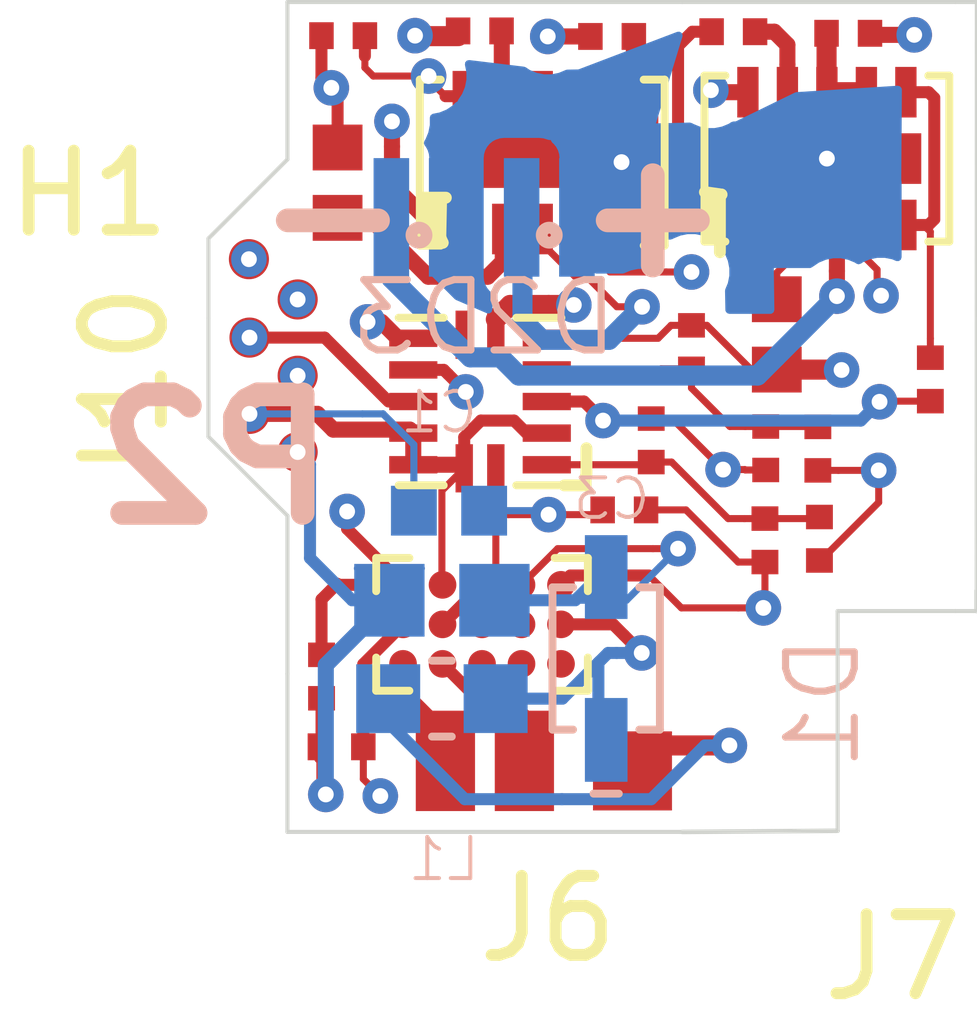
<source format=kicad_pcb>
(kicad_pcb (version 20171130) (host pcbnew "(5.1.2)-1")

  (general
    (thickness 0.8)
    (drawings 38)
    (tracks 357)
    (zones 0)
    (modules 32)
    (nets 30)
  )

  (page A4)
  (layers
    (0 F.Cu signal)
    (1 In1.Cu signal hide)
    (2 In2.Cu signal)
    (3 In3.Cu power hide)
    (4 In4.Cu power hide)
    (31 B.Cu signal)
    (32 B.Adhes user hide)
    (33 F.Adhes user hide)
    (34 B.Paste user hide)
    (35 F.Paste user hide)
    (36 B.SilkS user hide)
    (37 F.SilkS user)
    (38 B.Mask user hide)
    (39 F.Mask user hide)
    (40 Dwgs.User user hide)
    (41 Cmts.User user hide)
    (42 Eco1.User user hide)
    (43 Eco2.User user hide)
    (44 Edge.Cuts user)
    (45 Margin user hide)
    (46 B.CrtYd user)
    (47 F.CrtYd user hide)
    (48 B.Fab user hide)
    (49 F.Fab user hide)
  )

  (setup
    (last_trace_width 0.09)
    (user_trace_width 0.09)
    (user_trace_width 0.1016)
    (user_trace_width 0.152)
    (user_trace_width 0.2032)
    (user_trace_width 0.254)
    (trace_clearance 0.0889)
    (zone_clearance 0.254)
    (zone_45_only yes)
    (trace_min 0.0889)
    (via_size 0.45)
    (via_drill 0.2)
    (via_min_size 0.45)
    (via_min_drill 0.2)
    (user_via 0.45 0.2)
    (uvia_size 0.45)
    (uvia_drill 0.2)
    (uvias_allowed no)
    (uvia_min_size 0.2)
    (uvia_min_drill 0.1)
    (edge_width 0.15)
    (segment_width 0.2)
    (pcb_text_width 0.3)
    (pcb_text_size 1.5 1.5)
    (mod_edge_width 0.15)
    (mod_text_size 1 1)
    (mod_text_width 0.15)
    (pad_size 0.508 0.508)
    (pad_drill 0)
    (pad_to_mask_clearance 0.0254)
    (solder_mask_min_width 0.25)
    (aux_axis_origin 13.2842 13.2842)
    (visible_elements 7FFFFFFF)
    (pcbplotparams
      (layerselection 0x01000_ffffffe0)
      (usegerberextensions false)
      (usegerberattributes false)
      (usegerberadvancedattributes false)
      (creategerberjobfile false)
      (excludeedgelayer true)
      (linewidth 0.100000)
      (plotframeref false)
      (viasonmask false)
      (mode 1)
      (useauxorigin false)
      (hpglpennumber 1)
      (hpglpenspeed 20)
      (hpglpendiameter 15.000000)
      (psnegative false)
      (psa4output false)
      (plotreference true)
      (plotvalue true)
      (plotinvisibletext false)
      (padsonsilk false)
      (subtractmaskfromsilk true)
      (outputformat 4)
      (mirror false)
      (drillshape 0)
      (scaleselection 1)
      (outputdirectory "Output/"))
  )

  (net 0 "")
  (net 1 "Net-(U1-PadB3)")
  (net 2 "Net-(U1-PadB4)")
  (net 3 "Net-(U1-PadC3)")
  (net 4 "Net-(U1-PadC4)")
  (net 5 "Net-(U1-PadC5)")
  (net 6 "Net-(D1-PadA)")
  (net 7 "Net-(C3-Pad1)")
  (net 8 GND)
  (net 9 +3V3)
  (net 10 "Net-(C5-Pad1)")
  (net 11 "Net-(D2-PadA)")
  (net 12 "Net-(C6-Pad1)")
  (net 13 "Net-(C5-Pad2)")
  (net 14 /SCL)
  (net 15 /SDA)
  (net 16 /EWL1)
  (net 17 /EWL2)
  (net 18 /Va)
  (net 19 "Net-(C9-Pad2)")
  (net 20 "Net-(C9-Pad1)")
  (net 21 "Net-(C10-Pad1)")
  (net 22 /Vb)
  (net 23 "Net-(D3-PadA)")
  (net 24 /ENT2)
  (net 25 /ENT1)
  (net 26 /_Wa)
  (net 27 "Net-(R1-Pad2)")
  (net 28 "Net-(R4-Pad2)")
  (net 29 /_Wb)

  (net_class Default "This is the default net class."
    (clearance 0.0889)
    (trace_width 0.0889)
    (via_dia 0.45)
    (via_drill 0.2)
    (uvia_dia 0.45)
    (uvia_drill 0.2)
    (add_net +3V3)
    (add_net /ENT1)
    (add_net /ENT2)
    (add_net /EWL1)
    (add_net /EWL2)
    (add_net /SCL)
    (add_net /SDA)
    (add_net /Va)
    (add_net /Vb)
    (add_net /_Wa)
    (add_net /_Wb)
    (add_net GND)
    (add_net "Net-(C10-Pad1)")
    (add_net "Net-(C3-Pad1)")
    (add_net "Net-(C5-Pad1)")
    (add_net "Net-(C5-Pad2)")
    (add_net "Net-(C6-Pad1)")
    (add_net "Net-(C9-Pad1)")
    (add_net "Net-(C9-Pad2)")
    (add_net "Net-(D1-PadA)")
    (add_net "Net-(D2-PadA)")
    (add_net "Net-(D3-PadA)")
    (add_net "Net-(R1-Pad2)")
    (add_net "Net-(R4-Pad2)")
    (add_net "Net-(U1-PadB3)")
    (add_net "Net-(U1-PadB4)")
    (add_net "Net-(U1-PadC3)")
    (add_net "Net-(U1-PadC4)")
    (add_net "Net-(U1-PadC5)")
  )

  (module .LED:LED_LXZ1_PR01_L (layer B.Cu) (tedit 5D03F57F) (tstamp 5D033150)
    (at 16.5992 16.0092)
    (descr "LED, Chip; 1.30 mm L X 1.70 mm W X 0.76 mm H body")
    (path /5D0BA34D)
    (attr smd)
    (fp_text reference D2 (at 0 0 180) (layer B.Fab)
      (effects (font (size 1 1) (thickness 0.1)) (justify mirror))
    )
    (fp_text value "LXZ1-PR01 (Blue)" (at 0 0 180) (layer B.Fab)
      (effects (font (size 1.2 1.2) (thickness 0.12)) (justify mirror))
    )
    (fp_text user %R (at 0 1.27 180) (layer B.SilkS)
      (effects (font (size 0.89 0.89) (thickness 0.09)) (justify mirror))
    )
    (fp_line (start -0.35 0.85) (end -0.35 -0.85) (layer Dwgs.User) (width 0.025))
    (fp_line (start -0.35 -0.85) (end -0.65 -0.85) (layer Dwgs.User) (width 0.025))
    (fp_line (start -0.65 -0.85) (end -0.65 0.85) (layer Dwgs.User) (width 0.025))
    (fp_line (start -0.65 0.85) (end -0.35 0.85) (layer Dwgs.User) (width 0.025))
    (fp_line (start 0.35 -0.85) (end 0.35 0.85) (layer Dwgs.User) (width 0.025))
    (fp_line (start 0.35 0.85) (end 0.65 0.85) (layer Dwgs.User) (width 0.025))
    (fp_line (start 0.65 0.85) (end 0.65 -0.85) (layer Dwgs.User) (width 0.025))
    (fp_line (start 0.65 -0.85) (end 0.35 -0.85) (layer Dwgs.User) (width 0.025))
    (fp_line (start -0.65 -0.85) (end -0.65 0.85) (layer Dwgs.User) (width 0.025))
    (fp_line (start -0.65 0.85) (end 0.65 0.85) (layer Dwgs.User) (width 0.025))
    (fp_line (start 0.65 0.85) (end 0.65 -0.85) (layer Dwgs.User) (width 0.025))
    (fp_line (start 0.65 -0.85) (end -0.65 -0.85) (layer Dwgs.User) (width 0.025))
    (fp_line (start -0.69 -0.89) (end -0.69 0.89) (layer B.Fab) (width 0.12))
    (fp_line (start -0.69 0.89) (end 0.69 0.89) (layer B.Fab) (width 0.12))
    (fp_line (start 0.69 0.89) (end 0.69 -0.89) (layer B.Fab) (width 0.12))
    (fp_line (start 0.69 -0.89) (end -0.69 -0.89) (layer B.Fab) (width 0.12))
    (fp_line (start -0.79 -0.99) (end -0.79 0.99) (layer B.CrtYd) (width 0.05))
    (fp_line (start -0.79 0.99) (end 0.79 0.99) (layer B.CrtYd) (width 0.05))
    (fp_line (start 0.79 0.99) (end 0.79 -0.99) (layer B.CrtYd) (width 0.05))
    (fp_line (start 0.79 -0.99) (end -0.79 -0.99) (layer B.CrtYd) (width 0.05))
    (fp_circle (center 0 0.21) (end 0 -0.04) (layer B.CrtYd) (width 0.05))
    (fp_line (start 0.35 0.21) (end -0.35 0.21) (layer B.CrtYd) (width 0.02))
    (fp_line (start 0 0.55) (end 0 -0.15) (layer B.CrtYd) (width 0.02))
    (fp_circle (center 0 0.225) (end 0.02 0.225) (layer B.SilkS) (width 0.15))
    (pad A smd rect (at -0.35 0) (size 0.45 1.5) (layers B.Cu B.Paste B.Mask)
      (net 11 "Net-(D2-PadA)"))
    (pad C smd rect (at 0.35 0) (size 0.45 1.5) (layers B.Cu B.Paste B.Mask)
      (net 8 GND))
    (model ${KICAD_AHARONI_LAB}/Modules/LED.pretty/LED_LXZ1_PR01_L.STEP
      (at (xyz 0 0 0))
      (scale (xyz 1 1 1))
      (rotate (xyz -90 0 0))
    )
  )

  (module .Resistor:R_0201_0603Metric_ERJ_L (layer F.Cu) (tedit 5D026941) (tstamp 5CFFF6D6)
    (at 21.4242 18.0592 90)
    (descr "Resistor, Chip; 0.60 mm L X 0.30 mm W X 0.26 mm H body")
    (path /5D02BCB7)
    (attr smd)
    (fp_text reference R4 (at 0 0 90) (layer F.Fab)
      (effects (font (size 1 1) (thickness 0.1)))
    )
    (fp_text value ERJ-1GEF1022C (at 0 0 90) (layer F.Fab)
      (effects (font (size 1.2 1.2) (thickness 0.12)))
    )
    (fp_circle (center 0 0) (end 0 0.1013) (layer F.CrtYd) (width 0.05))
    (fp_line (start 0.53 0.27) (end -0.53 0.27) (layer F.CrtYd) (width 0.05))
    (fp_line (start 0.53 -0.27) (end 0.53 0.27) (layer F.CrtYd) (width 0.05))
    (fp_line (start -0.53 -0.27) (end 0.53 -0.27) (layer F.CrtYd) (width 0.05))
    (fp_line (start -0.53 0.27) (end -0.53 -0.27) (layer F.CrtYd) (width 0.05))
    (fp_line (start 0.32 0.17) (end -0.32 0.17) (layer F.Fab) (width 0.12))
    (fp_line (start 0.32 -0.17) (end 0.32 0.17) (layer F.Fab) (width 0.12))
    (fp_line (start -0.32 -0.17) (end 0.32 -0.17) (layer F.Fab) (width 0.12))
    (fp_line (start -0.32 0.17) (end -0.32 -0.17) (layer F.Fab) (width 0.12))
    (fp_line (start 0.3 0.15) (end -0.3 0.15) (layer Dwgs.User) (width 0.025))
    (fp_line (start 0.3 -0.15) (end 0.3 0.15) (layer Dwgs.User) (width 0.025))
    (fp_line (start -0.3 -0.15) (end 0.3 -0.15) (layer Dwgs.User) (width 0.025))
    (fp_line (start -0.3 0.15) (end -0.3 -0.15) (layer Dwgs.User) (width 0.025))
    (fp_line (start 0.3 0.15) (end 0.15 0.15) (layer Dwgs.User) (width 0.025))
    (fp_line (start 0.3 -0.15) (end 0.3 0.15) (layer Dwgs.User) (width 0.025))
    (fp_line (start 0.15 -0.15) (end 0.3 -0.15) (layer Dwgs.User) (width 0.025))
    (fp_line (start 0.15 0.15) (end 0.15 -0.15) (layer Dwgs.User) (width 0.025))
    (fp_line (start -0.3 -0.15) (end -0.15 -0.15) (layer Dwgs.User) (width 0.025))
    (fp_line (start -0.3 0.15) (end -0.3 -0.15) (layer Dwgs.User) (width 0.025))
    (fp_line (start -0.15 0.15) (end -0.3 0.15) (layer Dwgs.User) (width 0.025))
    (fp_line (start -0.15 -0.15) (end -0.15 0.15) (layer Dwgs.User) (width 0.025))
    (pad 2 smd rect (at 0.275 0 90) (size 0.31 0.34) (layers F.Cu F.Paste F.Mask)
      (net 28 "Net-(R4-Pad2)"))
    (pad 1 smd rect (at -0.275 0 90) (size 0.31 0.34) (layers F.Cu F.Paste F.Mask)
      (net 26 /_Wa))
    (model ${KICAD_AHARONI_LAB}/Modules/Resistor.pretty/R_0201_0603Metric_ERJ_L.STEP
      (at (xyz 0 0 0))
      (scale (xyz 1 1 1))
      (rotate (xyz -90 0 0))
    )
  )

  (module .Connector:Conn_1x1_700_Circular_Pad (layer F.Cu) (tedit 5D027763) (tstamp 5CFFF6B8)
    (at 12.79652 16.53794)
    (path /5D08606C)
    (fp_text reference H1 (at -2.02652 -0.82794) (layer F.SilkS)
      (effects (font (size 1 1) (thickness 0.15)))
    )
    (fp_text value MountingHole_Pad (at 0 -0.5) (layer F.Fab)
      (effects (font (size 1 1) (thickness 0.15)))
    )
    (fp_circle (center 0 0) (end 0.3 0) (layer F.CrtYd) (width 0.05))
    (pad 1 smd circle (at 0 0) (size 0.508 0.508) (layers F.Cu F.Paste F.Mask)
      (net 24 /ENT2))
  )

  (module .Diode:SOD_323_250X125X110L30X32L (layer B.Cu) (tedit 5D026C8F) (tstamp 5D02FFD5)
    (at 17.32 21.59 90)
    (descr "Diode, Small Outline Diode (SOD); 1.70 mm L X 1.25 mm W X 1.10 mm H body")
    (path /5C18B231)
    (attr smd)
    (fp_text reference D1 (at 0 0 90) (layer B.Fab)
      (effects (font (size 1 1) (thickness 0.1)) (justify mirror))
    )
    (fp_text value BAS316 (at 0 0 90) (layer B.Fab)
      (effects (font (size 1.2 1.2) (thickness 0.12)) (justify mirror))
    )
    (fp_line (start -1 -0.37) (end -1 -0.78) (layer B.CrtYd) (width 0.05))
    (fp_line (start -1.66 -0.37) (end -1 -0.37) (layer B.CrtYd) (width 0.05))
    (fp_line (start -1.66 0.37) (end -1.66 -0.37) (layer B.CrtYd) (width 0.05))
    (fp_line (start -1 0.37) (end -1.66 0.37) (layer B.CrtYd) (width 0.05))
    (fp_line (start -1 0.78) (end -1 0.37) (layer B.CrtYd) (width 0.05))
    (fp_line (start 1 0.78) (end -1 0.78) (layer B.CrtYd) (width 0.05))
    (fp_line (start 1 0.37) (end 1 0.78) (layer B.CrtYd) (width 0.05))
    (fp_line (start 1.66 0.37) (end 1 0.37) (layer B.CrtYd) (width 0.05))
    (fp_line (start 1.66 -0.37) (end 1.66 0.37) (layer B.CrtYd) (width 0.05))
    (fp_line (start 1 -0.37) (end 1.66 -0.37) (layer B.CrtYd) (width 0.05))
    (fp_line (start 1 -0.78) (end 1 -0.37) (layer B.CrtYd) (width 0.05))
    (fp_line (start -1 -0.78) (end 1 -0.78) (layer B.CrtYd) (width 0.05))
    (fp_line (start -1.71 -0.16) (end -1.71 0.16) (layer B.SilkS) (width 0.1))
    (fp_line (start 0.9 0.68) (end 0.9 0.42) (layer B.SilkS) (width 0.1))
    (fp_line (start -0.9 0.68) (end 0.9 0.68) (layer B.SilkS) (width 0.1))
    (fp_line (start -0.9 -0.68) (end -0.9 -0.42) (layer B.SilkS) (width 0.1))
    (fp_line (start 0.9 -0.68) (end -0.9 -0.68) (layer B.SilkS) (width 0.1))
    (fp_circle (center 0 0) (end 0 -0.25) (layer B.CrtYd) (width 0.05))
    (fp_line (start 0.9 -0.42) (end 0.9 -0.68) (layer B.SilkS) (width 0.1))
    (fp_line (start -0.9 0.42) (end -0.9 0.68) (layer B.SilkS) (width 0.1))
    (fp_line (start 0.9 -0.68) (end -0.9 -0.68) (layer B.Fab) (width 0.12))
    (fp_line (start 0.9 0.68) (end 0.9 -0.68) (layer B.Fab) (width 0.12))
    (fp_line (start -0.9 0.68) (end 0.9 0.68) (layer B.Fab) (width 0.12))
    (fp_line (start -0.9 -0.68) (end -0.9 0.68) (layer B.Fab) (width 0.12))
    (fp_line (start 0.85 -0.625) (end -0.85 -0.625) (layer Dwgs.User) (width 0.025))
    (fp_line (start 0.85 0.625) (end 0.85 -0.625) (layer Dwgs.User) (width 0.025))
    (fp_line (start -0.85 0.625) (end 0.85 0.625) (layer Dwgs.User) (width 0.025))
    (fp_line (start -0.85 -0.625) (end -0.85 0.625) (layer Dwgs.User) (width 0.025))
    (fp_line (start 1.25 -0.1625) (end 0.95 -0.1625) (layer Dwgs.User) (width 0.025))
    (fp_line (start 1.25 0.1625) (end 1.25 -0.1625) (layer Dwgs.User) (width 0.025))
    (fp_line (start 0.95 0.1625) (end 1.25 0.1625) (layer Dwgs.User) (width 0.025))
    (fp_line (start 0.95 -0.1625) (end 0.95 0.1625) (layer Dwgs.User) (width 0.025))
    (fp_line (start -1.25 0.1625) (end -0.95 0.1625) (layer Dwgs.User) (width 0.025))
    (fp_line (start -1.25 -0.1625) (end -1.25 0.1625) (layer Dwgs.User) (width 0.025))
    (fp_line (start -0.95 -0.1625) (end -1.25 -0.1625) (layer Dwgs.User) (width 0.025))
    (fp_line (start -0.95 0.1625) (end -0.95 -0.1625) (layer Dwgs.User) (width 0.025))
    (fp_text user %R (at -0.5588 2.7432 90) (layer B.SilkS)
      (effects (font (size 0.87 0.87) (thickness 0.09)) (justify mirror))
    )
    (pad A smd rect (at 1.03 0 90) (size 1.06 0.54) (layers B.Cu B.Paste B.Mask)
      (net 6 "Net-(D1-PadA)"))
    (pad C smd rect (at -1.03 0 90) (size 1.06 0.54) (layers B.Cu B.Paste B.Mask)
      (net 7 "Net-(C3-Pad1)"))
    (model ${KICAD_AHARONI_LAB}/Modules/Diode.pretty/SOD_323_250X125X110L30X32L.STEP
      (at (xyz 0 0 0))
      (scale (xyz 1 1 1))
      (rotate (xyz -90 0 0))
    )
  )

  (module .Package_BGA:BGA_15_NP50_3X5_155X255X69B31N (layer F.Cu) (tedit 5D026D32) (tstamp 5C6F309C)
    (at 15.748 21.1582)
    (descr "Ball Grid Array (BGA), 0.50 mm pitch, rect.; 15 pin, 1.55 mm L X 2.555 mm W X 0.69 mm H body")
    (path /5C189E9C)
    (attr smd)
    (fp_text reference U1 (at 0 0) (layer F.Fab)
      (effects (font (size 1 1) (thickness 0.1)))
    )
    (fp_text value MAX14574EWL+ (at 0 0) (layer F.Fab)
      (effects (font (size 1.2 1.2) (thickness 0.12)))
    )
    (fp_line (start 1.34 -0.84) (end 0.92 -0.84) (layer F.SilkS) (width 0.1))
    (fp_line (start 1.34 -0.42) (end 1.34 -0.84) (layer F.SilkS) (width 0.1))
    (fp_line (start 1.34 0.84) (end 0.92 0.84) (layer F.SilkS) (width 0.1))
    (fp_line (start 1.34 0.42) (end 1.34 0.84) (layer F.SilkS) (width 0.1))
    (fp_line (start -1.34 0.84) (end -0.92 0.84) (layer F.SilkS) (width 0.1))
    (fp_line (start -1.34 0.42) (end -1.34 0.84) (layer F.SilkS) (width 0.1))
    (fp_line (start -1.34 -0.84) (end -0.92 -0.84) (layer F.SilkS) (width 0.1))
    (fp_line (start -1.34 -0.42) (end -1.34 -0.84) (layer F.SilkS) (width 0.1))
    (fp_line (start 1.34 0.84) (end -1.34 0.84) (layer F.Fab) (width 0.12))
    (fp_line (start 1.34 -0.84) (end 1.34 0.84) (layer F.Fab) (width 0.12))
    (fp_line (start -1.34 -0.84) (end 1.34 -0.84) (layer F.Fab) (width 0.12))
    (fp_line (start -1.34 0.84) (end -1.34 -0.84) (layer F.Fab) (width 0.12))
    (fp_line (start 1.2775 0.775) (end -1.2775 0.775) (layer Dwgs.User) (width 0.025))
    (fp_line (start 1.2775 -0.775) (end 1.2775 0.775) (layer Dwgs.User) (width 0.025))
    (fp_line (start -1.2775 -0.775) (end 1.2775 -0.775) (layer Dwgs.User) (width 0.025))
    (fp_line (start -1.2775 0.775) (end -1.2775 -0.775) (layer Dwgs.User) (width 0.025))
    (fp_circle (center 0 0) (end 0 0.25) (layer F.CrtYd) (width 0.05))
    (fp_line (start 1.6 1.1) (end -1.6 1.1) (layer F.CrtYd) (width 0.05))
    (fp_line (start 1.6 -1.1) (end 1.6 1.1) (layer F.CrtYd) (width 0.05))
    (fp_line (start -1.6 -1.1) (end 1.6 -1.1) (layer F.CrtYd) (width 0.05))
    (fp_line (start -1.6 1.1) (end -1.6 -1.1) (layer F.CrtYd) (width 0.05))
    (fp_circle (center 1 0.5) (end 1 0.655) (layer Dwgs.User) (width 0.025))
    (fp_circle (center 0.5 0.5) (end 0.5 0.655) (layer Dwgs.User) (width 0.025))
    (fp_circle (center 0 0.5) (end 0 0.655) (layer Dwgs.User) (width 0.025))
    (fp_circle (center -0.5 0.5) (end -0.5 0.655) (layer Dwgs.User) (width 0.025))
    (fp_circle (center -1 0.5) (end -1 0.655) (layer Dwgs.User) (width 0.025))
    (fp_circle (center 1 0) (end 1 0.155) (layer Dwgs.User) (width 0.025))
    (fp_circle (center 0.5 0) (end 0.5 0.155) (layer Dwgs.User) (width 0.025))
    (fp_circle (center 0 0) (end 0 0.155) (layer Dwgs.User) (width 0.025))
    (fp_circle (center -0.5 0) (end -0.5 0.155) (layer Dwgs.User) (width 0.025))
    (fp_circle (center -1 0) (end -1 0.155) (layer Dwgs.User) (width 0.025))
    (fp_circle (center 1 -0.5) (end 1 -0.345) (layer Dwgs.User) (width 0.025))
    (fp_circle (center 0.5 -0.5) (end 0.5 -0.345) (layer Dwgs.User) (width 0.025))
    (fp_circle (center 0 -0.5) (end 0 -0.345) (layer Dwgs.User) (width 0.025))
    (fp_circle (center -0.5 -0.5) (end -0.5 -0.345) (layer Dwgs.User) (width 0.025))
    (fp_circle (center -1 -0.5) (end -1 -0.345) (layer Dwgs.User) (width 0.025))
    (pad C5 smd circle (at 1 0.5) (size 0.35 0.35) (layers F.Cu F.Paste F.Mask)
      (net 5 "Net-(U1-PadC5)"))
    (pad C4 smd circle (at 0.5 0.5) (size 0.35 0.35) (layers F.Cu F.Paste F.Mask)
      (net 4 "Net-(U1-PadC4)"))
    (pad C3 smd circle (at 0 0.5) (size 0.35 0.35) (layers F.Cu F.Paste F.Mask)
      (net 3 "Net-(U1-PadC3)"))
    (pad C2 smd circle (at -0.5 0.5) (size 0.35 0.35) (layers F.Cu F.Paste F.Mask)
      (net 16 /EWL1))
    (pad C1 smd circle (at -1 0.5) (size 0.35 0.35) (layers F.Cu F.Paste F.Mask)
      (net 17 /EWL2))
    (pad B5 smd circle (at 1 0) (size 0.35 0.35) (layers F.Cu F.Paste F.Mask)
      (net 7 "Net-(C3-Pad1)"))
    (pad B4 smd circle (at 0.5 0) (size 0.35 0.35) (layers F.Cu F.Paste F.Mask)
      (net 2 "Net-(U1-PadB4)"))
    (pad B3 smd circle (at 0 0) (size 0.35 0.35) (layers F.Cu F.Paste F.Mask)
      (net 1 "Net-(U1-PadB3)"))
    (pad B2 smd circle (at -0.5 0) (size 0.35 0.35) (layers F.Cu F.Paste F.Mask)
      (net 9 +3V3))
    (pad B1 smd circle (at -1 0) (size 0.35 0.35) (layers F.Cu F.Paste F.Mask)
      (net 14 /SCL))
    (pad A5 smd circle (at 1 -0.5) (size 0.35 0.35) (layers F.Cu F.Paste F.Mask)
      (net 8 GND))
    (pad A4 smd circle (at 0.5 -0.5) (size 0.35 0.35) (layers F.Cu F.Paste F.Mask)
      (net 6 "Net-(D1-PadA)"))
    (pad A3 smd circle (at 0 -0.5) (size 0.35 0.35) (layers F.Cu F.Paste F.Mask)
      (net 9 +3V3))
    (pad A2 smd circle (at -0.5 -0.5) (size 0.35 0.35) (layers F.Cu F.Paste F.Mask)
      (net 8 GND))
    (pad A1 smd circle (at -1 -0.5) (size 0.35 0.35) (layers F.Cu F.Paste F.Mask)
      (net 15 /SDA))
    (model ${KICAD_AHARONI_LAB}/Modules/Package_BGA.pretty/BGA_15_NP50_3X5_155X255X69B31N.STEP
      (at (xyz 0 0 0))
      (scale (xyz 1 1 1))
      (rotate (xyz -90 0 0))
    )
  )

  (module .Package_SON:SON_11_P50_300X200X80L40X25T239X64L (layer F.Cu) (tedit 5D026CE9) (tstamp 5CFFF7AB)
    (at 20.11426 15.2654)
    (descr "Small Outline No-Lead (SON with Tab), 0.50 mm pitch; 10 pin, 3.00 mm L X 2.00 mm W X 0.80 mm H body")
    (path /5D02BC5D)
    (attr smd)
    (fp_text reference U4 (at 0 0) (layer F.Fab)
      (effects (font (size 1 1) (thickness 0.1)))
    )
    (fp_text value LTC3218 (at 0 0) (layer F.Fab)
      (effects (font (size 1.2 1.2) (thickness 0.12)))
    )
    (fp_line (start 1.235 1.15) (end 1.65 1.15) (layer F.CrtYd) (width 0.05))
    (fp_line (start 1.235 1.26) (end 1.235 1.15) (layer F.CrtYd) (width 0.05))
    (fp_line (start -1.235 1.26) (end 1.235 1.26) (layer F.CrtYd) (width 0.05))
    (fp_line (start -1.235 1.15) (end -1.235 1.26) (layer F.CrtYd) (width 0.05))
    (fp_line (start -1.65 1.15) (end -1.235 1.15) (layer F.CrtYd) (width 0.05))
    (fp_line (start -1.65 -1.15) (end -1.65 1.15) (layer F.CrtYd) (width 0.05))
    (fp_line (start -1.235 -1.15) (end -1.65 -1.15) (layer F.CrtYd) (width 0.05))
    (fp_line (start -1.235 -1.26) (end -1.235 -1.15) (layer F.CrtYd) (width 0.05))
    (fp_line (start 1.235 -1.26) (end -1.235 -1.26) (layer F.CrtYd) (width 0.05))
    (fp_line (start 1.235 -1.15) (end 1.235 -1.26) (layer F.CrtYd) (width 0.05))
    (fp_line (start 1.65 -1.15) (end 1.235 -1.15) (layer F.CrtYd) (width 0.05))
    (fp_line (start 1.65 1.15) (end 1.65 -1.15) (layer F.CrtYd) (width 0.05))
    (fp_line (start -1.55 -1.05) (end -1.285 -1.05) (layer F.SilkS) (width 0.1))
    (fp_line (start -1.55 1.05) (end -1.55 -1.05) (layer F.SilkS) (width 0.1))
    (fp_line (start -1.285 1.05) (end -1.55 1.05) (layer F.SilkS) (width 0.1))
    (fp_line (start 1.55 -1.05) (end 1.285 -1.05) (layer F.SilkS) (width 0.1))
    (fp_line (start 1.55 1.05) (end 1.55 -1.05) (layer F.SilkS) (width 0.1))
    (fp_line (start 1.285 1.05) (end 1.55 1.05) (layer F.SilkS) (width 0.1))
    (fp_circle (center 0 0) (end 0 0.25) (layer F.CrtYd) (width 0.05))
    (fp_line (start 1.55 1.05) (end -1.55 1.05) (layer F.Fab) (width 0.12))
    (fp_line (start 1.55 -1.05) (end 1.55 1.05) (layer F.Fab) (width 0.12))
    (fp_line (start -1.55 -1.05) (end 1.55 -1.05) (layer F.Fab) (width 0.12))
    (fp_line (start -1.55 1.05) (end -1.55 -1.05) (layer F.Fab) (width 0.12))
    (fp_line (start 1.5 1) (end -1.5 1) (layer Dwgs.User) (width 0.025))
    (fp_line (start 1.5 -1) (end 1.5 1) (layer Dwgs.User) (width 0.025))
    (fp_line (start -1.5 -1) (end 1.5 -1) (layer Dwgs.User) (width 0.025))
    (fp_line (start -1.5 1) (end -1.5 -1) (layer Dwgs.User) (width 0.025))
    (fp_line (start -1.195 0.07) (end -0.945 0.32) (layer Dwgs.User) (width 0.025))
    (fp_line (start -1.195 -0.27) (end -1.195 0.07) (layer Dwgs.User) (width 0.025))
    (fp_arc (start -1.145 -0.27) (end -1.195 -0.27) (angle 90) (layer Dwgs.User) (width 0.025))
    (fp_line (start 1.145 -0.32) (end -1.145 -0.32) (layer Dwgs.User) (width 0.025))
    (fp_arc (start 1.145 -0.27) (end 1.145 -0.32) (angle 90) (layer Dwgs.User) (width 0.025))
    (fp_line (start 1.195 0.27) (end 1.195 -0.27) (layer Dwgs.User) (width 0.025))
    (fp_arc (start 1.145 0.27) (end 1.195 0.27) (angle 90) (layer Dwgs.User) (width 0.025))
    (fp_line (start -0.945 0.32) (end 1.145 0.32) (layer Dwgs.User) (width 0.025))
    (fp_line (start -0.875 -1) (end -1.125 -1) (layer Dwgs.User) (width 0.025))
    (fp_line (start -0.875 -0.725) (end -0.875 -1) (layer Dwgs.User) (width 0.025))
    (fp_arc (start -1 -0.725) (end -0.875 -0.725) (angle 180) (layer Dwgs.User) (width 0.025))
    (fp_line (start -1.125 -1) (end -1.125 -0.725) (layer Dwgs.User) (width 0.025))
    (fp_line (start -0.375 -1) (end -0.625 -1) (layer Dwgs.User) (width 0.025))
    (fp_line (start -0.375 -0.725) (end -0.375 -1) (layer Dwgs.User) (width 0.025))
    (fp_arc (start -0.5 -0.725) (end -0.375 -0.725) (angle 180) (layer Dwgs.User) (width 0.025))
    (fp_line (start -0.625 -1) (end -0.625 -0.725) (layer Dwgs.User) (width 0.025))
    (fp_line (start 0.125 -1) (end -0.125 -1) (layer Dwgs.User) (width 0.025))
    (fp_line (start 0.125 -0.725) (end 0.125 -1) (layer Dwgs.User) (width 0.025))
    (fp_arc (start 0 -0.725) (end 0.125 -0.725) (angle 180) (layer Dwgs.User) (width 0.025))
    (fp_line (start -0.125 -1) (end -0.125 -0.725) (layer Dwgs.User) (width 0.025))
    (fp_line (start 0.625 -1) (end 0.375 -1) (layer Dwgs.User) (width 0.025))
    (fp_line (start 0.625 -0.725) (end 0.625 -1) (layer Dwgs.User) (width 0.025))
    (fp_arc (start 0.5 -0.725) (end 0.625 -0.725) (angle 180) (layer Dwgs.User) (width 0.025))
    (fp_line (start 0.375 -1) (end 0.375 -0.725) (layer Dwgs.User) (width 0.025))
    (fp_line (start 1.125 -1) (end 0.875 -1) (layer Dwgs.User) (width 0.025))
    (fp_line (start 1.125 -0.725) (end 1.125 -1) (layer Dwgs.User) (width 0.025))
    (fp_arc (start 1 -0.725) (end 1.125 -0.725) (angle 180) (layer Dwgs.User) (width 0.025))
    (fp_line (start 0.875 -1) (end 0.875 -0.725) (layer Dwgs.User) (width 0.025))
    (fp_line (start 0.875 1) (end 1.125 1) (layer Dwgs.User) (width 0.025))
    (fp_line (start 0.875 0.725) (end 0.875 1) (layer Dwgs.User) (width 0.025))
    (fp_arc (start 1 0.725) (end 0.875 0.725) (angle 180) (layer Dwgs.User) (width 0.025))
    (fp_line (start 1.125 1) (end 1.125 0.725) (layer Dwgs.User) (width 0.025))
    (fp_line (start 0.375 1) (end 0.625 1) (layer Dwgs.User) (width 0.025))
    (fp_line (start 0.375 0.725) (end 0.375 1) (layer Dwgs.User) (width 0.025))
    (fp_arc (start 0.5 0.725) (end 0.375 0.725) (angle 180) (layer Dwgs.User) (width 0.025))
    (fp_line (start 0.625 1) (end 0.625 0.725) (layer Dwgs.User) (width 0.025))
    (fp_line (start -0.125 1) (end 0.125 1) (layer Dwgs.User) (width 0.025))
    (fp_line (start -0.125 0.725) (end -0.125 1) (layer Dwgs.User) (width 0.025))
    (fp_arc (start 0 0.725) (end -0.125 0.725) (angle 180) (layer Dwgs.User) (width 0.025))
    (fp_line (start 0.125 1) (end 0.125 0.725) (layer Dwgs.User) (width 0.025))
    (fp_line (start -0.625 1) (end -0.375 1) (layer Dwgs.User) (width 0.025))
    (fp_line (start -0.625 0.725) (end -0.625 1) (layer Dwgs.User) (width 0.025))
    (fp_arc (start -0.5 0.725) (end -0.625 0.725) (angle 180) (layer Dwgs.User) (width 0.025))
    (fp_line (start -0.375 1) (end -0.375 0.725) (layer Dwgs.User) (width 0.025))
    (fp_line (start -1.125 1) (end -0.875 1) (layer Dwgs.User) (width 0.025))
    (fp_line (start -1.125 0.725) (end -1.125 1) (layer Dwgs.User) (width 0.025))
    (fp_arc (start -1 0.725) (end -1.125 0.725) (angle 180) (layer Dwgs.User) (width 0.025))
    (fp_line (start -0.875 1) (end -0.875 0.725) (layer Dwgs.User) (width 0.025))
    (pad 11 smd rect (at 0 0 90) (size 0.64 2.39) (layers F.Cu F.Paste F.Mask)
      (net 8 GND))
    (pad 10 smd rect (at -1 -0.84 90) (size 0.64 0.27) (layers F.Cu F.Paste F.Mask)
      (net 9 +3V3))
    (pad 9 smd rect (at -0.5 -0.84 90) (size 0.64 0.27) (layers F.Cu F.Paste F.Mask)
      (net 20 "Net-(C9-Pad1)"))
    (pad 8 smd rect (at 0 -0.84 90) (size 0.64 0.27) (layers F.Cu F.Paste F.Mask)
      (net 8 GND))
    (pad 7 smd rect (at 0.5 -0.84 90) (size 0.64 0.27) (layers F.Cu F.Paste F.Mask)
      (net 8 GND))
    (pad 6 smd rect (at 1 -0.84 90) (size 0.64 0.27) (layers F.Cu F.Paste F.Mask)
      (net 28 "Net-(R4-Pad2)"))
    (pad 5 smd rect (at 1 0.84 90) (size 0.64 0.27) (layers F.Cu F.Paste F.Mask)
      (net 28 "Net-(R4-Pad2)"))
    (pad 4 smd rect (at 0.5 0.84 90) (size 0.64 0.27) (layers F.Cu F.Paste F.Mask)
      (net 24 /ENT2))
    (pad 3 smd rect (at 0 0.84 90) (size 0.64 0.27) (layers F.Cu F.Paste F.Mask)
      (net 23 "Net-(D3-PadA)"))
    (pad 2 smd rect (at -0.5 0.84 90) (size 0.64 0.27) (layers F.Cu F.Paste F.Mask)
      (net 21 "Net-(C10-Pad1)"))
    (pad 1 smd rect (at -1 0.84 90) (size 0.64 0.27) (layers F.Cu F.Paste F.Mask)
      (net 19 "Net-(C9-Pad2)"))
    (model ${KICAD_AHARONI_LAB}/Modules/Package_SON.pretty/SON_11_P50_300X200X80L40X25T239X64L.STEP
      (at (xyz 0 0 0))
      (scale (xyz 1 1 1))
      (rotate (xyz -90 0 0))
    )
  )

  (module .Package_SON:SON_11_P50_300X200X80L40X25T239X64L (layer F.Cu) (tedit 5D026CCD) (tstamp 5C6E9CEB)
    (at 16.51 15.3162)
    (descr "Small Outline No-Lead (SON with Tab), 0.50 mm pitch; 10 pin, 3.00 mm L X 2.00 mm W X 0.80 mm H body")
    (path /5C18A1DE)
    (attr smd)
    (fp_text reference U3 (at 0 0) (layer F.Fab)
      (effects (font (size 1 1) (thickness 0.1)))
    )
    (fp_text value LTC3218 (at 0 0) (layer F.Fab)
      (effects (font (size 1.2 1.2) (thickness 0.12)))
    )
    (fp_line (start 1.235 1.15) (end 1.65 1.15) (layer F.CrtYd) (width 0.05))
    (fp_line (start 1.235 1.26) (end 1.235 1.15) (layer F.CrtYd) (width 0.05))
    (fp_line (start -1.235 1.26) (end 1.235 1.26) (layer F.CrtYd) (width 0.05))
    (fp_line (start -1.235 1.15) (end -1.235 1.26) (layer F.CrtYd) (width 0.05))
    (fp_line (start -1.65 1.15) (end -1.235 1.15) (layer F.CrtYd) (width 0.05))
    (fp_line (start -1.65 -1.15) (end -1.65 1.15) (layer F.CrtYd) (width 0.05))
    (fp_line (start -1.235 -1.15) (end -1.65 -1.15) (layer F.CrtYd) (width 0.05))
    (fp_line (start -1.235 -1.26) (end -1.235 -1.15) (layer F.CrtYd) (width 0.05))
    (fp_line (start 1.235 -1.26) (end -1.235 -1.26) (layer F.CrtYd) (width 0.05))
    (fp_line (start 1.235 -1.15) (end 1.235 -1.26) (layer F.CrtYd) (width 0.05))
    (fp_line (start 1.65 -1.15) (end 1.235 -1.15) (layer F.CrtYd) (width 0.05))
    (fp_line (start 1.65 1.15) (end 1.65 -1.15) (layer F.CrtYd) (width 0.05))
    (fp_line (start -1.55 -1.05) (end -1.285 -1.05) (layer F.SilkS) (width 0.1))
    (fp_line (start -1.55 1.05) (end -1.55 -1.05) (layer F.SilkS) (width 0.1))
    (fp_line (start -1.285 1.05) (end -1.55 1.05) (layer F.SilkS) (width 0.1))
    (fp_line (start 1.55 -1.05) (end 1.285 -1.05) (layer F.SilkS) (width 0.1))
    (fp_line (start 1.55 1.05) (end 1.55 -1.05) (layer F.SilkS) (width 0.1))
    (fp_line (start 1.285 1.05) (end 1.55 1.05) (layer F.SilkS) (width 0.1))
    (fp_circle (center 0 0) (end 0 0.25) (layer F.CrtYd) (width 0.05))
    (fp_line (start 1.55 1.05) (end -1.55 1.05) (layer F.Fab) (width 0.12))
    (fp_line (start 1.55 -1.05) (end 1.55 1.05) (layer F.Fab) (width 0.12))
    (fp_line (start -1.55 -1.05) (end 1.55 -1.05) (layer F.Fab) (width 0.12))
    (fp_line (start -1.55 1.05) (end -1.55 -1.05) (layer F.Fab) (width 0.12))
    (fp_line (start 1.5 1) (end -1.5 1) (layer Dwgs.User) (width 0.025))
    (fp_line (start 1.5 -1) (end 1.5 1) (layer Dwgs.User) (width 0.025))
    (fp_line (start -1.5 -1) (end 1.5 -1) (layer Dwgs.User) (width 0.025))
    (fp_line (start -1.5 1) (end -1.5 -1) (layer Dwgs.User) (width 0.025))
    (fp_line (start -1.195 0.07) (end -0.945 0.32) (layer Dwgs.User) (width 0.025))
    (fp_line (start -1.195 -0.27) (end -1.195 0.07) (layer Dwgs.User) (width 0.025))
    (fp_arc (start -1.145 -0.27) (end -1.195 -0.27) (angle 90) (layer Dwgs.User) (width 0.025))
    (fp_line (start 1.145 -0.32) (end -1.145 -0.32) (layer Dwgs.User) (width 0.025))
    (fp_arc (start 1.145 -0.27) (end 1.145 -0.32) (angle 90) (layer Dwgs.User) (width 0.025))
    (fp_line (start 1.195 0.27) (end 1.195 -0.27) (layer Dwgs.User) (width 0.025))
    (fp_arc (start 1.145 0.27) (end 1.195 0.27) (angle 90) (layer Dwgs.User) (width 0.025))
    (fp_line (start -0.945 0.32) (end 1.145 0.32) (layer Dwgs.User) (width 0.025))
    (fp_line (start -0.875 -1) (end -1.125 -1) (layer Dwgs.User) (width 0.025))
    (fp_line (start -0.875 -0.725) (end -0.875 -1) (layer Dwgs.User) (width 0.025))
    (fp_arc (start -1 -0.725) (end -0.875 -0.725) (angle 180) (layer Dwgs.User) (width 0.025))
    (fp_line (start -1.125 -1) (end -1.125 -0.725) (layer Dwgs.User) (width 0.025))
    (fp_line (start -0.375 -1) (end -0.625 -1) (layer Dwgs.User) (width 0.025))
    (fp_line (start -0.375 -0.725) (end -0.375 -1) (layer Dwgs.User) (width 0.025))
    (fp_arc (start -0.5 -0.725) (end -0.375 -0.725) (angle 180) (layer Dwgs.User) (width 0.025))
    (fp_line (start -0.625 -1) (end -0.625 -0.725) (layer Dwgs.User) (width 0.025))
    (fp_line (start 0.125 -1) (end -0.125 -1) (layer Dwgs.User) (width 0.025))
    (fp_line (start 0.125 -0.725) (end 0.125 -1) (layer Dwgs.User) (width 0.025))
    (fp_arc (start 0 -0.725) (end 0.125 -0.725) (angle 180) (layer Dwgs.User) (width 0.025))
    (fp_line (start -0.125 -1) (end -0.125 -0.725) (layer Dwgs.User) (width 0.025))
    (fp_line (start 0.625 -1) (end 0.375 -1) (layer Dwgs.User) (width 0.025))
    (fp_line (start 0.625 -0.725) (end 0.625 -1) (layer Dwgs.User) (width 0.025))
    (fp_arc (start 0.5 -0.725) (end 0.625 -0.725) (angle 180) (layer Dwgs.User) (width 0.025))
    (fp_line (start 0.375 -1) (end 0.375 -0.725) (layer Dwgs.User) (width 0.025))
    (fp_line (start 1.125 -1) (end 0.875 -1) (layer Dwgs.User) (width 0.025))
    (fp_line (start 1.125 -0.725) (end 1.125 -1) (layer Dwgs.User) (width 0.025))
    (fp_arc (start 1 -0.725) (end 1.125 -0.725) (angle 180) (layer Dwgs.User) (width 0.025))
    (fp_line (start 0.875 -1) (end 0.875 -0.725) (layer Dwgs.User) (width 0.025))
    (fp_line (start 0.875 1) (end 1.125 1) (layer Dwgs.User) (width 0.025))
    (fp_line (start 0.875 0.725) (end 0.875 1) (layer Dwgs.User) (width 0.025))
    (fp_arc (start 1 0.725) (end 0.875 0.725) (angle 180) (layer Dwgs.User) (width 0.025))
    (fp_line (start 1.125 1) (end 1.125 0.725) (layer Dwgs.User) (width 0.025))
    (fp_line (start 0.375 1) (end 0.625 1) (layer Dwgs.User) (width 0.025))
    (fp_line (start 0.375 0.725) (end 0.375 1) (layer Dwgs.User) (width 0.025))
    (fp_arc (start 0.5 0.725) (end 0.375 0.725) (angle 180) (layer Dwgs.User) (width 0.025))
    (fp_line (start 0.625 1) (end 0.625 0.725) (layer Dwgs.User) (width 0.025))
    (fp_line (start -0.125 1) (end 0.125 1) (layer Dwgs.User) (width 0.025))
    (fp_line (start -0.125 0.725) (end -0.125 1) (layer Dwgs.User) (width 0.025))
    (fp_arc (start 0 0.725) (end -0.125 0.725) (angle 180) (layer Dwgs.User) (width 0.025))
    (fp_line (start 0.125 1) (end 0.125 0.725) (layer Dwgs.User) (width 0.025))
    (fp_line (start -0.625 1) (end -0.375 1) (layer Dwgs.User) (width 0.025))
    (fp_line (start -0.625 0.725) (end -0.625 1) (layer Dwgs.User) (width 0.025))
    (fp_arc (start -0.5 0.725) (end -0.625 0.725) (angle 180) (layer Dwgs.User) (width 0.025))
    (fp_line (start -0.375 1) (end -0.375 0.725) (layer Dwgs.User) (width 0.025))
    (fp_line (start -1.125 1) (end -0.875 1) (layer Dwgs.User) (width 0.025))
    (fp_line (start -1.125 0.725) (end -1.125 1) (layer Dwgs.User) (width 0.025))
    (fp_arc (start -1 0.725) (end -1.125 0.725) (angle 180) (layer Dwgs.User) (width 0.025))
    (fp_line (start -0.875 1) (end -0.875 0.725) (layer Dwgs.User) (width 0.025))
    (pad 11 smd rect (at 0 0 90) (size 0.64 2.39) (layers F.Cu F.Paste F.Mask)
      (net 8 GND))
    (pad 10 smd rect (at -1 -0.84 90) (size 0.64 0.27) (layers F.Cu F.Paste F.Mask)
      (net 9 +3V3))
    (pad 9 smd rect (at -0.5 -0.84 90) (size 0.64 0.27) (layers F.Cu F.Paste F.Mask)
      (net 10 "Net-(C5-Pad1)"))
    (pad 8 smd rect (at 0 -0.84 90) (size 0.64 0.27) (layers F.Cu F.Paste F.Mask)
      (net 8 GND))
    (pad 7 smd rect (at 0.5 -0.84 90) (size 0.64 0.27) (layers F.Cu F.Paste F.Mask)
      (net 8 GND))
    (pad 6 smd rect (at 1 -0.84 90) (size 0.64 0.27) (layers F.Cu F.Paste F.Mask)
      (net 27 "Net-(R1-Pad2)"))
    (pad 5 smd rect (at 1 0.84 90) (size 0.64 0.27) (layers F.Cu F.Paste F.Mask)
      (net 27 "Net-(R1-Pad2)"))
    (pad 4 smd rect (at 0.5 0.84 90) (size 0.64 0.27) (layers F.Cu F.Paste F.Mask)
      (net 25 /ENT1))
    (pad 3 smd rect (at 0 0.84 90) (size 0.64 0.27) (layers F.Cu F.Paste F.Mask)
      (net 11 "Net-(D2-PadA)"))
    (pad 2 smd rect (at -0.5 0.84 90) (size 0.64 0.27) (layers F.Cu F.Paste F.Mask)
      (net 12 "Net-(C6-Pad1)"))
    (pad 1 smd rect (at -1 0.84 90) (size 0.64 0.27) (layers F.Cu F.Paste F.Mask)
      (net 13 "Net-(C5-Pad2)"))
    (model ${KICAD_AHARONI_LAB}/Modules/Package_SON.pretty/SON_11_P50_300X200X80L40X25T239X64L.STEP
      (at (xyz 0 0 0))
      (scale (xyz 1 1 1))
      (rotate (xyz -90 0 0))
    )
  )

  (module .Package_QFN:QFN_14_P40_200X200X40L40X20L (layer F.Cu) (tedit 5D026C2E) (tstamp 5C19ED51)
    (at 15.7226 18.3388 90)
    (descr "Quad Flat No-Lead (QFN), 0.40 mm pitch; square, 5 pin X 2 pin, 2.00 mm L X 2.00 mm W X 0.40 mm H body")
    (path /5C189F4C)
    (attr smd)
    (fp_text reference U2 (at 0 0 90) (layer F.Fab)
      (effects (font (size 1 1) (thickness 0.1)))
    )
    (fp_text value TPL0102-100RUCR (at 0 0 90) (layer F.Fab)
      (effects (font (size 1.2 1.2) (thickness 0.12)))
    )
    (fp_line (start 1.01 1.13) (end 1.13 1.13) (layer F.CrtYd) (width 0.05))
    (fp_line (start 1.01 1.25) (end 1.01 1.13) (layer F.CrtYd) (width 0.05))
    (fp_line (start -1.01 1.25) (end 1.01 1.25) (layer F.CrtYd) (width 0.05))
    (fp_line (start -1.01 1.13) (end -1.01 1.25) (layer F.CrtYd) (width 0.05))
    (fp_line (start -1.13 1.13) (end -1.01 1.13) (layer F.CrtYd) (width 0.05))
    (fp_line (start -1.13 0.41) (end -1.13 1.13) (layer F.CrtYd) (width 0.05))
    (fp_line (start -1.25 0.41) (end -1.13 0.41) (layer F.CrtYd) (width 0.05))
    (fp_line (start -1.25 -0.41) (end -1.25 0.41) (layer F.CrtYd) (width 0.05))
    (fp_line (start -1.13 -0.41) (end -1.25 -0.41) (layer F.CrtYd) (width 0.05))
    (fp_line (start -1.13 -1.13) (end -1.13 -0.41) (layer F.CrtYd) (width 0.05))
    (fp_line (start -1.01 -1.13) (end -1.13 -1.13) (layer F.CrtYd) (width 0.05))
    (fp_line (start -1.01 -1.25) (end -1.01 -1.13) (layer F.CrtYd) (width 0.05))
    (fp_line (start 1.01 -1.25) (end -1.01 -1.25) (layer F.CrtYd) (width 0.05))
    (fp_line (start 1.01 -1.13) (end 1.01 -1.25) (layer F.CrtYd) (width 0.05))
    (fp_line (start 1.13 -1.13) (end 1.01 -1.13) (layer F.CrtYd) (width 0.05))
    (fp_line (start 1.13 -0.41) (end 1.13 -1.13) (layer F.CrtYd) (width 0.05))
    (fp_line (start 1.25 -0.41) (end 1.13 -0.41) (layer F.CrtYd) (width 0.05))
    (fp_line (start 1.25 0.41) (end 1.25 -0.41) (layer F.CrtYd) (width 0.05))
    (fp_line (start 1.13 0.41) (end 1.25 0.41) (layer F.CrtYd) (width 0.05))
    (fp_line (start 1.13 1.13) (end 1.13 0.41) (layer F.CrtYd) (width 0.05))
    (fp_line (start -1.06 -1.03) (end -1.06 -0.46) (layer F.SilkS) (width 0.1))
    (fp_line (start 1.06 -1.03) (end 1.06 -0.46) (layer F.SilkS) (width 0.1))
    (fp_line (start 1.06 1.03) (end 1.06 0.46) (layer F.SilkS) (width 0.1))
    (fp_line (start -1.06 1.03) (end -1.06 0.46) (layer F.SilkS) (width 0.1))
    (fp_circle (center 0 0) (end 0 0.25) (layer F.CrtYd) (width 0.05))
    (fp_line (start 1.03 1.03) (end -1.03 1.03) (layer F.Fab) (width 0.12))
    (fp_line (start 1.03 -1.03) (end 1.03 1.03) (layer F.Fab) (width 0.12))
    (fp_line (start -1.03 -1.03) (end 1.03 -1.03) (layer F.Fab) (width 0.12))
    (fp_line (start -1.03 1.03) (end -1.03 -1.03) (layer F.Fab) (width 0.12))
    (fp_line (start 1 1) (end -1 1) (layer Dwgs.User) (width 0.025))
    (fp_line (start 1 -1) (end 1 1) (layer Dwgs.User) (width 0.025))
    (fp_line (start -1 -1) (end 1 -1) (layer Dwgs.User) (width 0.025))
    (fp_line (start -1 1) (end -1 -1) (layer Dwgs.User) (width 0.025))
    (fp_line (start -1 0.1) (end -0.6 0.1) (layer Dwgs.User) (width 0.025))
    (fp_line (start -1 0.3) (end -1 0.1) (layer Dwgs.User) (width 0.025))
    (fp_line (start -0.6 0.3) (end -1 0.3) (layer Dwgs.User) (width 0.025))
    (fp_line (start -0.6 0.1) (end -0.6 0.3) (layer Dwgs.User) (width 0.025))
    (fp_line (start -1 -0.3) (end -0.6 -0.3) (layer Dwgs.User) (width 0.025))
    (fp_line (start -1 -0.1) (end -1 -0.3) (layer Dwgs.User) (width 0.025))
    (fp_line (start -0.6 -0.1) (end -1 -0.1) (layer Dwgs.User) (width 0.025))
    (fp_line (start -0.6 -0.3) (end -0.6 -0.1) (layer Dwgs.User) (width 0.025))
    (fp_line (start -0.7 -1) (end -0.7 -0.6) (layer Dwgs.User) (width 0.025))
    (fp_line (start -0.9 -1) (end -0.7 -1) (layer Dwgs.User) (width 0.025))
    (fp_line (start -0.9 -0.6) (end -0.9 -1) (layer Dwgs.User) (width 0.025))
    (fp_line (start -0.7 -0.6) (end -0.9 -0.6) (layer Dwgs.User) (width 0.025))
    (fp_line (start -0.3 -1) (end -0.3 -0.6) (layer Dwgs.User) (width 0.025))
    (fp_line (start -0.5 -1) (end -0.3 -1) (layer Dwgs.User) (width 0.025))
    (fp_line (start -0.5 -0.6) (end -0.5 -1) (layer Dwgs.User) (width 0.025))
    (fp_line (start -0.3 -0.6) (end -0.5 -0.6) (layer Dwgs.User) (width 0.025))
    (fp_line (start 0.1 -1) (end 0.1 -0.6) (layer Dwgs.User) (width 0.025))
    (fp_line (start -0.1 -1) (end 0.1 -1) (layer Dwgs.User) (width 0.025))
    (fp_line (start -0.1 -0.6) (end -0.1 -1) (layer Dwgs.User) (width 0.025))
    (fp_line (start 0.1 -0.6) (end -0.1 -0.6) (layer Dwgs.User) (width 0.025))
    (fp_line (start 0.5 -1) (end 0.5 -0.6) (layer Dwgs.User) (width 0.025))
    (fp_line (start 0.3 -1) (end 0.5 -1) (layer Dwgs.User) (width 0.025))
    (fp_line (start 0.3 -0.6) (end 0.3 -1) (layer Dwgs.User) (width 0.025))
    (fp_line (start 0.5 -0.6) (end 0.3 -0.6) (layer Dwgs.User) (width 0.025))
    (fp_line (start 0.9 -1) (end 0.9 -0.6) (layer Dwgs.User) (width 0.025))
    (fp_line (start 0.7 -1) (end 0.9 -1) (layer Dwgs.User) (width 0.025))
    (fp_line (start 0.7 -0.6) (end 0.7 -1) (layer Dwgs.User) (width 0.025))
    (fp_line (start 0.9 -0.6) (end 0.7 -0.6) (layer Dwgs.User) (width 0.025))
    (fp_line (start 1 -0.1) (end 0.6 -0.1) (layer Dwgs.User) (width 0.025))
    (fp_line (start 1 -0.3) (end 1 -0.1) (layer Dwgs.User) (width 0.025))
    (fp_line (start 0.6 -0.3) (end 1 -0.3) (layer Dwgs.User) (width 0.025))
    (fp_line (start 0.6 -0.1) (end 0.6 -0.3) (layer Dwgs.User) (width 0.025))
    (fp_line (start 1 0.3) (end 0.6 0.3) (layer Dwgs.User) (width 0.025))
    (fp_line (start 1 0.1) (end 1 0.3) (layer Dwgs.User) (width 0.025))
    (fp_line (start 0.6 0.1) (end 1 0.1) (layer Dwgs.User) (width 0.025))
    (fp_line (start 0.6 0.3) (end 0.6 0.1) (layer Dwgs.User) (width 0.025))
    (fp_line (start 0.7 1) (end 0.7 0.6) (layer Dwgs.User) (width 0.025))
    (fp_line (start 0.9 1) (end 0.7 1) (layer Dwgs.User) (width 0.025))
    (fp_line (start 0.9 0.6) (end 0.9 1) (layer Dwgs.User) (width 0.025))
    (fp_line (start 0.7 0.6) (end 0.9 0.6) (layer Dwgs.User) (width 0.025))
    (fp_line (start 0.3 1) (end 0.3 0.6) (layer Dwgs.User) (width 0.025))
    (fp_line (start 0.5 1) (end 0.3 1) (layer Dwgs.User) (width 0.025))
    (fp_line (start 0.5 0.6) (end 0.5 1) (layer Dwgs.User) (width 0.025))
    (fp_line (start 0.3 0.6) (end 0.5 0.6) (layer Dwgs.User) (width 0.025))
    (fp_line (start -0.1 1) (end -0.1 0.6) (layer Dwgs.User) (width 0.025))
    (fp_line (start 0.1 1) (end -0.1 1) (layer Dwgs.User) (width 0.025))
    (fp_line (start 0.1 0.6) (end 0.1 1) (layer Dwgs.User) (width 0.025))
    (fp_line (start -0.1 0.6) (end 0.1 0.6) (layer Dwgs.User) (width 0.025))
    (fp_line (start -0.5 1) (end -0.5 0.6) (layer Dwgs.User) (width 0.025))
    (fp_line (start -0.3 1) (end -0.5 1) (layer Dwgs.User) (width 0.025))
    (fp_line (start -0.3 0.6) (end -0.3 1) (layer Dwgs.User) (width 0.025))
    (fp_line (start -0.5 0.6) (end -0.3 0.6) (layer Dwgs.User) (width 0.025))
    (fp_line (start -0.9 1) (end -0.9 0.6) (layer Dwgs.User) (width 0.025))
    (fp_line (start -0.7 1) (end -0.9 1) (layer Dwgs.User) (width 0.025))
    (fp_line (start -0.7 0.6) (end -0.7 1) (layer Dwgs.User) (width 0.025))
    (fp_line (start -0.9 0.6) (end -0.7 0.6) (layer Dwgs.User) (width 0.025))
    (pad 14 smd rect (at -0.845 0.2 90) (size 0.61 0.22) (layers F.Cu F.Paste F.Mask)
      (net 9 +3V3))
    (pad 13 smd rect (at -0.845 -0.2 90) (size 0.61 0.22) (layers F.Cu F.Paste F.Mask)
      (net 8 GND))
    (pad 12 smd rect (at -0.8 -0.845 180) (size 0.61 0.22) (layers F.Cu F.Paste F.Mask)
      (net 8 GND))
    (pad 11 smd rect (at -0.4 -0.845 180) (size 0.61 0.22) (layers F.Cu F.Paste F.Mask)
      (net 8 GND))
    (pad 10 smd rect (at 0 -0.845 180) (size 0.61 0.22) (layers F.Cu F.Paste F.Mask)
      (net 14 /SCL))
    (pad 9 smd rect (at 0.4 -0.845 180) (size 0.61 0.22) (layers F.Cu F.Paste F.Mask)
      (net 15 /SDA))
    (pad 8 smd rect (at 0.8 -0.845 180) (size 0.61 0.22) (layers F.Cu F.Paste F.Mask)
      (net 8 GND))
    (pad 7 smd rect (at 0.845 -0.2 90) (size 0.61 0.22) (layers F.Cu F.Paste F.Mask)
      (net 8 GND))
    (pad 6 smd rect (at 0.845 0.2 90) (size 0.61 0.22) (layers F.Cu F.Paste F.Mask)
      (net 29 /_Wb))
    (pad 5 smd rect (at 0.8 0.845 180) (size 0.61 0.22) (layers F.Cu F.Paste F.Mask)
      (net 8 GND))
    (pad 4 smd rect (at 0.4 0.845 180) (size 0.61 0.22) (layers F.Cu F.Paste F.Mask)
      (net 22 /Vb))
    (pad 3 smd rect (at 0 0.845 180) (size 0.61 0.22) (layers F.Cu F.Paste F.Mask)
      (net 26 /_Wa))
    (pad 2 smd rect (at -0.4 0.845 180) (size 0.61 0.22) (layers F.Cu F.Paste F.Mask)
      (net 8 GND))
    (pad 1 smd rect (at -0.8 0.845 180) (size 0.61 0.22) (layers F.Cu F.Paste F.Mask)
      (net 18 /Va))
    (model ${KICAD_AHARONI_LAB}/Modules/Package_QFN.pretty/QFN_14_P40_200X200X40L40X20L.STEP
      (at (xyz 0 0 0))
      (scale (xyz 1 1 1))
      (rotate (xyz -90 0 0))
    )
  )

  (module .Capacitor:C_0201_0603Metric_L (layer F.Cu) (tedit 5D0268F0) (tstamp 5CFFF658)
    (at 18.93 13.66 180)
    (descr "Capacitor, Chip; 0.60 mm L X 0.30 mm W X 0.33 mm H body")
    (path /5D02BC6D)
    (attr smd)
    (fp_text reference C9 (at 0 0 180) (layer F.Fab)
      (effects (font (size 1 1) (thickness 0.1)))
    )
    (fp_text value GRM033R61A225ME47D (at 0 0 180) (layer F.Fab)
      (effects (font (size 1.2 1.2) (thickness 0.12)))
    )
    (fp_circle (center 0 0) (end 0 0.1013) (layer F.CrtYd) (width 0.05))
    (fp_line (start 0.53 0.27) (end -0.53 0.27) (layer F.CrtYd) (width 0.05))
    (fp_line (start 0.53 -0.27) (end 0.53 0.27) (layer F.CrtYd) (width 0.05))
    (fp_line (start -0.53 -0.27) (end 0.53 -0.27) (layer F.CrtYd) (width 0.05))
    (fp_line (start -0.53 0.27) (end -0.53 -0.27) (layer F.CrtYd) (width 0.05))
    (fp_line (start 0.32 0.17) (end -0.32 0.17) (layer F.Fab) (width 0.12))
    (fp_line (start 0.32 -0.17) (end 0.32 0.17) (layer F.Fab) (width 0.12))
    (fp_line (start -0.32 -0.17) (end 0.32 -0.17) (layer F.Fab) (width 0.12))
    (fp_line (start -0.32 0.17) (end -0.32 -0.17) (layer F.Fab) (width 0.12))
    (fp_line (start 0.3 0.15) (end -0.3 0.15) (layer Dwgs.User) (width 0.025))
    (fp_line (start 0.3 -0.15) (end 0.3 0.15) (layer Dwgs.User) (width 0.025))
    (fp_line (start -0.3 -0.15) (end 0.3 -0.15) (layer Dwgs.User) (width 0.025))
    (fp_line (start -0.3 0.15) (end -0.3 -0.15) (layer Dwgs.User) (width 0.025))
    (fp_line (start 0.3 0.15) (end 0.15 0.15) (layer Dwgs.User) (width 0.025))
    (fp_line (start 0.3 -0.15) (end 0.3 0.15) (layer Dwgs.User) (width 0.025))
    (fp_line (start 0.15 -0.15) (end 0.3 -0.15) (layer Dwgs.User) (width 0.025))
    (fp_line (start 0.15 0.15) (end 0.15 -0.15) (layer Dwgs.User) (width 0.025))
    (fp_line (start -0.3 -0.15) (end -0.15 -0.15) (layer Dwgs.User) (width 0.025))
    (fp_line (start -0.3 0.15) (end -0.3 -0.15) (layer Dwgs.User) (width 0.025))
    (fp_line (start -0.15 0.15) (end -0.3 0.15) (layer Dwgs.User) (width 0.025))
    (fp_line (start -0.15 -0.15) (end -0.15 0.15) (layer Dwgs.User) (width 0.025))
    (pad 2 smd rect (at 0.275 0 180) (size 0.31 0.34) (layers F.Cu F.Paste F.Mask)
      (net 19 "Net-(C9-Pad2)"))
    (pad 1 smd rect (at -0.275 0 180) (size 0.31 0.34) (layers F.Cu F.Paste F.Mask)
      (net 20 "Net-(C9-Pad1)"))
    (model ${KICAD_AHARONI_LAB}/Modules/Capacitor.pretty/C_0201_0603Metric_L.STEP
      (at (xyz 0 0 0))
      (scale (xyz 1 1 1))
      (rotate (xyz -90 0 0))
    )
  )

  (module .Capacitor:C_0201_0603Metric_L (layer F.Cu) (tedit 5D0268F0) (tstamp 5D0041A7)
    (at 20.385 13.68 180)
    (descr "Capacitor, Chip; 0.60 mm L X 0.30 mm W X 0.33 mm H body")
    (path /5D02BC65)
    (attr smd)
    (fp_text reference C8 (at 0 0 180) (layer F.Fab)
      (effects (font (size 1 1) (thickness 0.1)))
    )
    (fp_text value GRM033R61A225ME47D (at 0 0 180) (layer F.Fab)
      (effects (font (size 1.2 1.2) (thickness 0.12)))
    )
    (fp_circle (center 0 0) (end 0 0.1013) (layer F.CrtYd) (width 0.05))
    (fp_line (start 0.53 0.27) (end -0.53 0.27) (layer F.CrtYd) (width 0.05))
    (fp_line (start 0.53 -0.27) (end 0.53 0.27) (layer F.CrtYd) (width 0.05))
    (fp_line (start -0.53 -0.27) (end 0.53 -0.27) (layer F.CrtYd) (width 0.05))
    (fp_line (start -0.53 0.27) (end -0.53 -0.27) (layer F.CrtYd) (width 0.05))
    (fp_line (start 0.32 0.17) (end -0.32 0.17) (layer F.Fab) (width 0.12))
    (fp_line (start 0.32 -0.17) (end 0.32 0.17) (layer F.Fab) (width 0.12))
    (fp_line (start -0.32 -0.17) (end 0.32 -0.17) (layer F.Fab) (width 0.12))
    (fp_line (start -0.32 0.17) (end -0.32 -0.17) (layer F.Fab) (width 0.12))
    (fp_line (start 0.3 0.15) (end -0.3 0.15) (layer Dwgs.User) (width 0.025))
    (fp_line (start 0.3 -0.15) (end 0.3 0.15) (layer Dwgs.User) (width 0.025))
    (fp_line (start -0.3 -0.15) (end 0.3 -0.15) (layer Dwgs.User) (width 0.025))
    (fp_line (start -0.3 0.15) (end -0.3 -0.15) (layer Dwgs.User) (width 0.025))
    (fp_line (start 0.3 0.15) (end 0.15 0.15) (layer Dwgs.User) (width 0.025))
    (fp_line (start 0.3 -0.15) (end 0.3 0.15) (layer Dwgs.User) (width 0.025))
    (fp_line (start 0.15 -0.15) (end 0.3 -0.15) (layer Dwgs.User) (width 0.025))
    (fp_line (start 0.15 0.15) (end 0.15 -0.15) (layer Dwgs.User) (width 0.025))
    (fp_line (start -0.3 -0.15) (end -0.15 -0.15) (layer Dwgs.User) (width 0.025))
    (fp_line (start -0.3 0.15) (end -0.3 -0.15) (layer Dwgs.User) (width 0.025))
    (fp_line (start -0.15 0.15) (end -0.3 0.15) (layer Dwgs.User) (width 0.025))
    (fp_line (start -0.15 -0.15) (end -0.15 0.15) (layer Dwgs.User) (width 0.025))
    (pad 2 smd rect (at 0.275 0 180) (size 0.31 0.34) (layers F.Cu F.Paste F.Mask)
      (net 8 GND))
    (pad 1 smd rect (at -0.275 0 180) (size 0.31 0.34) (layers F.Cu F.Paste F.Mask)
      (net 9 +3V3))
    (model ${KICAD_AHARONI_LAB}/Modules/Capacitor.pretty/C_0201_0603Metric_L.STEP
      (at (xyz 0 0 0))
      (scale (xyz 1 1 1))
      (rotate (xyz -90 0 0))
    )
  )

  (module .Resistor:R_0201_0603Metric_ERJ_L (layer F.Cu) (tedit 5D026941) (tstamp 5C1995D8)
    (at 17.395 13.72)
    (descr "Resistor, Chip; 0.60 mm L X 0.30 mm W X 0.26 mm H body")
    (path /5C1AA029)
    (attr smd)
    (fp_text reference R1 (at 0 0) (layer F.Fab)
      (effects (font (size 1 1) (thickness 0.1)))
    )
    (fp_text value ERJ-1GEF1022C (at 0 0) (layer F.Fab)
      (effects (font (size 1.2 1.2) (thickness 0.12)))
    )
    (fp_circle (center 0 0) (end 0 0.1013) (layer F.CrtYd) (width 0.05))
    (fp_line (start 0.53 0.27) (end -0.53 0.27) (layer F.CrtYd) (width 0.05))
    (fp_line (start 0.53 -0.27) (end 0.53 0.27) (layer F.CrtYd) (width 0.05))
    (fp_line (start -0.53 -0.27) (end 0.53 -0.27) (layer F.CrtYd) (width 0.05))
    (fp_line (start -0.53 0.27) (end -0.53 -0.27) (layer F.CrtYd) (width 0.05))
    (fp_line (start 0.32 0.17) (end -0.32 0.17) (layer F.Fab) (width 0.12))
    (fp_line (start 0.32 -0.17) (end 0.32 0.17) (layer F.Fab) (width 0.12))
    (fp_line (start -0.32 -0.17) (end 0.32 -0.17) (layer F.Fab) (width 0.12))
    (fp_line (start -0.32 0.17) (end -0.32 -0.17) (layer F.Fab) (width 0.12))
    (fp_line (start 0.3 0.15) (end -0.3 0.15) (layer Dwgs.User) (width 0.025))
    (fp_line (start 0.3 -0.15) (end 0.3 0.15) (layer Dwgs.User) (width 0.025))
    (fp_line (start -0.3 -0.15) (end 0.3 -0.15) (layer Dwgs.User) (width 0.025))
    (fp_line (start -0.3 0.15) (end -0.3 -0.15) (layer Dwgs.User) (width 0.025))
    (fp_line (start 0.3 0.15) (end 0.15 0.15) (layer Dwgs.User) (width 0.025))
    (fp_line (start 0.3 -0.15) (end 0.3 0.15) (layer Dwgs.User) (width 0.025))
    (fp_line (start 0.15 -0.15) (end 0.3 -0.15) (layer Dwgs.User) (width 0.025))
    (fp_line (start 0.15 0.15) (end 0.15 -0.15) (layer Dwgs.User) (width 0.025))
    (fp_line (start -0.3 -0.15) (end -0.15 -0.15) (layer Dwgs.User) (width 0.025))
    (fp_line (start -0.3 0.15) (end -0.3 -0.15) (layer Dwgs.User) (width 0.025))
    (fp_line (start -0.15 0.15) (end -0.3 0.15) (layer Dwgs.User) (width 0.025))
    (fp_line (start -0.15 -0.15) (end -0.15 0.15) (layer Dwgs.User) (width 0.025))
    (pad 2 smd rect (at 0.275 0) (size 0.31 0.34) (layers F.Cu F.Paste F.Mask)
      (net 27 "Net-(R1-Pad2)"))
    (pad 1 smd rect (at -0.275 0) (size 0.31 0.34) (layers F.Cu F.Paste F.Mask)
      (net 29 /_Wb))
    (model ${KICAD_AHARONI_LAB}/Modules/Resistor.pretty/R_0201_0603Metric_ERJ_L.STEP
      (at (xyz 0 0 0))
      (scale (xyz 1 1 1))
      (rotate (xyz -90 0 0))
    )
  )

  (module .Capacitor:C_0201_0603Metric_L (layer F.Cu) (tedit 5D0268F0) (tstamp 5C1A3709)
    (at 13.99 13.71 180)
    (descr "Capacitor, Chip; 0.60 mm L X 0.30 mm W X 0.33 mm H body")
    (path /5C195649)
    (attr smd)
    (fp_text reference C2 (at 0 0) (layer F.Fab)
      (effects (font (size 1 1) (thickness 0.1)))
    )
    (fp_text value GRM033R61A225ME47D (at 0 0) (layer F.Fab)
      (effects (font (size 1.2 1.2) (thickness 0.12)))
    )
    (fp_circle (center 0 0) (end 0 0.1013) (layer F.CrtYd) (width 0.05))
    (fp_line (start 0.53 0.27) (end -0.53 0.27) (layer F.CrtYd) (width 0.05))
    (fp_line (start 0.53 -0.27) (end 0.53 0.27) (layer F.CrtYd) (width 0.05))
    (fp_line (start -0.53 -0.27) (end 0.53 -0.27) (layer F.CrtYd) (width 0.05))
    (fp_line (start -0.53 0.27) (end -0.53 -0.27) (layer F.CrtYd) (width 0.05))
    (fp_line (start 0.32 0.17) (end -0.32 0.17) (layer F.Fab) (width 0.12))
    (fp_line (start 0.32 -0.17) (end 0.32 0.17) (layer F.Fab) (width 0.12))
    (fp_line (start -0.32 -0.17) (end 0.32 -0.17) (layer F.Fab) (width 0.12))
    (fp_line (start -0.32 0.17) (end -0.32 -0.17) (layer F.Fab) (width 0.12))
    (fp_line (start 0.3 0.15) (end -0.3 0.15) (layer Dwgs.User) (width 0.025))
    (fp_line (start 0.3 -0.15) (end 0.3 0.15) (layer Dwgs.User) (width 0.025))
    (fp_line (start -0.3 -0.15) (end 0.3 -0.15) (layer Dwgs.User) (width 0.025))
    (fp_line (start -0.3 0.15) (end -0.3 -0.15) (layer Dwgs.User) (width 0.025))
    (fp_line (start 0.3 0.15) (end 0.15 0.15) (layer Dwgs.User) (width 0.025))
    (fp_line (start 0.3 -0.15) (end 0.3 0.15) (layer Dwgs.User) (width 0.025))
    (fp_line (start 0.15 -0.15) (end 0.3 -0.15) (layer Dwgs.User) (width 0.025))
    (fp_line (start 0.15 0.15) (end 0.15 -0.15) (layer Dwgs.User) (width 0.025))
    (fp_line (start -0.3 -0.15) (end -0.15 -0.15) (layer Dwgs.User) (width 0.025))
    (fp_line (start -0.3 0.15) (end -0.3 -0.15) (layer Dwgs.User) (width 0.025))
    (fp_line (start -0.15 0.15) (end -0.3 0.15) (layer Dwgs.User) (width 0.025))
    (fp_line (start -0.15 -0.15) (end -0.15 0.15) (layer Dwgs.User) (width 0.025))
    (pad 2 smd rect (at 0.275 0 180) (size 0.31 0.34) (layers F.Cu F.Paste F.Mask)
      (net 8 GND))
    (pad 1 smd rect (at -0.275 0 180) (size 0.31 0.34) (layers F.Cu F.Paste F.Mask)
      (net 9 +3V3))
    (model ${KICAD_AHARONI_LAB}/Modules/Capacitor.pretty/C_0201_0603Metric_L.STEP
      (at (xyz 0 0 0))
      (scale (xyz 1 1 1))
      (rotate (xyz -90 0 0))
    )
  )

  (module .Capacitor:C_0201_0603Metric_L (layer F.Cu) (tedit 5D0268F0) (tstamp 5C1987F4)
    (at 15.72 13.65 180)
    (descr "Capacitor, Chip; 0.60 mm L X 0.30 mm W X 0.33 mm H body")
    (path /5C1956D5)
    (attr smd)
    (fp_text reference C5 (at 0 0) (layer F.Fab)
      (effects (font (size 1 1) (thickness 0.1)))
    )
    (fp_text value GRM033R61A225ME47D (at 0 0) (layer F.Fab)
      (effects (font (size 1.2 1.2) (thickness 0.12)))
    )
    (fp_circle (center 0 0) (end 0 0.1013) (layer F.CrtYd) (width 0.05))
    (fp_line (start 0.53 0.27) (end -0.53 0.27) (layer F.CrtYd) (width 0.05))
    (fp_line (start 0.53 -0.27) (end 0.53 0.27) (layer F.CrtYd) (width 0.05))
    (fp_line (start -0.53 -0.27) (end 0.53 -0.27) (layer F.CrtYd) (width 0.05))
    (fp_line (start -0.53 0.27) (end -0.53 -0.27) (layer F.CrtYd) (width 0.05))
    (fp_line (start 0.32 0.17) (end -0.32 0.17) (layer F.Fab) (width 0.12))
    (fp_line (start 0.32 -0.17) (end 0.32 0.17) (layer F.Fab) (width 0.12))
    (fp_line (start -0.32 -0.17) (end 0.32 -0.17) (layer F.Fab) (width 0.12))
    (fp_line (start -0.32 0.17) (end -0.32 -0.17) (layer F.Fab) (width 0.12))
    (fp_line (start 0.3 0.15) (end -0.3 0.15) (layer Dwgs.User) (width 0.025))
    (fp_line (start 0.3 -0.15) (end 0.3 0.15) (layer Dwgs.User) (width 0.025))
    (fp_line (start -0.3 -0.15) (end 0.3 -0.15) (layer Dwgs.User) (width 0.025))
    (fp_line (start -0.3 0.15) (end -0.3 -0.15) (layer Dwgs.User) (width 0.025))
    (fp_line (start 0.3 0.15) (end 0.15 0.15) (layer Dwgs.User) (width 0.025))
    (fp_line (start 0.3 -0.15) (end 0.3 0.15) (layer Dwgs.User) (width 0.025))
    (fp_line (start 0.15 -0.15) (end 0.3 -0.15) (layer Dwgs.User) (width 0.025))
    (fp_line (start 0.15 0.15) (end 0.15 -0.15) (layer Dwgs.User) (width 0.025))
    (fp_line (start -0.3 -0.15) (end -0.15 -0.15) (layer Dwgs.User) (width 0.025))
    (fp_line (start -0.3 0.15) (end -0.3 -0.15) (layer Dwgs.User) (width 0.025))
    (fp_line (start -0.15 0.15) (end -0.3 0.15) (layer Dwgs.User) (width 0.025))
    (fp_line (start -0.15 -0.15) (end -0.15 0.15) (layer Dwgs.User) (width 0.025))
    (pad 2 smd rect (at 0.275 0 180) (size 0.31 0.34) (layers F.Cu F.Paste F.Mask)
      (net 13 "Net-(C5-Pad2)"))
    (pad 1 smd rect (at -0.275 0 180) (size 0.31 0.34) (layers F.Cu F.Paste F.Mask)
      (net 10 "Net-(C5-Pad1)"))
    (model ${KICAD_AHARONI_LAB}/Modules/Capacitor.pretty/C_0201_0603Metric_L.STEP
      (at (xyz 0 0 0))
      (scale (xyz 1 1 1))
      (rotate (xyz -90 0 0))
    )
  )

  (module .Capacitor:C_0603_1608Metric_L (layer B.Cu) (tedit 5CAF0765) (tstamp 5C6E8189)
    (at 15.24 22.098 180)
    (descr "Capacitor, Chip; 1.60 mm L X 0.80 mm W X 0.95 mm H body")
    (path /5C6E0A84)
    (attr smd)
    (fp_text reference C3 (at 0 0) (layer B.Fab)
      (effects (font (size 1 1) (thickness 0.1)) (justify mirror))
    )
    (fp_text value "100nF 100V 0603" (at 0 0) (layer B.Fab)
      (effects (font (size 1.2 1.2) (thickness 0.12)) (justify mirror))
    )
    (fp_line (start 0 0.29) (end 0 -0.29) (layer Dwgs.User) (width 0.05))
    (fp_line (start 0.29 0) (end -0.29 0) (layer Dwgs.User) (width 0.05))
    (fp_circle (center 0 0) (end 0.2175 0) (layer Dwgs.User) (width 0.05))
    (fp_line (start 1.19 -0.58) (end -1.19 -0.58) (layer B.CrtYd) (width 0.05))
    (fp_line (start 1.19 0.58) (end 1.19 -0.58) (layer B.CrtYd) (width 0.05))
    (fp_line (start -1.19 0.58) (end 1.19 0.58) (layer B.CrtYd) (width 0.05))
    (fp_line (start -1.19 -0.58) (end -1.19 0.58) (layer B.CrtYd) (width 0.05))
    (fp_line (start -0.125 -0.48) (end 0.125 -0.48) (layer B.SilkS) (width 0.1))
    (fp_line (start -0.125 0.48) (end 0.125 0.48) (layer B.SilkS) (width 0.1))
    (fp_line (start 0.88 -0.48) (end -0.88 -0.48) (layer B.Fab) (width 0.12))
    (fp_line (start 0.88 0.48) (end 0.88 -0.48) (layer B.Fab) (width 0.12))
    (fp_line (start -0.88 0.48) (end 0.88 0.48) (layer B.Fab) (width 0.12))
    (fp_line (start -0.88 -0.48) (end -0.88 0.48) (layer B.Fab) (width 0.12))
    (fp_line (start 0.8 -0.4) (end -0.8 -0.4) (layer Dwgs.User) (width 0.025))
    (fp_line (start 0.8 0.4) (end 0.8 -0.4) (layer Dwgs.User) (width 0.025))
    (fp_line (start -0.8 0.4) (end 0.8 0.4) (layer Dwgs.User) (width 0.025))
    (fp_line (start -0.8 -0.4) (end -0.8 0.4) (layer Dwgs.User) (width 0.025))
    (fp_line (start 0.8 -0.4) (end 0.425 -0.4) (layer Dwgs.User) (width 0.025))
    (fp_line (start 0.8 0.4) (end 0.8 -0.4) (layer Dwgs.User) (width 0.025))
    (fp_line (start 0.425 0.4) (end 0.8 0.4) (layer Dwgs.User) (width 0.025))
    (fp_line (start 0.425 -0.4) (end 0.425 0.4) (layer Dwgs.User) (width 0.025))
    (fp_line (start -0.8 0.4) (end -0.425 0.4) (layer Dwgs.User) (width 0.025))
    (fp_line (start -0.8 -0.4) (end -0.8 0.4) (layer Dwgs.User) (width 0.025))
    (fp_line (start -0.425 -0.4) (end -0.8 -0.4) (layer Dwgs.User) (width 0.025))
    (fp_line (start -0.425 0.4) (end -0.425 -0.4) (layer Dwgs.User) (width 0.025))
    (fp_text user %R (at -2.15 2.528) (layer B.SilkS)
      (effects (font (size 0.5 0.5) (thickness 0.05)) (justify mirror))
    )
    (pad 2 smd rect (at 0.68 0 180) (size 0.81 0.87) (layers B.Cu B.Paste B.Mask)
      (net 8 GND))
    (pad 1 smd rect (at -0.68 0 180) (size 0.81 0.87) (layers B.Cu B.Paste B.Mask)
      (net 7 "Net-(C3-Pad1)"))
    (model ${KICAD_AHARONI_LAB}/Modules/Capacitor.pretty/C_0603_1608Metric_L.STEP
      (at (xyz 0 0 0))
      (scale (xyz 1 1 1))
      (rotate (xyz -90 0 0))
    )
  )

  (module .Connector:Conn_1x1_250x750_Pad (layer F.Cu) (tedit 5D02883C) (tstamp 5C6F41C8)
    (at 17.653 23.0124)
    (path /5C6FD752)
    (fp_text reference J1 (at 1.487 2.1076) (layer F.SilkS) hide
      (effects (font (size 1 1) (thickness 0.15)))
    )
    (fp_text value Conn_01x01 (at 0 -0.5) (layer F.Fab)
      (effects (font (size 1 1) (thickness 0.15)))
    )
    (pad 1 smd rect (at 0 0) (size 1 1) (layers F.Cu F.Paste F.Mask)
      (net 8 GND))
  )

  (module .Capacitor:C_0201_0603Metric_L (layer F.Cu) (tedit 5D0268F0) (tstamp 5D02F2DE)
    (at 17.89 18.83 90)
    (descr "Capacitor, Chip; 0.60 mm L X 0.30 mm W X 0.33 mm H body")
    (path /5C6FB71E)
    (attr smd)
    (fp_text reference C7 (at 0 0 270) (layer F.Fab)
      (effects (font (size 1 1) (thickness 0.1)))
    )
    (fp_text value GRM033R61A104ME15D (at 0 0 270) (layer F.Fab)
      (effects (font (size 1.2 1.2) (thickness 0.12)))
    )
    (fp_circle (center 0 0) (end 0 0.1013) (layer F.CrtYd) (width 0.05))
    (fp_line (start 0.53 0.27) (end -0.53 0.27) (layer F.CrtYd) (width 0.05))
    (fp_line (start 0.53 -0.27) (end 0.53 0.27) (layer F.CrtYd) (width 0.05))
    (fp_line (start -0.53 -0.27) (end 0.53 -0.27) (layer F.CrtYd) (width 0.05))
    (fp_line (start -0.53 0.27) (end -0.53 -0.27) (layer F.CrtYd) (width 0.05))
    (fp_line (start 0.32 0.17) (end -0.32 0.17) (layer F.Fab) (width 0.12))
    (fp_line (start 0.32 -0.17) (end 0.32 0.17) (layer F.Fab) (width 0.12))
    (fp_line (start -0.32 -0.17) (end 0.32 -0.17) (layer F.Fab) (width 0.12))
    (fp_line (start -0.32 0.17) (end -0.32 -0.17) (layer F.Fab) (width 0.12))
    (fp_line (start 0.3 0.15) (end -0.3 0.15) (layer Dwgs.User) (width 0.025))
    (fp_line (start 0.3 -0.15) (end 0.3 0.15) (layer Dwgs.User) (width 0.025))
    (fp_line (start -0.3 -0.15) (end 0.3 -0.15) (layer Dwgs.User) (width 0.025))
    (fp_line (start -0.3 0.15) (end -0.3 -0.15) (layer Dwgs.User) (width 0.025))
    (fp_line (start 0.3 0.15) (end 0.15 0.15) (layer Dwgs.User) (width 0.025))
    (fp_line (start 0.3 -0.15) (end 0.3 0.15) (layer Dwgs.User) (width 0.025))
    (fp_line (start 0.15 -0.15) (end 0.3 -0.15) (layer Dwgs.User) (width 0.025))
    (fp_line (start 0.15 0.15) (end 0.15 -0.15) (layer Dwgs.User) (width 0.025))
    (fp_line (start -0.3 -0.15) (end -0.15 -0.15) (layer Dwgs.User) (width 0.025))
    (fp_line (start -0.3 0.15) (end -0.3 -0.15) (layer Dwgs.User) (width 0.025))
    (fp_line (start -0.15 0.15) (end -0.3 0.15) (layer Dwgs.User) (width 0.025))
    (fp_line (start -0.15 -0.15) (end -0.15 0.15) (layer Dwgs.User) (width 0.025))
    (pad 2 smd rect (at 0.275 0 90) (size 0.31 0.34) (layers F.Cu F.Paste F.Mask)
      (net 8 GND))
    (pad 1 smd rect (at -0.275 0 90) (size 0.31 0.34) (layers F.Cu F.Paste F.Mask)
      (net 18 /Va))
    (model ${KICAD_AHARONI_LAB}/Modules/Capacitor.pretty/C_0201_0603Metric_L.STEP
      (at (xyz 0 0 0))
      (scale (xyz 1 1 1))
      (rotate (xyz -90 0 0))
    )
  )

  (module .Resistor:R_0201_0603Metric_ERJ_L (layer F.Cu) (tedit 5D026941) (tstamp 5C6F2AEB)
    (at 13.716 21.8186 270)
    (descr "Resistor, Chip; 0.60 mm L X 0.30 mm W X 0.26 mm H body")
    (path /5C6EE157)
    (attr smd)
    (fp_text reference R2 (at 0 0 270) (layer F.Fab)
      (effects (font (size 1 1) (thickness 0.1)))
    )
    (fp_text value ERJ-1GEF1022C (at 0 0 270) (layer F.Fab)
      (effects (font (size 1.2 1.2) (thickness 0.12)))
    )
    (fp_circle (center 0 0) (end 0 0.1013) (layer F.CrtYd) (width 0.05))
    (fp_line (start 0.53 0.27) (end -0.53 0.27) (layer F.CrtYd) (width 0.05))
    (fp_line (start 0.53 -0.27) (end 0.53 0.27) (layer F.CrtYd) (width 0.05))
    (fp_line (start -0.53 -0.27) (end 0.53 -0.27) (layer F.CrtYd) (width 0.05))
    (fp_line (start -0.53 0.27) (end -0.53 -0.27) (layer F.CrtYd) (width 0.05))
    (fp_line (start 0.32 0.17) (end -0.32 0.17) (layer F.Fab) (width 0.12))
    (fp_line (start 0.32 -0.17) (end 0.32 0.17) (layer F.Fab) (width 0.12))
    (fp_line (start -0.32 -0.17) (end 0.32 -0.17) (layer F.Fab) (width 0.12))
    (fp_line (start -0.32 0.17) (end -0.32 -0.17) (layer F.Fab) (width 0.12))
    (fp_line (start 0.3 0.15) (end -0.3 0.15) (layer Dwgs.User) (width 0.025))
    (fp_line (start 0.3 -0.15) (end 0.3 0.15) (layer Dwgs.User) (width 0.025))
    (fp_line (start -0.3 -0.15) (end 0.3 -0.15) (layer Dwgs.User) (width 0.025))
    (fp_line (start -0.3 0.15) (end -0.3 -0.15) (layer Dwgs.User) (width 0.025))
    (fp_line (start 0.3 0.15) (end 0.15 0.15) (layer Dwgs.User) (width 0.025))
    (fp_line (start 0.3 -0.15) (end 0.3 0.15) (layer Dwgs.User) (width 0.025))
    (fp_line (start 0.15 -0.15) (end 0.3 -0.15) (layer Dwgs.User) (width 0.025))
    (fp_line (start 0.15 0.15) (end 0.15 -0.15) (layer Dwgs.User) (width 0.025))
    (fp_line (start -0.3 -0.15) (end -0.15 -0.15) (layer Dwgs.User) (width 0.025))
    (fp_line (start -0.3 0.15) (end -0.3 -0.15) (layer Dwgs.User) (width 0.025))
    (fp_line (start -0.15 0.15) (end -0.3 0.15) (layer Dwgs.User) (width 0.025))
    (fp_line (start -0.15 -0.15) (end -0.15 0.15) (layer Dwgs.User) (width 0.025))
    (pad 2 smd rect (at 0.275 0 270) (size 0.31 0.34) (layers F.Cu F.Paste F.Mask)
      (net 9 +3V3))
    (pad 1 smd rect (at -0.275 0 270) (size 0.31 0.34) (layers F.Cu F.Paste F.Mask)
      (net 15 /SDA))
    (model ${KICAD_AHARONI_LAB}/Modules/Resistor.pretty/R_0201_0603Metric_ERJ_L.STEP
      (at (xyz 0 0 0))
      (scale (xyz 1 1 1))
      (rotate (xyz -90 0 0))
    )
  )

  (module .Resistor:R_0201_0603Metric_ERJ_L (layer F.Cu) (tedit 5D026941) (tstamp 5C6F2A58)
    (at 13.97 22.7076 180)
    (descr "Resistor, Chip; 0.60 mm L X 0.30 mm W X 0.26 mm H body")
    (path /5C6EE01E)
    (attr smd)
    (fp_text reference R3 (at 0 0 180) (layer F.Fab)
      (effects (font (size 1 1) (thickness 0.1)))
    )
    (fp_text value ERJ-1GEF1022C (at 0 0 180) (layer F.Fab)
      (effects (font (size 1.2 1.2) (thickness 0.12)))
    )
    (fp_circle (center 0 0) (end 0 0.1013) (layer F.CrtYd) (width 0.05))
    (fp_line (start 0.53 0.27) (end -0.53 0.27) (layer F.CrtYd) (width 0.05))
    (fp_line (start 0.53 -0.27) (end 0.53 0.27) (layer F.CrtYd) (width 0.05))
    (fp_line (start -0.53 -0.27) (end 0.53 -0.27) (layer F.CrtYd) (width 0.05))
    (fp_line (start -0.53 0.27) (end -0.53 -0.27) (layer F.CrtYd) (width 0.05))
    (fp_line (start 0.32 0.17) (end -0.32 0.17) (layer F.Fab) (width 0.12))
    (fp_line (start 0.32 -0.17) (end 0.32 0.17) (layer F.Fab) (width 0.12))
    (fp_line (start -0.32 -0.17) (end 0.32 -0.17) (layer F.Fab) (width 0.12))
    (fp_line (start -0.32 0.17) (end -0.32 -0.17) (layer F.Fab) (width 0.12))
    (fp_line (start 0.3 0.15) (end -0.3 0.15) (layer Dwgs.User) (width 0.025))
    (fp_line (start 0.3 -0.15) (end 0.3 0.15) (layer Dwgs.User) (width 0.025))
    (fp_line (start -0.3 -0.15) (end 0.3 -0.15) (layer Dwgs.User) (width 0.025))
    (fp_line (start -0.3 0.15) (end -0.3 -0.15) (layer Dwgs.User) (width 0.025))
    (fp_line (start 0.3 0.15) (end 0.15 0.15) (layer Dwgs.User) (width 0.025))
    (fp_line (start 0.3 -0.15) (end 0.3 0.15) (layer Dwgs.User) (width 0.025))
    (fp_line (start 0.15 -0.15) (end 0.3 -0.15) (layer Dwgs.User) (width 0.025))
    (fp_line (start 0.15 0.15) (end 0.15 -0.15) (layer Dwgs.User) (width 0.025))
    (fp_line (start -0.3 -0.15) (end -0.15 -0.15) (layer Dwgs.User) (width 0.025))
    (fp_line (start -0.3 0.15) (end -0.3 -0.15) (layer Dwgs.User) (width 0.025))
    (fp_line (start -0.15 0.15) (end -0.3 0.15) (layer Dwgs.User) (width 0.025))
    (fp_line (start -0.15 -0.15) (end -0.15 0.15) (layer Dwgs.User) (width 0.025))
    (pad 2 smd rect (at 0.275 0 180) (size 0.31 0.34) (layers F.Cu F.Paste F.Mask)
      (net 9 +3V3))
    (pad 1 smd rect (at -0.275 0 180) (size 0.31 0.34) (layers F.Cu F.Paste F.Mask)
      (net 14 /SCL))
    (model ${KICAD_AHARONI_LAB}/Modules/Resistor.pretty/R_0201_0603Metric_ERJ_L.STEP
      (at (xyz 0 0 0))
      (scale (xyz 1 1 1))
      (rotate (xyz -90 0 0))
    )
  )

  (module .Connector:B2B_Flex_05_Dual_Row_38milx24mil_Pad_20mil (layer F.Cu) (tedit 5C2DBA66) (tstamp 5C6E3B9A)
    (at 13.413486 17.047496 270)
    (path /5C6E2114)
    (fp_text reference J10 (at 1.164304 2.186686 270) (layer F.SilkS)
      (effects (font (size 1 1) (thickness 0.15)))
    )
    (fp_text value Conn_01x05 (at 0.3556 3.048 270) (layer F.Fab)
      (effects (font (size 1 1) (thickness 0.15)))
    )
    (pad 5 smd circle (at 1.930398 0 270) (size 0.508 0.508) (layers F.Cu F.Paste F.Mask)
      (net 9 +3V3) (zone_connect 0))
    (pad 4 smd circle (at 1.447798 0.6096 270) (size 0.508 0.508) (layers F.Cu F.Paste F.Mask)
      (net 8 GND) (zone_connect 0))
    (pad 3 smd circle (at 0.965199 0 270) (size 0.508 0.508) (layers F.Cu F.Paste F.Mask)
      (net 15 /SDA) (zone_connect 0))
    (pad 2 smd circle (at 0.482599 0.6096 270) (size 0.508 0.508) (layers F.Cu F.Paste F.Mask)
      (net 14 /SCL) (zone_connect 0))
    (pad 1 smd circle (at 0 0 270) (size 0.508 0.508) (layers F.Cu F.Paste F.Mask)
      (net 25 /ENT1) (zone_connect 0))
  )

  (module .Capacitor:C_0201_0603Metric_L (layer F.Cu) (tedit 5D0268F0) (tstamp 5D031BB9)
    (at 17.55 19.71)
    (descr "Capacitor, Chip; 0.60 mm L X 0.30 mm W X 0.33 mm H body")
    (path /5C19445B)
    (attr smd)
    (fp_text reference C4 (at 0 0 180) (layer F.Fab)
      (effects (font (size 1 1) (thickness 0.1)))
    )
    (fp_text value GRM033R61A104ME15D (at 0 0 180) (layer F.Fab)
      (effects (font (size 1.2 1.2) (thickness 0.12)))
    )
    (fp_circle (center 0 0) (end 0 0.1013) (layer F.CrtYd) (width 0.05))
    (fp_line (start 0.53 0.27) (end -0.53 0.27) (layer F.CrtYd) (width 0.05))
    (fp_line (start 0.53 -0.27) (end 0.53 0.27) (layer F.CrtYd) (width 0.05))
    (fp_line (start -0.53 -0.27) (end 0.53 -0.27) (layer F.CrtYd) (width 0.05))
    (fp_line (start -0.53 0.27) (end -0.53 -0.27) (layer F.CrtYd) (width 0.05))
    (fp_line (start 0.32 0.17) (end -0.32 0.17) (layer F.Fab) (width 0.12))
    (fp_line (start 0.32 -0.17) (end 0.32 0.17) (layer F.Fab) (width 0.12))
    (fp_line (start -0.32 -0.17) (end 0.32 -0.17) (layer F.Fab) (width 0.12))
    (fp_line (start -0.32 0.17) (end -0.32 -0.17) (layer F.Fab) (width 0.12))
    (fp_line (start 0.3 0.15) (end -0.3 0.15) (layer Dwgs.User) (width 0.025))
    (fp_line (start 0.3 -0.15) (end 0.3 0.15) (layer Dwgs.User) (width 0.025))
    (fp_line (start -0.3 -0.15) (end 0.3 -0.15) (layer Dwgs.User) (width 0.025))
    (fp_line (start -0.3 0.15) (end -0.3 -0.15) (layer Dwgs.User) (width 0.025))
    (fp_line (start 0.3 0.15) (end 0.15 0.15) (layer Dwgs.User) (width 0.025))
    (fp_line (start 0.3 -0.15) (end 0.3 0.15) (layer Dwgs.User) (width 0.025))
    (fp_line (start 0.15 -0.15) (end 0.3 -0.15) (layer Dwgs.User) (width 0.025))
    (fp_line (start 0.15 0.15) (end 0.15 -0.15) (layer Dwgs.User) (width 0.025))
    (fp_line (start -0.3 -0.15) (end -0.15 -0.15) (layer Dwgs.User) (width 0.025))
    (fp_line (start -0.3 0.15) (end -0.3 -0.15) (layer Dwgs.User) (width 0.025))
    (fp_line (start -0.15 0.15) (end -0.3 0.15) (layer Dwgs.User) (width 0.025))
    (fp_line (start -0.15 -0.15) (end -0.15 0.15) (layer Dwgs.User) (width 0.025))
    (pad 2 smd rect (at 0.275 0) (size 0.31 0.34) (layers F.Cu F.Paste F.Mask)
      (net 8 GND))
    (pad 1 smd rect (at -0.275 0) (size 0.31 0.34) (layers F.Cu F.Paste F.Mask)
      (net 9 +3V3))
    (model ${KICAD_AHARONI_LAB}/Modules/Capacitor.pretty/C_0201_0603Metric_L.STEP
      (at (xyz 0 0 0))
      (scale (xyz 1 1 1))
      (rotate (xyz -90 0 0))
    )
  )

  (module .Capacitor:C_0402_1005Metric_L (layer F.Cu) (tedit 5CAF06F8) (tstamp 5C19879D)
    (at 13.9192 15.5702 90)
    (descr "Capacitor, Chip; 1.00 mm L X 0.50 mm W X 0.65 mm H body")
    (path /5C1958AD)
    (attr smd)
    (fp_text reference C6 (at 0 0 90) (layer F.Fab)
      (effects (font (size 1 1) (thickness 0.1)))
    )
    (fp_text value GRM155R60J475ME87D (at 0 0 90) (layer F.Fab)
      (effects (font (size 1.2 1.2) (thickness 0.12)))
    )
    (fp_line (start 0 -0.215) (end 0 0.215) (layer Dwgs.User) (width 0.05))
    (fp_line (start 0.215 0) (end -0.215 0) (layer Dwgs.User) (width 0.05))
    (fp_circle (center 0 0) (end 0.1612 0) (layer Dwgs.User) (width 0.05))
    (fp_line (start 0.84 0.43) (end -0.84 0.43) (layer F.CrtYd) (width 0.05))
    (fp_line (start 0.84 -0.43) (end 0.84 0.43) (layer F.CrtYd) (width 0.05))
    (fp_line (start -0.84 -0.43) (end 0.84 -0.43) (layer F.CrtYd) (width 0.05))
    (fp_line (start -0.84 0.43) (end -0.84 -0.43) (layer F.CrtYd) (width 0.05))
    (fp_line (start 0.58 0.33) (end -0.58 0.33) (layer F.Fab) (width 0.12))
    (fp_line (start 0.58 -0.33) (end 0.58 0.33) (layer F.Fab) (width 0.12))
    (fp_line (start -0.58 -0.33) (end 0.58 -0.33) (layer F.Fab) (width 0.12))
    (fp_line (start -0.58 0.33) (end -0.58 -0.33) (layer F.Fab) (width 0.12))
    (fp_line (start 0.5 0.25) (end -0.5 0.25) (layer Dwgs.User) (width 0.025))
    (fp_line (start 0.5 -0.25) (end 0.5 0.25) (layer Dwgs.User) (width 0.025))
    (fp_line (start -0.5 -0.25) (end 0.5 -0.25) (layer Dwgs.User) (width 0.025))
    (fp_line (start -0.5 0.25) (end -0.5 -0.25) (layer Dwgs.User) (width 0.025))
    (fp_line (start 0.5 0.25) (end 0.25 0.25) (layer Dwgs.User) (width 0.025))
    (fp_line (start 0.5 -0.25) (end 0.5 0.25) (layer Dwgs.User) (width 0.025))
    (fp_line (start 0.25 -0.25) (end 0.5 -0.25) (layer Dwgs.User) (width 0.025))
    (fp_line (start 0.25 0.25) (end 0.25 -0.25) (layer Dwgs.User) (width 0.025))
    (fp_line (start -0.5 -0.25) (end -0.25 -0.25) (layer Dwgs.User) (width 0.025))
    (fp_line (start -0.5 0.25) (end -0.5 -0.25) (layer Dwgs.User) (width 0.025))
    (fp_line (start -0.25 0.25) (end -0.5 0.25) (layer Dwgs.User) (width 0.025))
    (fp_line (start -0.25 -0.25) (end -0.25 0.25) (layer Dwgs.User) (width 0.025))
    (pad 2 smd rect (at 0.445 0 90) (size 0.58 0.63) (layers F.Cu F.Paste F.Mask)
      (net 8 GND))
    (pad 1 smd rect (at -0.445 0 90) (size 0.58 0.63) (layers F.Cu F.Paste F.Mask)
      (net 12 "Net-(C6-Pad1)"))
    (model ${KICAD_AHARONI_LAB}/Modules/Capacitor.pretty/C_0402_1005Metric_L.STEP
      (at (xyz 0 0 0))
      (scale (xyz 1 1 1))
      (rotate (xyz -90 0 0))
    )
  )

  (module .Capacitor:C_0402_1005Metric_L (layer B.Cu) (tedit 5CAF06F8) (tstamp 5C6EBBE0)
    (at 15.33 19.72 180)
    (descr "Capacitor, Chip; 1.00 mm L X 0.50 mm W X 0.65 mm H body")
    (path /5C194452)
    (attr smd)
    (fp_text reference C1 (at 0 0) (layer B.Fab)
      (effects (font (size 1 1) (thickness 0.1)) (justify mirror))
    )
    (fp_text value GRM155R60J475ME87D (at 0 0) (layer B.Fab)
      (effects (font (size 1.2 1.2) (thickness 0.12)) (justify mirror))
    )
    (fp_line (start 0 0.215) (end 0 -0.215) (layer Dwgs.User) (width 0.05))
    (fp_line (start 0.215 0) (end -0.215 0) (layer Dwgs.User) (width 0.05))
    (fp_circle (center 0 0) (end 0.1612 0) (layer Dwgs.User) (width 0.05))
    (fp_line (start 0.84 -0.43) (end -0.84 -0.43) (layer B.CrtYd) (width 0.05))
    (fp_line (start 0.84 0.43) (end 0.84 -0.43) (layer B.CrtYd) (width 0.05))
    (fp_line (start -0.84 0.43) (end 0.84 0.43) (layer B.CrtYd) (width 0.05))
    (fp_line (start -0.84 -0.43) (end -0.84 0.43) (layer B.CrtYd) (width 0.05))
    (fp_line (start 0.58 -0.33) (end -0.58 -0.33) (layer B.Fab) (width 0.12))
    (fp_line (start 0.58 0.33) (end 0.58 -0.33) (layer B.Fab) (width 0.12))
    (fp_line (start -0.58 0.33) (end 0.58 0.33) (layer B.Fab) (width 0.12))
    (fp_line (start -0.58 -0.33) (end -0.58 0.33) (layer B.Fab) (width 0.12))
    (fp_line (start 0.5 -0.25) (end -0.5 -0.25) (layer Dwgs.User) (width 0.025))
    (fp_line (start 0.5 0.25) (end 0.5 -0.25) (layer Dwgs.User) (width 0.025))
    (fp_line (start -0.5 0.25) (end 0.5 0.25) (layer Dwgs.User) (width 0.025))
    (fp_line (start -0.5 -0.25) (end -0.5 0.25) (layer Dwgs.User) (width 0.025))
    (fp_line (start 0.5 -0.25) (end 0.25 -0.25) (layer Dwgs.User) (width 0.025))
    (fp_line (start 0.5 0.25) (end 0.5 -0.25) (layer Dwgs.User) (width 0.025))
    (fp_line (start 0.25 0.25) (end 0.5 0.25) (layer Dwgs.User) (width 0.025))
    (fp_line (start 0.25 -0.25) (end 0.25 0.25) (layer Dwgs.User) (width 0.025))
    (fp_line (start -0.5 0.25) (end -0.25 0.25) (layer Dwgs.User) (width 0.025))
    (fp_line (start -0.5 -0.25) (end -0.5 0.25) (layer Dwgs.User) (width 0.025))
    (fp_line (start -0.25 -0.25) (end -0.5 -0.25) (layer Dwgs.User) (width 0.025))
    (fp_line (start -0.25 0.25) (end -0.25 -0.25) (layer Dwgs.User) (width 0.025))
    (fp_text user %R (at 0.127 1.2446) (layer B.SilkS)
      (effects (font (size 0.5 0.5) (thickness 0.05)) (justify mirror))
    )
    (pad 2 smd rect (at 0.445 0 180) (size 0.58 0.63) (layers B.Cu B.Paste B.Mask)
      (net 8 GND))
    (pad 1 smd rect (at -0.445 0 180) (size 0.58 0.63) (layers B.Cu B.Paste B.Mask)
      (net 9 +3V3))
    (model ${KICAD_AHARONI_LAB}/Modules/Capacitor.pretty/C_0402_1005Metric_L.STEP
      (at (xyz 0 0 0))
      (scale (xyz 1 1 1))
      (rotate (xyz -90 0 0))
    )
  )

  (module .Connector:Conn_1x1_250x750_Pad (layer F.Cu) (tedit 5D028A6E) (tstamp 5C6F27E3)
    (at 15.2842 22.8854)
    (path /5C1BE5C6)
    (fp_text reference J7 (at 5.6658 2.4846) (layer F.SilkS)
      (effects (font (size 1 1) (thickness 0.15)))
    )
    (fp_text value Conn_01x01 (at 0 -0.5) (layer F.Fab)
      (effects (font (size 1 1) (thickness 0.15)))
    )
    (pad 1 smd rect (at 0 0) (size 0.75 1.27) (layers F.Cu F.Paste F.Mask)
      (net 17 /EWL2))
  )

  (module .Connector:Conn_1x1_250x750_Pad (layer F.Cu) (tedit 5D02D4C8) (tstamp 5C19CFC4)
    (at 16.2842 22.8854)
    (path /5C1BE586)
    (fp_text reference J6 (at 0.3 2) (layer F.SilkS)
      (effects (font (size 1 1) (thickness 0.15)))
    )
    (fp_text value Conn_01x01 (at 0 -0.5) (layer F.Fab)
      (effects (font (size 1 1) (thickness 0.15)))
    )
    (pad 1 smd rect (at 0 0) (size 0.75 1.27) (layers F.Cu F.Paste F.Mask)
      (net 16 /EWL1))
  )

  (module .Inductor:L_0603_1608Metric_L (layer B.Cu) (tedit 5CAF0828) (tstamp 5C6EA3BF)
    (at 15.24 20.8534)
    (descr "Inductor, Chip; 1.60 mm L X 0.80 mm W X 1.00 mm H body")
    (path /5C18B403)
    (attr smd)
    (fp_text reference L1 (at 0 0) (layer B.Fab)
      (effects (font (size 1 1) (thickness 0.1)) (justify mirror))
    )
    (fp_text value LQM18PN3R3MGHD (at 0 0) (layer B.Fab)
      (effects (font (size 1.2 1.2) (thickness 0.12)) (justify mirror))
    )
    (fp_line (start 0 0.3) (end 0 -0.3) (layer Dwgs.User) (width 0.05))
    (fp_line (start 0.3 0) (end -0.3 0) (layer Dwgs.User) (width 0.05))
    (fp_circle (center 0 0) (end 0.225 0) (layer Dwgs.User) (width 0.05))
    (fp_line (start 1.21 -0.6) (end -1.21 -0.6) (layer B.CrtYd) (width 0.05))
    (fp_line (start 1.21 0.6) (end 1.21 -0.6) (layer B.CrtYd) (width 0.05))
    (fp_line (start -1.21 0.6) (end 1.21 0.6) (layer B.CrtYd) (width 0.05))
    (fp_line (start -1.21 -0.6) (end -1.21 0.6) (layer B.CrtYd) (width 0.05))
    (fp_line (start 0.9 -0.5) (end -0.9 -0.5) (layer B.Fab) (width 0.12))
    (fp_line (start 0.9 0.5) (end 0.9 -0.5) (layer B.Fab) (width 0.12))
    (fp_line (start -0.9 0.5) (end 0.9 0.5) (layer B.Fab) (width 0.12))
    (fp_line (start -0.9 -0.5) (end -0.9 0.5) (layer B.Fab) (width 0.12))
    (fp_line (start 0.8 -0.4) (end -0.8 -0.4) (layer Dwgs.User) (width 0.025))
    (fp_line (start 0.8 0.4) (end 0.8 -0.4) (layer Dwgs.User) (width 0.025))
    (fp_line (start -0.8 0.4) (end 0.8 0.4) (layer Dwgs.User) (width 0.025))
    (fp_line (start -0.8 -0.4) (end -0.8 0.4) (layer Dwgs.User) (width 0.025))
    (fp_line (start 0.8 -0.4) (end 0.4 -0.4) (layer Dwgs.User) (width 0.025))
    (fp_line (start 0.8 0.4) (end 0.8 -0.4) (layer Dwgs.User) (width 0.025))
    (fp_line (start 0.4 0.4) (end 0.8 0.4) (layer Dwgs.User) (width 0.025))
    (fp_line (start 0.4 -0.4) (end 0.4 0.4) (layer Dwgs.User) (width 0.025))
    (fp_line (start -0.8 0.4) (end -0.4 0.4) (layer Dwgs.User) (width 0.025))
    (fp_line (start -0.8 -0.4) (end -0.8 0.4) (layer Dwgs.User) (width 0.025))
    (fp_line (start -0.4 -0.4) (end -0.8 -0.4) (layer Dwgs.User) (width 0.025))
    (fp_line (start -0.4 0.4) (end -0.4 -0.4) (layer Dwgs.User) (width 0.025))
    (fp_text user %R (at 0.0254 3.2766) (layer B.SilkS)
      (effects (font (size 0.52 0.52) (thickness 0.05)) (justify mirror))
    )
    (pad 2 smd rect (at 0.665 0) (size 0.89 0.92) (layers B.Cu B.Paste B.Mask)
      (net 6 "Net-(D1-PadA)"))
    (pad 1 smd rect (at -0.665 0) (size 0.89 0.92) (layers B.Cu B.Paste B.Mask)
      (net 9 +3V3))
    (model ${KICAD_AHARONI_LAB}/Modules/Inductor.pretty/L_0603_1608Metric_L.STEP
      (at (xyz 0 0 0))
      (scale (xyz 1 1 1))
      (rotate (xyz -90 0 0))
    )
  )

  (module .Capacitor:C_0402_1005Metric_L (layer F.Cu) (tedit 5CAF06F8) (tstamp 5D031FF2)
    (at 19.48 17.49 270)
    (descr "Capacitor, Chip; 1.00 mm L X 0.50 mm W X 0.65 mm H body")
    (path /5D02BC75)
    (attr smd)
    (fp_text reference C10 (at 0 0 90) (layer F.Fab)
      (effects (font (size 1 1) (thickness 0.1)))
    )
    (fp_text value GRM155R60J475ME87D (at 0 0 90) (layer F.Fab)
      (effects (font (size 1.2 1.2) (thickness 0.12)))
    )
    (fp_line (start 0 -0.215) (end 0 0.215) (layer Dwgs.User) (width 0.05))
    (fp_line (start 0.215 0) (end -0.215 0) (layer Dwgs.User) (width 0.05))
    (fp_circle (center 0 0) (end 0.1612 0) (layer Dwgs.User) (width 0.05))
    (fp_line (start 0.84 0.43) (end -0.84 0.43) (layer F.CrtYd) (width 0.05))
    (fp_line (start 0.84 -0.43) (end 0.84 0.43) (layer F.CrtYd) (width 0.05))
    (fp_line (start -0.84 -0.43) (end 0.84 -0.43) (layer F.CrtYd) (width 0.05))
    (fp_line (start -0.84 0.43) (end -0.84 -0.43) (layer F.CrtYd) (width 0.05))
    (fp_line (start 0.58 0.33) (end -0.58 0.33) (layer F.Fab) (width 0.12))
    (fp_line (start 0.58 -0.33) (end 0.58 0.33) (layer F.Fab) (width 0.12))
    (fp_line (start -0.58 -0.33) (end 0.58 -0.33) (layer F.Fab) (width 0.12))
    (fp_line (start -0.58 0.33) (end -0.58 -0.33) (layer F.Fab) (width 0.12))
    (fp_line (start 0.5 0.25) (end -0.5 0.25) (layer Dwgs.User) (width 0.025))
    (fp_line (start 0.5 -0.25) (end 0.5 0.25) (layer Dwgs.User) (width 0.025))
    (fp_line (start -0.5 -0.25) (end 0.5 -0.25) (layer Dwgs.User) (width 0.025))
    (fp_line (start -0.5 0.25) (end -0.5 -0.25) (layer Dwgs.User) (width 0.025))
    (fp_line (start 0.5 0.25) (end 0.25 0.25) (layer Dwgs.User) (width 0.025))
    (fp_line (start 0.5 -0.25) (end 0.5 0.25) (layer Dwgs.User) (width 0.025))
    (fp_line (start 0.25 -0.25) (end 0.5 -0.25) (layer Dwgs.User) (width 0.025))
    (fp_line (start 0.25 0.25) (end 0.25 -0.25) (layer Dwgs.User) (width 0.025))
    (fp_line (start -0.5 -0.25) (end -0.25 -0.25) (layer Dwgs.User) (width 0.025))
    (fp_line (start -0.5 0.25) (end -0.5 -0.25) (layer Dwgs.User) (width 0.025))
    (fp_line (start -0.25 0.25) (end -0.5 0.25) (layer Dwgs.User) (width 0.025))
    (fp_line (start -0.25 -0.25) (end -0.25 0.25) (layer Dwgs.User) (width 0.025))
    (pad 2 smd rect (at 0.445 0 270) (size 0.58 0.63) (layers F.Cu F.Paste F.Mask)
      (net 8 GND))
    (pad 1 smd rect (at -0.445 0 270) (size 0.58 0.63) (layers F.Cu F.Paste F.Mask)
      (net 21 "Net-(C10-Pad1)"))
    (model ${KICAD_AHARONI_LAB}/Modules/Capacitor.pretty/C_0402_1005Metric_L.STEP
      (at (xyz 0 0 0))
      (scale (xyz 1 1 1))
      (rotate (xyz -90 0 0))
    )
  )

  (module .Capacitor:C_0201_0603Metric_L (layer F.Cu) (tedit 5D0268F0) (tstamp 5D003CFB)
    (at 18.4 17.65 90)
    (descr "Capacitor, Chip; 0.60 mm L X 0.30 mm W X 0.33 mm H body")
    (path /5D06221C)
    (attr smd)
    (fp_text reference C11 (at 0 0 90) (layer F.Fab)
      (effects (font (size 1 1) (thickness 0.1)))
    )
    (fp_text value GRM033R61A104ME15D (at 0 0 90) (layer F.Fab)
      (effects (font (size 1.2 1.2) (thickness 0.12)))
    )
    (fp_circle (center 0 0) (end 0 0.1013) (layer F.CrtYd) (width 0.05))
    (fp_line (start 0.53 0.27) (end -0.53 0.27) (layer F.CrtYd) (width 0.05))
    (fp_line (start 0.53 -0.27) (end 0.53 0.27) (layer F.CrtYd) (width 0.05))
    (fp_line (start -0.53 -0.27) (end 0.53 -0.27) (layer F.CrtYd) (width 0.05))
    (fp_line (start -0.53 0.27) (end -0.53 -0.27) (layer F.CrtYd) (width 0.05))
    (fp_line (start 0.32 0.17) (end -0.32 0.17) (layer F.Fab) (width 0.12))
    (fp_line (start 0.32 -0.17) (end 0.32 0.17) (layer F.Fab) (width 0.12))
    (fp_line (start -0.32 -0.17) (end 0.32 -0.17) (layer F.Fab) (width 0.12))
    (fp_line (start -0.32 0.17) (end -0.32 -0.17) (layer F.Fab) (width 0.12))
    (fp_line (start 0.3 0.15) (end -0.3 0.15) (layer Dwgs.User) (width 0.025))
    (fp_line (start 0.3 -0.15) (end 0.3 0.15) (layer Dwgs.User) (width 0.025))
    (fp_line (start -0.3 -0.15) (end 0.3 -0.15) (layer Dwgs.User) (width 0.025))
    (fp_line (start -0.3 0.15) (end -0.3 -0.15) (layer Dwgs.User) (width 0.025))
    (fp_line (start 0.3 0.15) (end 0.15 0.15) (layer Dwgs.User) (width 0.025))
    (fp_line (start 0.3 -0.15) (end 0.3 0.15) (layer Dwgs.User) (width 0.025))
    (fp_line (start 0.15 -0.15) (end 0.3 -0.15) (layer Dwgs.User) (width 0.025))
    (fp_line (start 0.15 0.15) (end 0.15 -0.15) (layer Dwgs.User) (width 0.025))
    (fp_line (start -0.3 -0.15) (end -0.15 -0.15) (layer Dwgs.User) (width 0.025))
    (fp_line (start -0.3 0.15) (end -0.3 -0.15) (layer Dwgs.User) (width 0.025))
    (fp_line (start -0.15 0.15) (end -0.3 0.15) (layer Dwgs.User) (width 0.025))
    (fp_line (start -0.15 -0.15) (end -0.15 0.15) (layer Dwgs.User) (width 0.025))
    (pad 2 smd rect (at 0.275 0 90) (size 0.31 0.34) (layers F.Cu F.Paste F.Mask)
      (net 8 GND))
    (pad 1 smd rect (at -0.275 0 90) (size 0.31 0.34) (layers F.Cu F.Paste F.Mask)
      (net 22 /Vb))
    (model ${KICAD_AHARONI_LAB}/Modules/Capacitor.pretty/C_0201_0603Metric_L.STEP
      (at (xyz 0 0 0))
      (scale (xyz 1 1 1))
      (rotate (xyz -90 0 0))
    )
  )

  (module .LED:LED_LXZ1_PR01_L (layer B.Cu) (tedit 5C9E97F8) (tstamp 5D0333CD)
    (at 14.95 16.0092)
    (descr "LED, Chip; 1.30 mm L X 1.70 mm W X 0.76 mm H body")
    (path /5D02BCA5)
    (attr smd)
    (fp_text reference D3 (at 0 0) (layer B.Fab)
      (effects (font (size 1 1) (thickness 0.1)) (justify mirror))
    )
    (fp_text value "LXZ1-PR01 (Yellow)" (at 0 0) (layer B.Fab)
      (effects (font (size 1.2 1.2) (thickness 0.12)) (justify mirror))
    )
    (fp_text user %R (at 0 1.27) (layer B.SilkS)
      (effects (font (size 0.89 0.89) (thickness 0.09)) (justify mirror))
    )
    (fp_line (start -0.35 0.85) (end -0.35 -0.85) (layer Dwgs.User) (width 0.025))
    (fp_line (start -0.35 -0.85) (end -0.65 -0.85) (layer Dwgs.User) (width 0.025))
    (fp_line (start -0.65 -0.85) (end -0.65 0.85) (layer Dwgs.User) (width 0.025))
    (fp_line (start -0.65 0.85) (end -0.35 0.85) (layer Dwgs.User) (width 0.025))
    (fp_line (start 0.35 -0.85) (end 0.35 0.85) (layer Dwgs.User) (width 0.025))
    (fp_line (start 0.35 0.85) (end 0.65 0.85) (layer Dwgs.User) (width 0.025))
    (fp_line (start 0.65 0.85) (end 0.65 -0.85) (layer Dwgs.User) (width 0.025))
    (fp_line (start 0.65 -0.85) (end 0.35 -0.85) (layer Dwgs.User) (width 0.025))
    (fp_line (start -0.65 -0.85) (end -0.65 0.85) (layer Dwgs.User) (width 0.025))
    (fp_line (start -0.65 0.85) (end 0.65 0.85) (layer Dwgs.User) (width 0.025))
    (fp_line (start 0.65 0.85) (end 0.65 -0.85) (layer Dwgs.User) (width 0.025))
    (fp_line (start 0.65 -0.85) (end -0.65 -0.85) (layer Dwgs.User) (width 0.025))
    (fp_line (start -0.69 -0.89) (end -0.69 0.89) (layer B.Fab) (width 0.12))
    (fp_line (start -0.69 0.89) (end 0.69 0.89) (layer B.Fab) (width 0.12))
    (fp_line (start 0.69 0.89) (end 0.69 -0.89) (layer B.Fab) (width 0.12))
    (fp_line (start 0.69 -0.89) (end -0.69 -0.89) (layer B.Fab) (width 0.12))
    (fp_line (start -0.79 -0.99) (end -0.79 0.99) (layer B.CrtYd) (width 0.05))
    (fp_line (start -0.79 0.99) (end 0.79 0.99) (layer B.CrtYd) (width 0.05))
    (fp_line (start 0.79 0.99) (end 0.79 -0.99) (layer B.CrtYd) (width 0.05))
    (fp_line (start 0.79 -0.99) (end -0.79 -0.99) (layer B.CrtYd) (width 0.05))
    (fp_circle (center 0 0) (end 0 -0.25) (layer B.CrtYd) (width 0.05))
    (fp_line (start 0.35 0) (end -0.35 0) (layer B.CrtYd) (width 0.05))
    (fp_line (start 0 0.35) (end 0 -0.35) (layer B.CrtYd) (width 0.05))
    (fp_circle (center 0 0.225) (end 0.02 0.225) (layer B.SilkS) (width 0.15))
    (pad A smd rect (at -0.35 0) (size 0.45 1.5) (layers B.Cu B.Paste B.Mask)
      (net 23 "Net-(D3-PadA)"))
    (pad C smd rect (at 0.35 0) (size 0.45 1.5) (layers B.Cu B.Paste B.Mask)
      (net 8 GND))
    (model ${KICAD_AHARONI_LAB}/Modules/LED.pretty/LED_LXZ1_PR01_L.STEP
      (at (xyz 0 0 0))
      (scale (xyz 1 1 1))
      (rotate (xyz -90 0 0))
    )
  )

  (module .Resistor:R_0201_0603Metric_ERJ_L (layer F.Cu) (tedit 5D026941) (tstamp 5D02F9E2)
    (at 20.02 20.075 90)
    (descr "Resistor, Chip; 0.60 mm L X 0.30 mm W X 0.26 mm H body")
    (path /5D0314EF)
    (attr smd)
    (fp_text reference R5 (at 0 0 90) (layer F.Fab)
      (effects (font (size 1 1) (thickness 0.1)))
    )
    (fp_text value 8k2 (at 0 0 90) (layer F.Fab)
      (effects (font (size 1.2 1.2) (thickness 0.12)))
    )
    (fp_circle (center 0 0) (end 0 0.1013) (layer F.CrtYd) (width 0.05))
    (fp_line (start 0.53 0.27) (end -0.53 0.27) (layer F.CrtYd) (width 0.05))
    (fp_line (start 0.53 -0.27) (end 0.53 0.27) (layer F.CrtYd) (width 0.05))
    (fp_line (start -0.53 -0.27) (end 0.53 -0.27) (layer F.CrtYd) (width 0.05))
    (fp_line (start -0.53 0.27) (end -0.53 -0.27) (layer F.CrtYd) (width 0.05))
    (fp_line (start 0.32 0.17) (end -0.32 0.17) (layer F.Fab) (width 0.12))
    (fp_line (start 0.32 -0.17) (end 0.32 0.17) (layer F.Fab) (width 0.12))
    (fp_line (start -0.32 -0.17) (end 0.32 -0.17) (layer F.Fab) (width 0.12))
    (fp_line (start -0.32 0.17) (end -0.32 -0.17) (layer F.Fab) (width 0.12))
    (fp_line (start 0.3 0.15) (end -0.3 0.15) (layer Dwgs.User) (width 0.025))
    (fp_line (start 0.3 -0.15) (end 0.3 0.15) (layer Dwgs.User) (width 0.025))
    (fp_line (start -0.3 -0.15) (end 0.3 -0.15) (layer Dwgs.User) (width 0.025))
    (fp_line (start -0.3 0.15) (end -0.3 -0.15) (layer Dwgs.User) (width 0.025))
    (fp_line (start 0.3 0.15) (end 0.15 0.15) (layer Dwgs.User) (width 0.025))
    (fp_line (start 0.3 -0.15) (end 0.3 0.15) (layer Dwgs.User) (width 0.025))
    (fp_line (start 0.15 -0.15) (end 0.3 -0.15) (layer Dwgs.User) (width 0.025))
    (fp_line (start 0.15 0.15) (end 0.15 -0.15) (layer Dwgs.User) (width 0.025))
    (fp_line (start -0.3 -0.15) (end -0.15 -0.15) (layer Dwgs.User) (width 0.025))
    (fp_line (start -0.3 0.15) (end -0.3 -0.15) (layer Dwgs.User) (width 0.025))
    (fp_line (start -0.15 0.15) (end -0.3 0.15) (layer Dwgs.User) (width 0.025))
    (fp_line (start -0.15 -0.15) (end -0.15 0.15) (layer Dwgs.User) (width 0.025))
    (pad 2 smd rect (at 0.275 0 90) (size 0.31 0.34) (layers F.Cu F.Paste F.Mask)
      (net 18 /Va))
    (pad 1 smd rect (at -0.275 0 90) (size 0.31 0.34) (layers F.Cu F.Paste F.Mask)
      (net 9 +3V3))
    (model ${KICAD_AHARONI_LAB}/Modules/Resistor.pretty/R_0201_0603Metric_ERJ_L.STEP
      (at (xyz 0 0 0))
      (scale (xyz 1 1 1))
      (rotate (xyz -90 0 0))
    )
  )

  (module .Resistor:R_0201_0603Metric_ERJ_L (layer F.Cu) (tedit 5D026941) (tstamp 5CFFF712)
    (at 19.33 20.095 270)
    (descr "Resistor, Chip; 0.60 mm L X 0.30 mm W X 0.26 mm H body")
    (path /5D031D7C)
    (attr smd)
    (fp_text reference R6 (at 0 0 90) (layer F.Fab)
      (effects (font (size 1 1) (thickness 0.1)))
    )
    (fp_text value 4k7 (at 0 0 90) (layer F.Fab)
      (effects (font (size 1.2 1.2) (thickness 0.12)))
    )
    (fp_circle (center 0 0) (end 0 0.1013) (layer F.CrtYd) (width 0.05))
    (fp_line (start 0.53 0.27) (end -0.53 0.27) (layer F.CrtYd) (width 0.05))
    (fp_line (start 0.53 -0.27) (end 0.53 0.27) (layer F.CrtYd) (width 0.05))
    (fp_line (start -0.53 -0.27) (end 0.53 -0.27) (layer F.CrtYd) (width 0.05))
    (fp_line (start -0.53 0.27) (end -0.53 -0.27) (layer F.CrtYd) (width 0.05))
    (fp_line (start 0.32 0.17) (end -0.32 0.17) (layer F.Fab) (width 0.12))
    (fp_line (start 0.32 -0.17) (end 0.32 0.17) (layer F.Fab) (width 0.12))
    (fp_line (start -0.32 -0.17) (end 0.32 -0.17) (layer F.Fab) (width 0.12))
    (fp_line (start -0.32 0.17) (end -0.32 -0.17) (layer F.Fab) (width 0.12))
    (fp_line (start 0.3 0.15) (end -0.3 0.15) (layer Dwgs.User) (width 0.025))
    (fp_line (start 0.3 -0.15) (end 0.3 0.15) (layer Dwgs.User) (width 0.025))
    (fp_line (start -0.3 -0.15) (end 0.3 -0.15) (layer Dwgs.User) (width 0.025))
    (fp_line (start -0.3 0.15) (end -0.3 -0.15) (layer Dwgs.User) (width 0.025))
    (fp_line (start 0.3 0.15) (end 0.15 0.15) (layer Dwgs.User) (width 0.025))
    (fp_line (start 0.3 -0.15) (end 0.3 0.15) (layer Dwgs.User) (width 0.025))
    (fp_line (start 0.15 -0.15) (end 0.3 -0.15) (layer Dwgs.User) (width 0.025))
    (fp_line (start 0.15 0.15) (end 0.15 -0.15) (layer Dwgs.User) (width 0.025))
    (fp_line (start -0.3 -0.15) (end -0.15 -0.15) (layer Dwgs.User) (width 0.025))
    (fp_line (start -0.3 0.15) (end -0.3 -0.15) (layer Dwgs.User) (width 0.025))
    (fp_line (start -0.15 0.15) (end -0.3 0.15) (layer Dwgs.User) (width 0.025))
    (fp_line (start -0.15 -0.15) (end -0.15 0.15) (layer Dwgs.User) (width 0.025))
    (pad 2 smd rect (at 0.275 0 270) (size 0.31 0.34) (layers F.Cu F.Paste F.Mask)
      (net 8 GND))
    (pad 1 smd rect (at -0.275 0 270) (size 0.31 0.34) (layers F.Cu F.Paste F.Mask)
      (net 18 /Va))
    (model ${KICAD_AHARONI_LAB}/Modules/Resistor.pretty/R_0201_0603Metric_ERJ_L.STEP
      (at (xyz 0 0 0))
      (scale (xyz 1 1 1))
      (rotate (xyz -90 0 0))
    )
  )

  (module .Resistor:R_0201_0603Metric_ERJ_L (layer F.Cu) (tedit 5D026941) (tstamp 5CFFF730)
    (at 20 18.935 90)
    (descr "Resistor, Chip; 0.60 mm L X 0.30 mm W X 0.26 mm H body")
    (path /5D034890)
    (attr smd)
    (fp_text reference R7 (at 0 0 90) (layer F.Fab)
      (effects (font (size 1 1) (thickness 0.1)))
    )
    (fp_text value 8k2 (at 0 0 90) (layer F.Fab)
      (effects (font (size 1.2 1.2) (thickness 0.12)))
    )
    (fp_circle (center 0 0) (end 0 0.1013) (layer F.CrtYd) (width 0.05))
    (fp_line (start 0.53 0.27) (end -0.53 0.27) (layer F.CrtYd) (width 0.05))
    (fp_line (start 0.53 -0.27) (end 0.53 0.27) (layer F.CrtYd) (width 0.05))
    (fp_line (start -0.53 -0.27) (end 0.53 -0.27) (layer F.CrtYd) (width 0.05))
    (fp_line (start -0.53 0.27) (end -0.53 -0.27) (layer F.CrtYd) (width 0.05))
    (fp_line (start 0.32 0.17) (end -0.32 0.17) (layer F.Fab) (width 0.12))
    (fp_line (start 0.32 -0.17) (end 0.32 0.17) (layer F.Fab) (width 0.12))
    (fp_line (start -0.32 -0.17) (end 0.32 -0.17) (layer F.Fab) (width 0.12))
    (fp_line (start -0.32 0.17) (end -0.32 -0.17) (layer F.Fab) (width 0.12))
    (fp_line (start 0.3 0.15) (end -0.3 0.15) (layer Dwgs.User) (width 0.025))
    (fp_line (start 0.3 -0.15) (end 0.3 0.15) (layer Dwgs.User) (width 0.025))
    (fp_line (start -0.3 -0.15) (end 0.3 -0.15) (layer Dwgs.User) (width 0.025))
    (fp_line (start -0.3 0.15) (end -0.3 -0.15) (layer Dwgs.User) (width 0.025))
    (fp_line (start 0.3 0.15) (end 0.15 0.15) (layer Dwgs.User) (width 0.025))
    (fp_line (start 0.3 -0.15) (end 0.3 0.15) (layer Dwgs.User) (width 0.025))
    (fp_line (start 0.15 -0.15) (end 0.3 -0.15) (layer Dwgs.User) (width 0.025))
    (fp_line (start 0.15 0.15) (end 0.15 -0.15) (layer Dwgs.User) (width 0.025))
    (fp_line (start -0.3 -0.15) (end -0.15 -0.15) (layer Dwgs.User) (width 0.025))
    (fp_line (start -0.3 0.15) (end -0.3 -0.15) (layer Dwgs.User) (width 0.025))
    (fp_line (start -0.15 0.15) (end -0.3 0.15) (layer Dwgs.User) (width 0.025))
    (fp_line (start -0.15 -0.15) (end -0.15 0.15) (layer Dwgs.User) (width 0.025))
    (pad 2 smd rect (at 0.275 0 90) (size 0.31 0.34) (layers F.Cu F.Paste F.Mask)
      (net 22 /Vb))
    (pad 1 smd rect (at -0.275 0 90) (size 0.31 0.34) (layers F.Cu F.Paste F.Mask)
      (net 9 +3V3))
    (model ${KICAD_AHARONI_LAB}/Modules/Resistor.pretty/R_0201_0603Metric_ERJ_L.STEP
      (at (xyz 0 0 0))
      (scale (xyz 1 1 1))
      (rotate (xyz -90 0 0))
    )
  )

  (module .Resistor:R_0201_0603Metric_ERJ_L (layer F.Cu) (tedit 5D026941) (tstamp 5CFFF74E)
    (at 19.34 18.93 270)
    (descr "Resistor, Chip; 0.60 mm L X 0.30 mm W X 0.26 mm H body")
    (path /5D07CC2E)
    (attr smd)
    (fp_text reference R8 (at 0 0 90) (layer F.Fab)
      (effects (font (size 1 1) (thickness 0.1)))
    )
    (fp_text value 4k7 (at 0 0 90) (layer F.Fab)
      (effects (font (size 1.2 1.2) (thickness 0.12)))
    )
    (fp_circle (center 0 0) (end 0 0.1013) (layer F.CrtYd) (width 0.05))
    (fp_line (start 0.53 0.27) (end -0.53 0.27) (layer F.CrtYd) (width 0.05))
    (fp_line (start 0.53 -0.27) (end 0.53 0.27) (layer F.CrtYd) (width 0.05))
    (fp_line (start -0.53 -0.27) (end 0.53 -0.27) (layer F.CrtYd) (width 0.05))
    (fp_line (start -0.53 0.27) (end -0.53 -0.27) (layer F.CrtYd) (width 0.05))
    (fp_line (start 0.32 0.17) (end -0.32 0.17) (layer F.Fab) (width 0.12))
    (fp_line (start 0.32 -0.17) (end 0.32 0.17) (layer F.Fab) (width 0.12))
    (fp_line (start -0.32 -0.17) (end 0.32 -0.17) (layer F.Fab) (width 0.12))
    (fp_line (start -0.32 0.17) (end -0.32 -0.17) (layer F.Fab) (width 0.12))
    (fp_line (start 0.3 0.15) (end -0.3 0.15) (layer Dwgs.User) (width 0.025))
    (fp_line (start 0.3 -0.15) (end 0.3 0.15) (layer Dwgs.User) (width 0.025))
    (fp_line (start -0.3 -0.15) (end 0.3 -0.15) (layer Dwgs.User) (width 0.025))
    (fp_line (start -0.3 0.15) (end -0.3 -0.15) (layer Dwgs.User) (width 0.025))
    (fp_line (start 0.3 0.15) (end 0.15 0.15) (layer Dwgs.User) (width 0.025))
    (fp_line (start 0.3 -0.15) (end 0.3 0.15) (layer Dwgs.User) (width 0.025))
    (fp_line (start 0.15 -0.15) (end 0.3 -0.15) (layer Dwgs.User) (width 0.025))
    (fp_line (start 0.15 0.15) (end 0.15 -0.15) (layer Dwgs.User) (width 0.025))
    (fp_line (start -0.3 -0.15) (end -0.15 -0.15) (layer Dwgs.User) (width 0.025))
    (fp_line (start -0.3 0.15) (end -0.3 -0.15) (layer Dwgs.User) (width 0.025))
    (fp_line (start -0.15 0.15) (end -0.3 0.15) (layer Dwgs.User) (width 0.025))
    (fp_line (start -0.15 -0.15) (end -0.15 0.15) (layer Dwgs.User) (width 0.025))
    (pad 2 smd rect (at 0.275 0 270) (size 0.31 0.34) (layers F.Cu F.Paste F.Mask)
      (net 8 GND))
    (pad 1 smd rect (at -0.275 0 270) (size 0.31 0.34) (layers F.Cu F.Paste F.Mask)
      (net 22 /Vb))
    (model ${KICAD_AHARONI_LAB}/Modules/Resistor.pretty/R_0201_0603Metric_ERJ_L.STEP
      (at (xyz 0 0 0))
      (scale (xyz 1 1 1))
      (rotate (xyz -90 0 0))
    )
  )

  (gr_line (start 18.65 16.07) (end 18.65 16.27) (layer F.SilkS) (width 0.15))
  (gr_line (start 18.64 15.86) (end 18.65 16.07) (layer F.SilkS) (width 0.15))
  (gr_line (start 18.62 15.75) (end 18.64 15.86) (layer F.SilkS) (width 0.15))
  (gr_line (start 18.78 15.72) (end 18.62 15.75) (layer F.SilkS) (width 0.15))
  (gr_line (start 18.57 15.69) (end 18.78 15.72) (layer F.SilkS) (width 0.15))
  (gr_line (start 15.22 16.26) (end 15.12 15.83) (layer F.SilkS) (width 0.15))
  (gr_line (start 15.23 15.78) (end 15.22 16.26) (layer F.SilkS) (width 0.15))
  (gr_line (start 15.02 16.01) (end 15.08 16.2) (layer F.SilkS) (width 0.15))
  (gr_line (start 14.99 16.26) (end 15.02 16.01) (layer F.SilkS) (width 0.15))
  (gr_line (start 15.25 16.33) (end 14.99 16.26) (layer F.SilkS) (width 0.15))
  (gr_line (start 15 15.76) (end 15.25 16.33) (layer F.SilkS) (width 0.15))
  (gr_line (start 15.29 15.76) (end 15 15.76) (layer F.SilkS) (width 0.15))
  (gr_line (start 17.07 19.29) (end 17.07 18.93) (layer F.SilkS) (width 0.15))
  (gr_line (start 17.06 19.4) (end 17.06 19.29) (layer F.SilkS) (width 0.15))
  (gr_line (start 16.79 19.4) (end 17.06 19.4) (layer F.SilkS) (width 0.15))
  (gr_line (start 18.76 15.74) (end 18.76 16.45) (layer F.SilkS) (width 0.15))
  (gr_poly (pts (xy 16.27 19.03) (xy 17.08 19.03) (xy 17.08 19.25) (xy 16.27 19.25)) (layer F.Mask) (width 0.1))
  (gr_poly (pts (xy 15.38 15.84) (xy 15.64 15.84) (xy 15.64 16.59) (xy 15.38 16.59)) (layer F.Mask) (width 0.1))
  (gr_line (start 22.01 20.73) (end 22.01 20.99) (layer Edge.Cuts) (width 0.058) (tstamp 5D033072))
  (gr_line (start 21.7424 13.2842) (end 22.0124 13.2842) (layer Edge.Cuts) (width 0.0508) (tstamp 5D02F213))
  (gr_line (start 21.74 20.99) (end 22.01 20.99) (layer Edge.Cuts) (width 0.0508) (tstamp 5D02F20B))
  (gr_line (start 18.2842 23.7842) (end 20.25 23.77) (layer Edge.Cuts) (width 0.058) (tstamp 5D0182DE))
  (gr_line (start 20.25 20.99) (end 21.74 20.99) (layer Edge.Cuts) (width 0.0508) (tstamp 5D03306C))
  (gr_line (start 20.25 23.77) (end 20.25 20.99) (layer Edge.Cuts) (width 0.0508))
  (gr_line (start 22.0124 13.2842) (end 22.01 20.73) (layer Edge.Cuts) (width 0.0508) (tstamp 5D02F207))
  (gr_line (start 18.2842 13.2842) (end 21.7424 13.2842) (layer Edge.Cuts) (width 0.0508))
  (gr_line (start 12.2842 16.27632) (end 13.2842 15.27556) (layer Edge.Cuts) (width 0.0508))
  (gr_line (start 12.2842 17.2842) (end 12.2842 16.27632) (layer Edge.Cuts) (width 0.0508))
  (gr_line (start 13.2842 21.7842) (end 13.2842 23.7842) (layer Edge.Cuts) (width 0.0508))
  (gr_text P2 (at 12.37 19.07) (layer B.SilkS)
    (effects (font (size 1.5 1.5) (thickness 0.3)) (justify mirror))
  )
  (gr_text - (at 13.86 15.94) (layer B.SilkS)
    (effects (font (size 1.5 1.5) (thickness 0.3)) (justify mirror))
  )
  (gr_text + (at 17.91 15.94) (layer B.SilkS)
    (effects (font (size 1.5 1.5) (thickness 0.3)) (justify mirror))
  )
  (gr_line (start 13.2842 19.7842) (end 13.2842 21.7842) (layer Edge.Cuts) (width 0.0508))
  (gr_line (start 12.2842 18.7842) (end 13.2842 19.7842) (layer Edge.Cuts) (width 0.0508))
  (gr_line (start 13.2842 23.7842) (end 18.2842 23.7842) (layer Edge.Cuts) (width 0.0508))
  (gr_line (start 18.2842 13.2842) (end 13.2842 13.2842) (layer Edge.Cuts) (width 0.0508))
  (gr_line (start 12.2842 17.2842) (end 12.2842 18.7842) (layer Edge.Cuts) (width 0.0508))
  (gr_line (start 13.2842 13.2842) (end 13.2842 15.27556) (layer Edge.Cuts) (width 0.0508) (tstamp 5C6E4B9A))

  (segment (start 16.9278 20.8534) (end 17.2212 20.56) (width 0.152) (layer B.Cu) (net 6))
  (segment (start 15.905 20.8534) (end 16.9278 20.8534) (width 0.152) (layer B.Cu) (net 6))
  (via (at 18.23 20.2) (size 0.45) (drill 0.2) (layers F.Cu B.Cu) (net 6))
  (segment (start 15.905 20.8534) (end 17.5766 20.8534) (width 0.0889) (layer B.Cu) (net 6))
  (segment (start 17.5766 20.8534) (end 18.005001 20.424999) (width 0.0889) (layer B.Cu) (net 6))
  (segment (start 16.7062 20.2) (end 17.911802 20.2) (width 0.0889) (layer F.Cu) (net 6))
  (segment (start 18.005001 20.424999) (end 18.23 20.2) (width 0.0889) (layer B.Cu) (net 6))
  (segment (start 16.248 20.6582) (end 16.7062 20.2) (width 0.0889) (layer F.Cu) (net 6))
  (segment (start 17.911802 20.2) (end 18.23 20.2) (width 0.0889) (layer F.Cu) (net 6))
  (segment (start 17.2212 22.62) (end 17.2212 21.642712) (width 0.152) (layer B.Cu) (net 7))
  (segment (start 16.765912 22.098) (end 17.235001 21.628911) (width 0.152) (layer B.Cu) (net 7))
  (segment (start 17.2212 21.642712) (end 17.235001 21.628911) (width 0.152) (layer B.Cu) (net 7))
  (segment (start 15.920001 22.098) (end 16.765912 22.098) (width 0.152) (layer B.Cu) (net 7))
  (segment (start 17.343912 21.52) (end 17.451802 21.52) (width 0.152) (layer B.Cu) (net 7))
  (segment (start 17.451802 21.52) (end 17.77 21.52) (width 0.152) (layer B.Cu) (net 7))
  (segment (start 17.235001 21.628911) (end 17.343912 21.52) (width 0.152) (layer B.Cu) (net 7))
  (segment (start 17.4082 21.1582) (end 17.545001 21.295001) (width 0.152) (layer F.Cu) (net 7))
  (segment (start 16.748 21.1582) (end 17.4082 21.1582) (width 0.152) (layer F.Cu) (net 7))
  (via (at 17.77 21.52) (size 0.45) (drill 0.2) (layers F.Cu B.Cu) (net 7))
  (segment (start 17.545001 21.295001) (end 17.77 21.52) (width 0.152) (layer F.Cu) (net 7))
  (segment (start 14.8776 18.7388) (end 14.8776 19.1388) (width 0.2032) (layer F.Cu) (net 8))
  (segment (start 15.4776 19.1388) (end 15.5226 19.1838) (width 0.2032) (layer F.Cu) (net 8))
  (segment (start 14.8776 19.1388) (end 15.4776 19.1388) (width 0.2032) (layer F.Cu) (net 8))
  (segment (start 14.833 18.6942) (end 14.8776 18.7388) (width 0.2032) (layer F.Cu) (net 8))
  (segment (start 13.8642 18.6942) (end 14.833 18.6942) (width 0.2032) (layer F.Cu) (net 8))
  (segment (start 12.803886 18.495294) (end 13.665294 18.495294) (width 0.2032) (layer F.Cu) (net 8))
  (segment (start 13.665294 18.495294) (end 13.8642 18.6942) (width 0.2032) (layer F.Cu) (net 8))
  (segment (start 15.2444 20.6546) (end 15.248 20.6582) (width 0.152) (layer F.Cu) (net 8))
  (segment (start 15.4776 17.5388) (end 15.5226 17.4938) (width 0.152) (layer F.Cu) (net 8))
  (segment (start 14.8776 17.5388) (end 15.4776 17.5388) (width 0.152) (layer F.Cu) (net 8))
  (segment (start 16.51 14.4762) (end 17.01 14.4762) (width 0.152) (layer F.Cu) (net 8))
  (segment (start 20.61426 14.4254) (end 20.11426 14.4254) (width 0.254) (layer F.Cu) (net 8))
  (segment (start 16.51 14.4762) (end 16.51 15.3162) (width 0.2032) (layer F.Cu) (net 8))
  (segment (start 20.11426 14.4254) (end 20.11426 15.2654) (width 0.254) (layer F.Cu) (net 8))
  (via (at 13.84 14.37) (size 0.45) (drill 0.2) (layers F.Cu B.Cu) (net 8))
  (segment (start 13.715 13.71) (end 13.715 14.245) (width 0.152) (layer F.Cu) (net 8))
  (segment (start 13.715 14.245) (end 13.84 14.37) (width 0.152) (layer F.Cu) (net 8))
  (via (at 17.5143 15.31) (size 0.45) (drill 0.2) (layers F.Cu B.Cu) (net 8))
  (segment (start 16.51 15.3162) (end 17.5081 15.3162) (width 0.0889) (layer F.Cu) (net 8))
  (segment (start 17.5081 15.3162) (end 17.5143 15.31) (width 0.0889) (layer F.Cu) (net 8))
  (segment (start 16.1142 15.4842) (end 16.1142 16.0092) (width 0.0889) (layer B.Cu) (net 11))
  (via (at 20.11426 15.2654) (size 0.45) (drill 0.2) (layers F.Cu B.Cu) (net 8))
  (segment (start 20.06966 15.31) (end 20.11426 15.2654) (width 0.0889) (layer In2.Cu) (net 8))
  (segment (start 13.9192 14.4492) (end 13.84 14.37) (width 0.0889) (layer F.Cu) (net 8))
  (segment (start 13.9192 15.1252) (end 13.9192 14.4492) (width 0.152) (layer F.Cu) (net 8))
  (segment (start 20.11 14.42114) (end 20.11426 14.4254) (width 0.0889) (layer F.Cu) (net 8))
  (segment (start 20.11 13.68) (end 20.11 14.42114) (width 0.254) (layer F.Cu) (net 8))
  (via (at 18.88 22.69) (size 0.45) (drill 0.2) (layers F.Cu B.Cu) (net 8))
  (segment (start 14.475012 17.331212) (end 14.298788 17.331212) (width 0.0889) (layer F.Cu) (net 8))
  (segment (start 14.6826 17.5388) (end 14.475012 17.331212) (width 0.2032) (layer F.Cu) (net 8))
  (via (at 14.298788 17.331212) (size 0.45) (drill 0.2) (layers F.Cu B.Cu) (net 8))
  (segment (start 14.8776 17.5388) (end 14.6826 17.5388) (width 0.0889) (layer F.Cu) (net 8))
  (segment (start 17.9754 22.69) (end 17.653 23.0124) (width 0.254) (layer F.Cu) (net 8))
  (segment (start 18.88 22.69) (end 17.9754 22.69) (width 0.254) (layer F.Cu) (net 8))
  (segment (start 16.668101 23.37) (end 16.76 23.37) (width 0.0889) (layer B.Cu) (net 8))
  (segment (start 15.53 23.37) (end 16.76 23.37) (width 0.152) (layer B.Cu) (net 8))
  (segment (start 14.559999 22.098) (end 14.559999 22.399999) (width 0.1016) (layer B.Cu) (net 8))
  (segment (start 14.559999 22.399999) (end 15.53 23.37) (width 0.152) (layer B.Cu) (net 8))
  (via (at 12.803886 18.495294) (size 0.45) (drill 0.2) (layers F.Cu B.Cu) (net 8))
  (segment (start 12.803886 18.495294) (end 14.034706 18.495294) (width 0.254) (layer In1.Cu) (net 8))
  (segment (start 14.034706 17.595294) (end 14.298788 17.331212) (width 0.0889) (layer In1.Cu) (net 8))
  (segment (start 14.034706 18.495294) (end 14.034706 17.595294) (width 0.0889) (layer In1.Cu) (net 8))
  (segment (start 16.748 20.6582) (end 16.8662 20.54) (width 0.152) (layer F.Cu) (net 8))
  (segment (start 16.8662 20.54) (end 17.862166 20.54) (width 0.152) (layer F.Cu) (net 8))
  (segment (start 15.24 20.6502) (end 15.248 20.6582) (width 0.0889) (layer F.Cu) (net 8))
  (segment (start 15.5226 19.1838) (end 15.24 19.4664) (width 0.0889) (layer F.Cu) (net 8))
  (segment (start 15.24 19.4664) (end 15.24 20.6502) (width 0.0889) (layer F.Cu) (net 8))
  (segment (start 12.803886 18.495294) (end 14.234094 18.495294) (width 0.0889) (layer B.Cu) (net 8))
  (segment (start 18.88 22.69) (end 18.57 22.69) (width 0.152) (layer B.Cu) (net 8))
  (segment (start 17.89 23.37) (end 16.76 23.37) (width 0.152) (layer B.Cu) (net 8))
  (segment (start 18.57 22.69) (end 17.89 23.37) (width 0.152) (layer B.Cu) (net 8))
  (segment (start 19.445 17.9) (end 19.48 17.935) (width 0.0889) (layer F.Cu) (net 8))
  (segment (start 19.0811 19.205) (end 19.0761 19.2) (width 0.0889) (layer F.Cu) (net 8))
  (segment (start 19.34 19.205) (end 19.0811 19.205) (width 0.0889) (layer F.Cu) (net 8))
  (via (at 18.8 19.2) (size 0.45) (drill 0.2) (layers F.Cu B.Cu) (net 8))
  (segment (start 19.0761 19.2) (end 18.8 19.2) (width 0.0889) (layer F.Cu) (net 8))
  (segment (start 18.1411 17.375) (end 18.4 17.375) (width 0.0889) (layer F.Cu) (net 8))
  (segment (start 17.9773 17.5388) (end 18.1411 17.375) (width 0.0889) (layer F.Cu) (net 8))
  (segment (start 16.5676 17.5388) (end 17.9773 17.5388) (width 0.0889) (layer F.Cu) (net 8))
  (segment (start 18.595 17.375) (end 18.4 17.375) (width 0.0889) (layer F.Cu) (net 8))
  (segment (start 19.48 17.935) (end 19.155 17.935) (width 0.0889) (layer F.Cu) (net 8))
  (segment (start 19.155 17.935) (end 18.595 17.375) (width 0.0889) (layer F.Cu) (net 8))
  (segment (start 18.155 18.555) (end 18.8 19.2) (width 0.0889) (layer F.Cu) (net 8))
  (segment (start 17.89 18.555) (end 18.155 18.555) (width 0.0889) (layer F.Cu) (net 8))
  (via (at 19.31 20.95) (size 0.45) (drill 0.2) (layers F.Cu B.Cu) (net 8))
  (segment (start 19.33 20.37) (end 19.33 20.93) (width 0.0889) (layer F.Cu) (net 8))
  (segment (start 19.33 20.93) (end 19.31 20.95) (width 0.0889) (layer F.Cu) (net 8))
  (segment (start 18.991802 20.95) (end 19.31 20.95) (width 0.0889) (layer F.Cu) (net 8))
  (segment (start 17.862166 20.54) (end 18.272166 20.95) (width 0.0889) (layer F.Cu) (net 8))
  (segment (start 18.272166 20.95) (end 18.991802 20.95) (width 0.0889) (layer F.Cu) (net 8))
  (segment (start 17.825 19.71) (end 18.33 19.71) (width 0.0889) (layer F.Cu) (net 8))
  (segment (start 18.99 20.37) (end 19.33 20.37) (width 0.0889) (layer F.Cu) (net 8))
  (segment (start 18.33 19.71) (end 18.99 20.37) (width 0.0889) (layer F.Cu) (net 8))
  (segment (start 19.48 17.935) (end 20.215 17.935) (width 0.254) (layer F.Cu) (net 8))
  (via (at 20.3 17.94) (size 0.45) (drill 0.2) (layers F.Cu B.Cu) (net 8))
  (segment (start 20.215 17.935) (end 20.22 17.94) (width 0.0889) (layer F.Cu) (net 8))
  (segment (start 20.22 17.94) (end 20.3 17.94) (width 0.0889) (layer F.Cu) (net 8))
  (segment (start 14.234094 18.495294) (end 14.494706 18.495294) (width 0.09) (layer B.Cu) (net 8))
  (segment (start 14.494706 18.495294) (end 14.495294 18.495294) (width 0.09) (layer B.Cu) (net 8))
  (segment (start 14.885 18.885588) (end 14.494706 18.495294) (width 0.09) (layer B.Cu) (net 8))
  (segment (start 14.885 19.72) (end 14.885 18.885588) (width 0.09) (layer B.Cu) (net 8))
  (segment (start 16.9492 15.8751) (end 16.9492 16.0092) (width 0.09) (layer B.Cu) (net 8))
  (segment (start 17.5143 15.31) (end 16.9492 15.8751) (width 0.254) (layer B.Cu) (net 8))
  (segment (start 15.5226 19.1838) (end 15.5226 18.7899) (width 0.152) (layer F.Cu) (net 8))
  (segment (start 16.153768 18.58) (end 16.343768 18.77) (width 0.152) (layer F.Cu) (net 8))
  (segment (start 15.5226 18.7899) (end 15.7325 18.58) (width 0.152) (layer F.Cu) (net 8))
  (segment (start 15.7325 18.58) (end 16.153768 18.58) (width 0.152) (layer F.Cu) (net 8))
  (segment (start 15.3 16.0092) (end 15.3 15.1692) (width 0.254) (layer B.Cu) (net 8))
  (segment (start 15.3 15.1692) (end 15.8 14.6692) (width 0.254) (layer B.Cu) (net 8))
  (segment (start 16.8735 14.6692) (end 17.5143 15.31) (width 0.254) (layer B.Cu) (net 8))
  (segment (start 15.8 14.6692) (end 16.8735 14.6692) (width 0.254) (layer B.Cu) (net 8))
  (segment (start 15.248 21.1582) (end 15.748 20.6582) (width 0.152) (layer F.Cu) (net 9))
  (segment (start 13.695 22.7076) (end 13.695 22.845) (width 0.152) (layer F.Cu) (net 9))
  (segment (start 13.716 22.6866) (end 13.695 22.7076) (width 0.152) (layer F.Cu) (net 9))
  (segment (start 13.716 22.0936) (end 13.716 22.6866) (width 0.152) (layer F.Cu) (net 9))
  (segment (start 15.2861 14.4762) (end 15.51 14.4762) (width 0.152) (layer F.Cu) (net 9))
  (segment (start 19.15 14.38966) (end 19.11426 14.4254) (width 0.0889) (layer F.Cu) (net 9))
  (via (at 21.22 13.7) (size 0.45) (drill 0.2) (layers F.Cu B.Cu) (net 9))
  (segment (start 20.68 13.7) (end 20.66 13.68) (width 0.0889) (layer F.Cu) (net 9))
  (segment (start 21.22 13.7) (end 20.68 13.7) (width 0.2032) (layer F.Cu) (net 9))
  (via (at 13.77 23.31) (size 0.45) (drill 0.2) (layers F.Cu B.Cu) (net 9))
  (segment (start 13.695 22.7076) (end 13.695 23.235) (width 0.0889) (layer F.Cu) (net 9))
  (segment (start 13.695 23.235) (end 13.77 23.31) (width 0.0889) (layer F.Cu) (net 9))
  (segment (start 14.575 20.8684) (end 14.575 20.8534) (width 0.0889) (layer B.Cu) (net 9))
  (segment (start 13.77 21.6734) (end 14.575 20.8684) (width 0.2032) (layer B.Cu) (net 9))
  (segment (start 13.77 23.31) (end 13.77 21.6734) (width 0.2032) (layer B.Cu) (net 9))
  (via (at 13.413486 18.977894) (size 0.45) (drill 0.2) (layers F.Cu B.Cu) (net 9))
  (segment (start 14.17 20.45) (end 14.98 20.45) (width 0.09) (layer B.Cu) (net 9))
  (segment (start 15.285 14.4762) (end 15.03 14.2212) (width 0.09) (layer F.Cu) (net 9))
  (segment (start 15.51 14.4762) (end 15.285 14.4762) (width 0.09) (layer F.Cu) (net 9))
  (via (at 15.071278 14.220958) (size 0.45) (drill 0.2) (layers F.Cu B.Cu) (net 9))
  (segment (start 15.03 14.2212) (end 15.071036 14.2212) (width 0.09) (layer F.Cu) (net 9))
  (segment (start 15.071036 14.2212) (end 15.071278 14.220958) (width 0.09) (layer F.Cu) (net 9))
  (segment (start 19.11426 14.4254) (end 18.6554 14.4254) (width 0.2032) (layer F.Cu) (net 9))
  (via (at 16.59 19.769999) (size 0.45) (drill 0.2) (layers F.Cu B.Cu) (net 9))
  (segment (start 18.6554 14.4254) (end 18.64551 14.41551) (width 0.09) (layer F.Cu) (net 9))
  (segment (start 18.64551 14.41551) (end 18.64551 14.4) (width 0.09) (layer F.Cu) (net 9))
  (via (at 18.64551 14.4) (size 0.45) (drill 0.2) (layers F.Cu B.Cu) (net 9))
  (segment (start 16.59 19.769999) (end 16.079999 19.769999) (width 0.0889) (layer F.Cu) (net 9))
  (segment (start 15.9226 19.6126) (end 15.9226 19.1838) (width 0.0889) (layer F.Cu) (net 9))
  (segment (start 16.079999 19.769999) (end 15.9226 19.6126) (width 0.0889) (layer F.Cu) (net 9))
  (segment (start 15.922999 19.184199) (end 15.9226 19.1838) (width 0.0889) (layer F.Cu) (net 9))
  (segment (start 15.922999 20.483201) (end 15.922999 19.184199) (width 0.0889) (layer F.Cu) (net 9))
  (segment (start 15.748 20.6582) (end 15.922999 20.483201) (width 0.0889) (layer F.Cu) (net 9))
  (segment (start 13.57 19.134408) (end 13.413486 18.977894) (width 0.152) (layer B.Cu) (net 9))
  (segment (start 13.57 20.32) (end 13.57 19.134408) (width 0.152) (layer B.Cu) (net 9))
  (segment (start 14.575 20.8534) (end 14.1034 20.8534) (width 0.152) (layer B.Cu) (net 9))
  (segment (start 14.1034 20.8534) (end 13.57 20.32) (width 0.152) (layer B.Cu) (net 9))
  (segment (start 20 19.21) (end 20.2589 19.21) (width 0.0889) (layer F.Cu) (net 9))
  (segment (start 20.2589 19.21) (end 20.77 19.21) (width 0.0889) (layer F.Cu) (net 9))
  (via (at 20.77 19.21) (size 0.45) (drill 0.2) (layers F.Cu B.Cu) (net 9))
  (segment (start 20.77 19.615) (end 20.77 19.21) (width 0.0889) (layer F.Cu) (net 9))
  (segment (start 20.02 20.35) (end 20.035 20.35) (width 0.0889) (layer F.Cu) (net 9))
  (segment (start 20.035 20.35) (end 20.77 19.615) (width 0.0889) (layer F.Cu) (net 9))
  (segment (start 17.215001 19.769999) (end 17.275 19.71) (width 0.0889) (layer F.Cu) (net 9))
  (segment (start 16.59 19.769999) (end 17.215001 19.769999) (width 0.0889) (layer F.Cu) (net 9))
  (segment (start 16.59 19.75) (end 16.59 19.769999) (width 0.0889) (layer B.Cu) (net 9))
  (segment (start 16.540001 19.72) (end 16.59 19.769999) (width 0.09) (layer B.Cu) (net 9))
  (segment (start 15.775 19.72) (end 16.540001 19.72) (width 0.09) (layer B.Cu) (net 9))
  (segment (start 14.265 13.71) (end 14.265 13.9689) (width 0.152) (layer F.Cu) (net 9))
  (segment (start 14.265 13.9689) (end 14.265 14.115) (width 0.0889) (layer F.Cu) (net 9))
  (segment (start 14.265 14.115) (end 14.370958 14.220958) (width 0.0889) (layer F.Cu) (net 9))
  (segment (start 14.370958 14.220958) (end 15.071278 14.220958) (width 0.0889) (layer F.Cu) (net 9))
  (segment (start 15.9976 14.4638) (end 16.01 14.4762) (width 0.152) (layer F.Cu) (net 10))
  (segment (start 15.9976 13.716) (end 15.9976 14.4638) (width 0.2032) (layer F.Cu) (net 10))
  (via (at 17.774245 17.140158) (size 0.45) (drill 0.2) (layers F.Cu B.Cu) (net 11))
  (segment (start 17.78 17.145913) (end 17.774245 17.140158) (width 0.09) (layer B.Cu) (net 11))
  (segment (start 16.2492 16.0092) (end 16.2492 16.5608) (width 0.09) (layer B.Cu) (net 11))
  (segment (start 16.2492 16.5608) (end 16.08 16.73) (width 0.09) (layer B.Cu) (net 11))
  (segment (start 17.072426 16.756537) (end 17.456047 17.140158) (width 0.0889) (layer F.Cu) (net 11))
  (segment (start 17.456047 17.140158) (end 17.774245 17.140158) (width 0.0889) (layer F.Cu) (net 11))
  (segment (start 16.925337 16.756537) (end 17.072426 16.756537) (width 0.0889) (layer F.Cu) (net 11))
  (segment (start 16.51 16.3412) (end 16.925337 16.756537) (width 0.0889) (layer F.Cu) (net 11))
  (segment (start 16.51 16.1562) (end 16.51 16.3412) (width 0.0889) (layer F.Cu) (net 11))
  (segment (start 17.549246 17.365157) (end 17.774245 17.140158) (width 0.254) (layer B.Cu) (net 11))
  (segment (start 17.356337 17.558066) (end 17.549246 17.365157) (width 0.254) (layer B.Cu) (net 11))
  (segment (start 16.508066 17.558066) (end 17.356337 17.558066) (width 0.254) (layer B.Cu) (net 11))
  (segment (start 16.26 16.57) (end 16.26 17.31) (width 0.254) (layer B.Cu) (net 11))
  (segment (start 16.26 17.31) (end 16.508066 17.558066) (width 0.254) (layer B.Cu) (net 11))
  (segment (start 13.9192 16.0152) (end 14.3231 16.0152) (width 0.2032) (layer F.Cu) (net 12))
  (segment (start 15.0679 16.76) (end 15.82 16.76) (width 0.2032) (layer F.Cu) (net 12))
  (segment (start 16.01 16.57) (end 16.01 16.1562) (width 0.2032) (layer F.Cu) (net 12))
  (segment (start 15.82 16.76) (end 16.01 16.57) (width 0.2032) (layer F.Cu) (net 12))
  (segment (start 14.3231 16.0152) (end 15.0679 16.76) (width 0.2032) (layer F.Cu) (net 12))
  (via (at 14.9 13.71) (size 0.45) (drill 0.2) (layers F.Cu B.Cu) (net 13))
  (segment (start 14.906 13.716) (end 14.9 13.71) (width 0.09) (layer F.Cu) (net 13))
  (segment (start 15.4476 13.716) (end 14.906 13.716) (width 0.254) (layer F.Cu) (net 13))
  (via (at 14.607674 14.794482) (size 0.45) (drill 0.2) (layers F.Cu B.Cu) (net 13))
  (segment (start 14.607674 14.792326) (end 14.607674 14.794482) (width 0.0889) (layer B.Cu) (net 13))
  (segment (start 15.1718 16.1562) (end 14.607674 15.592074) (width 0.2032) (layer F.Cu) (net 13))
  (segment (start 15.51 16.1562) (end 15.1718 16.1562) (width 0.2032) (layer F.Cu) (net 13))
  (segment (start 14.607674 14.476284) (end 14.607674 14.794482) (width 0.2032) (layer In3.Cu) (net 13))
  (segment (start 14.607674 15.11268) (end 14.607674 14.794482) (width 0.2032) (layer F.Cu) (net 13))
  (segment (start 14.607674 14.002326) (end 14.607674 14.476284) (width 0.2032) (layer In3.Cu) (net 13))
  (segment (start 14.9 13.71) (end 14.607674 14.002326) (width 0.2032) (layer In3.Cu) (net 13))
  (segment (start 14.607674 15.592074) (end 14.607674 15.11268) (width 0.2032) (layer F.Cu) (net 13))
  (segment (start 14.675001 14.724999) (end 14.607674 14.792326) (width 0.0889) (layer B.Cu) (net 13))
  (segment (start 12.803886 17.530095) (end 13.755703 17.530095) (width 0.152) (layer F.Cu) (net 14))
  (segment (start 13.755703 17.530095) (end 14.564408 18.3388) (width 0.152) (layer F.Cu) (net 14))
  (segment (start 14.245 22.3856) (end 14.2442 22.3848) (width 0.152) (layer F.Cu) (net 14))
  (segment (start 14.245 22.7076) (end 14.245 22.3856) (width 0.152) (layer F.Cu) (net 14))
  (segment (start 14.2442 21.662) (end 14.748 21.1582) (width 0.152) (layer F.Cu) (net 14))
  (segment (start 14.2442 22.3848) (end 14.2442 21.662) (width 0.152) (layer F.Cu) (net 14))
  (via (at 12.803886 17.530095) (size 0.45) (drill 0.2) (layers F.Cu B.Cu) (net 14))
  (segment (start 14.564408 18.3388) (end 14.8776 18.3388) (width 0.0889) (layer F.Cu) (net 14))
  (segment (start 14.722551 23.067449) (end 14.684999 23.105001) (width 0.0889) (layer In2.Cu) (net 14))
  (via (at 14.46 23.33) (size 0.45) (drill 0.2) (layers F.Cu B.Cu) (net 14))
  (segment (start 14.005849 17.815849) (end 14.005849 18.665849) (width 0.152) (layer In2.Cu) (net 14))
  (segment (start 14.96 22.83) (end 14.46 23.33) (width 0.152) (layer In2.Cu) (net 14))
  (segment (start 13.720095 17.530095) (end 14.005849 17.815849) (width 0.152) (layer In2.Cu) (net 14))
  (segment (start 14.96 19.62) (end 14.96 22.83) (width 0.152) (layer In2.Cu) (net 14))
  (segment (start 12.803886 17.530095) (end 13.720095 17.530095) (width 0.152) (layer In2.Cu) (net 14))
  (segment (start 14.245 23.115) (end 14.46 23.33) (width 0.0889) (layer F.Cu) (net 14))
  (segment (start 14.245 22.7076) (end 14.245 23.115) (width 0.0889) (layer F.Cu) (net 14))
  (segment (start 14.005849 18.665849) (end 14.96 19.62) (width 0.152) (layer In2.Cu) (net 14))
  (segment (start 13.487381 17.9388) (end 13.413486 18.012695) (width 0.2032) (layer F.Cu) (net 15))
  (via (at 13.413486 18.012695) (size 0.45) (drill 0.2) (layers F.Cu B.Cu) (net 15))
  (segment (start 14.8776 17.9388) (end 15.131102 17.9388) (width 0.152) (layer F.Cu) (net 15))
  (segment (start 14.722 20.6842) (end 14.748 20.6582) (width 0.152) (layer F.Cu) (net 15))
  (segment (start 13.716 21.5436) (end 13.731 21.5436) (width 0.152) (layer F.Cu) (net 15))
  (segment (start 13.731 21.5436) (end 13.7342 21.5404) (width 0.152) (layer F.Cu) (net 15))
  (segment (start 13.716 21.5436) (end 13.716 20.8424) (width 0.152) (layer F.Cu) (net 15))
  (segment (start 13.716 20.8424) (end 13.9142 20.6442) (width 0.152) (layer F.Cu) (net 15))
  (segment (start 13.9282 20.6582) (end 14.748 20.6582) (width 0.152) (layer F.Cu) (net 15))
  (segment (start 13.9142 20.6442) (end 13.9282 20.6582) (width 0.152) (layer F.Cu) (net 15))
  (via (at 14.04 19.73) (size 0.45) (drill 0.2) (layers F.Cu B.Cu) (net 15))
  (segment (start 13.413486 18.012695) (end 14.04 18.639209) (width 0.0889) (layer In3.Cu) (net 15))
  (segment (start 14.04 18.639209) (end 14.04 19.411802) (width 0.0889) (layer In3.Cu) (net 15))
  (segment (start 14.04 19.411802) (end 14.04 19.73) (width 0.0889) (layer In3.Cu) (net 15))
  (segment (start 14.748 20.6582) (end 14.04 19.9502) (width 0.152) (layer F.Cu) (net 15))
  (segment (start 14.04 19.9502) (end 14.04 19.73) (width 0.152) (layer F.Cu) (net 15))
  (segment (start 14.8776 17.9388) (end 15.263914 17.9388) (width 0.152) (layer F.Cu) (net 15))
  (segment (start 15.263914 17.9388) (end 15.317223 17.992109) (width 0.152) (layer F.Cu) (net 15))
  (segment (start 15.317223 17.992109) (end 15.542222 18.217108) (width 0.152) (layer F.Cu) (net 15))
  (segment (start 13.413486 18.012695) (end 15.337809 18.012695) (width 0.152) (layer In3.Cu) (net 15))
  (segment (start 15.337809 18.012695) (end 15.542222 18.217108) (width 0.152) (layer In3.Cu) (net 15))
  (via (at 15.542222 18.217108) (size 0.45) (drill 0.2) (layers F.Cu B.Cu) (net 15))
  (segment (start 16.2842 22.8342) (end 16.2842 22.8854) (width 0.152) (layer F.Cu) (net 16))
  (segment (start 16.2842 22.3742) (end 16.2842 22.8342) (width 0.254) (layer F.Cu) (net 16))
  (segment (start 15.935633 22.049101) (end 15.947367 22.037367) (width 0.254) (layer F.Cu) (net 16))
  (segment (start 15.947367 22.037367) (end 16.2842 22.3742) (width 0.254) (layer F.Cu) (net 16))
  (segment (start 15.627167 22.037367) (end 15.248 21.6582) (width 0.152) (layer F.Cu) (net 16))
  (segment (start 15.947367 22.037367) (end 15.627167 22.037367) (width 0.152) (layer F.Cu) (net 16))
  (segment (start 15.2842 22.5942) (end 15.2842 22.8854) (width 0.152) (layer F.Cu) (net 17))
  (segment (start 14.748 21.6582) (end 14.748 22.058) (width 0.254) (layer F.Cu) (net 17))
  (segment (start 14.748 22.058) (end 15.2842 22.5942) (width 0.254) (layer F.Cu) (net 17))
  (segment (start 16.7626 19.1388) (end 16.5676 19.1388) (width 0.152) (layer F.Cu) (net 18))
  (segment (start 16.5676 19.1388) (end 16.6288 19.1388) (width 0.0889) (layer F.Cu) (net 18))
  (segment (start 20 19.82) (end 20.02 19.8) (width 0.0889) (layer F.Cu) (net 18))
  (segment (start 19.33 19.82) (end 20 19.82) (width 0.0889) (layer F.Cu) (net 18))
  (segment (start 19.0711 19.82) (end 19.33 19.82) (width 0.0889) (layer F.Cu) (net 18))
  (segment (start 18.8639 19.82) (end 19.0711 19.82) (width 0.0889) (layer F.Cu) (net 18))
  (segment (start 17.89 19.105) (end 18.1489 19.105) (width 0.0889) (layer F.Cu) (net 18))
  (segment (start 18.1489 19.105) (end 18.8639 19.82) (width 0.0889) (layer F.Cu) (net 18))
  (segment (start 17.845 19.15) (end 17.89 19.105) (width 0.0889) (layer F.Cu) (net 18))
  (segment (start 17.8562 19.1388) (end 17.89 19.105) (width 0.09) (layer F.Cu) (net 18))
  (segment (start 16.5676 19.1388) (end 17.8562 19.1388) (width 0.09) (layer F.Cu) (net 18))
  (segment (start 19.10886 16.1) (end 19.11426 16.1054) (width 0.152) (layer F.Cu) (net 19))
  (segment (start 18.4111 13.66) (end 18.655 13.66) (width 0.152) (layer F.Cu) (net 19))
  (segment (start 18.23 13.8411) (end 18.4111 13.66) (width 0.152) (layer F.Cu) (net 19))
  (segment (start 19.10886 16.1) (end 18.31 16.1) (width 0.152) (layer F.Cu) (net 19))
  (segment (start 18.31 16.1) (end 18.23 16.02) (width 0.152) (layer F.Cu) (net 19))
  (segment (start 18.23 16.02) (end 18.23 13.8411) (width 0.152) (layer F.Cu) (net 19))
  (segment (start 19.61426 14.2404) (end 19.61426 14.4254) (width 0.0889) (layer F.Cu) (net 20))
  (segment (start 19.61426 14.07426) (end 19.61426 14.2404) (width 0.2032) (layer F.Cu) (net 20))
  (segment (start 19.61426 13.82536) (end 19.61426 14.07426) (width 0.2032) (layer F.Cu) (net 20))
  (segment (start 19.4489 13.66) (end 19.61426 13.82536) (width 0.2032) (layer F.Cu) (net 20))
  (segment (start 19.205 13.66) (end 19.4489 13.66) (width 0.2032) (layer F.Cu) (net 20))
  (segment (start 19.62 16.11114) (end 19.61426 16.1054) (width 0.0889) (layer F.Cu) (net 21))
  (segment (start 19.62 16.57) (end 19.62 16.11114) (width 0.0889) (layer F.Cu) (net 21))
  (segment (start 19.48 17.045) (end 19.48 16.71) (width 0.0889) (layer F.Cu) (net 21))
  (segment (start 19.48 16.71) (end 19.62 16.57) (width 0.0889) (layer F.Cu) (net 21))
  (segment (start 19.995 18.655) (end 20 18.66) (width 0.0889) (layer F.Cu) (net 22))
  (segment (start 19.34 18.655) (end 19.995 18.655) (width 0.0889) (layer F.Cu) (net 22))
  (segment (start 19.0811 18.655) (end 19.34 18.655) (width 0.0889) (layer F.Cu) (net 22))
  (segment (start 18.8861 18.655) (end 19.0811 18.655) (width 0.0889) (layer F.Cu) (net 22))
  (segment (start 18.4 18.1689) (end 18.8861 18.655) (width 0.0889) (layer F.Cu) (net 22))
  (segment (start 18.4 17.925) (end 18.4 18.1689) (width 0.0889) (layer F.Cu) (net 22))
  (segment (start 16.5676 17.9388) (end 18.002339 17.9388) (width 0.0889) (layer F.Cu) (net 22))
  (segment (start 18.002339 17.9388) (end 18.016139 17.925) (width 0.0889) (layer F.Cu) (net 22))
  (segment (start 18.016139 17.925) (end 18.4 17.925) (width 0.0889) (layer F.Cu) (net 22))
  (via (at 20.241307 17.00555) (size 0.45) (drill 0.2) (layers F.Cu B.Cu) (net 23))
  (segment (start 20.22426 16.0954) (end 20.241307 16.112447) (width 0.2032) (layer F.Cu) (net 23))
  (segment (start 20.241307 16.112447) (end 20.241307 16.687352) (width 0.2032) (layer F.Cu) (net 23))
  (segment (start 20.241307 16.687352) (end 20.241307 17.00555) (width 0.2032) (layer F.Cu) (net 23))
  (segment (start 20.15555 17.00555) (end 20.241307 17.00555) (width 0.2032) (layer B.Cu) (net 23))
  (segment (start 14.6 16.0092) (end 14.6 16.5342) (width 0.09) (layer B.Cu) (net 23))
  (segment (start 19.466857 17.78) (end 20.241307 17.00555) (width 0.254) (layer B.Cu) (net 23))
  (segment (start 14.6 16.78) (end 15.6 17.78) (width 0.254) (layer B.Cu) (net 23))
  (segment (start 15.6 17.78) (end 15.9829 17.78) (width 0.254) (layer B.Cu) (net 23))
  (segment (start 14.6 16.5342) (end 14.6 16.78) (width 0.254) (layer B.Cu) (net 23))
  (segment (start 15.9829 17.78) (end 16.2129 18.01) (width 0.254) (layer B.Cu) (net 23))
  (segment (start 16.2129 18.01) (end 19.236857 18.01) (width 0.254) (layer B.Cu) (net 23))
  (segment (start 19.236857 18.01) (end 19.466857 17.78) (width 0.254) (layer B.Cu) (net 23))
  (via (at 12.79652 16.537939) (size 0.45) (drill 0.2) (layers F.Cu B.Cu) (net 24))
  (via (at 20.8 17) (size 0.45) (drill 0.2) (layers F.Cu B.Cu) (net 24))
  (segment (start 20.75 16.95) (end 20.8 17) (width 0.0889) (layer F.Cu) (net 24))
  (segment (start 20.75 16.67) (end 20.75 16.95) (width 0.0889) (layer F.Cu) (net 24))
  (segment (start 20.61426 16.1054) (end 20.61426 16.53426) (width 0.0889) (layer F.Cu) (net 24))
  (segment (start 20.61426 16.53426) (end 20.75 16.67) (width 0.0889) (layer F.Cu) (net 24))
  (segment (start 12.79652 16.537939) (end 14.448299 16.537939) (width 0.2032) (layer In3.Cu) (net 24))
  (segment (start 14.448299 16.537939) (end 15.470362 17.560002) (width 0.2032) (layer In3.Cu) (net 24))
  (segment (start 20.8 17.22) (end 20.8 17) (width 0.0889) (layer In3.Cu) (net 24))
  (segment (start 19.870022 17.560002) (end 19.950024 17.48) (width 0.2032) (layer In3.Cu) (net 24))
  (segment (start 15.470362 17.560002) (end 19.870022 17.560002) (width 0.2032) (layer In3.Cu) (net 24))
  (segment (start 20.54 17.48) (end 20.8 17.22) (width 0.2032) (layer In3.Cu) (net 24))
  (segment (start 19.950024 17.48) (end 20.54 17.48) (width 0.2032) (layer In3.Cu) (net 24))
  (via (at 13.413486 17.047496) (size 0.45) (drill 0.2) (layers F.Cu B.Cu) (net 25))
  (segment (start 13.413486 17.047496) (end 13.760982 16.7) (width 0.152) (layer In2.Cu) (net 25))
  (segment (start 13.760982 16.7) (end 17.83 16.7) (width 0.152) (layer In2.Cu) (net 25))
  (via (at 18.4 16.7) (size 0.45) (drill 0.2) (layers F.Cu B.Cu) (net 25))
  (segment (start 17.3688 16.7) (end 18.081802 16.7) (width 0.0889) (layer F.Cu) (net 25))
  (segment (start 18.081802 16.7) (end 18.4 16.7) (width 0.0889) (layer F.Cu) (net 25))
  (segment (start 17.01 16.3412) (end 17.3688 16.7) (width 0.0889) (layer F.Cu) (net 25))
  (segment (start 17.01 16.1562) (end 17.01 16.3412) (width 0.0889) (layer F.Cu) (net 25))
  (segment (start 17.83 16.7) (end 18.4 16.7) (width 0.152) (layer In2.Cu) (net 25))
  (segment (start 21.4242 18.3342) (end 21.3542 18.3342) (width 0.0889) (layer F.Cu) (net 26))
  (via (at 20.781008 18.342017) (size 0.45) (drill 0.2) (layers F.Cu B.Cu) (net 26))
  (segment (start 20.788825 18.3342) (end 20.781008 18.342017) (width 0.0889) (layer F.Cu) (net 26))
  (segment (start 21.4242 18.3342) (end 20.788825 18.3342) (width 0.0889) (layer F.Cu) (net 26))
  (via (at 17.28 18.58) (size 0.45) (drill 0.2) (layers F.Cu B.Cu) (net 26))
  (segment (start 20.543025 18.58) (end 20.556009 18.567016) (width 0.152) (layer B.Cu) (net 26))
  (segment (start 20.556009 18.567016) (end 20.781008 18.342017) (width 0.152) (layer B.Cu) (net 26))
  (segment (start 17.055001 18.355001) (end 17.28 18.58) (width 0.152) (layer F.Cu) (net 26))
  (segment (start 17.0388 18.3388) (end 17.055001 18.355001) (width 0.152) (layer F.Cu) (net 26))
  (segment (start 16.5676 18.3388) (end 17.0388 18.3388) (width 0.152) (layer F.Cu) (net 26))
  (segment (start 17.28 18.58) (end 20.543025 18.58) (width 0.152) (layer B.Cu) (net 26))
  (segment (start 17.797 14.4762) (end 17.9042 14.5834) (width 0.152) (layer F.Cu) (net 27))
  (segment (start 17.51 14.4762) (end 17.797 14.4762) (width 0.152) (layer F.Cu) (net 27))
  (segment (start 17.797 16.1562) (end 17.51 16.1562) (width 0.152) (layer F.Cu) (net 27))
  (segment (start 17.9042 16.049) (end 17.797 16.1562) (width 0.152) (layer F.Cu) (net 27))
  (segment (start 17.9042 14.5834) (end 17.9042 16.049) (width 0.152) (layer F.Cu) (net 27))
  (segment (start 17.67 14.3162) (end 17.51 14.4762) (width 0.09) (layer F.Cu) (net 27))
  (segment (start 17.67 13.72) (end 17.67 14.3162) (width 0.2032) (layer F.Cu) (net 27))
  (segment (start 17.51 14.26) (end 17.50615 14.25615) (width 0.0889) (layer F.Cu) (net 27))
  (segment (start 17.51 14.4762) (end 17.51 14.26) (width 0.0889) (layer F.Cu) (net 27))
  (segment (start 21.40126 16.1054) (end 21.11426 16.1054) (width 0.152) (layer F.Cu) (net 28))
  (segment (start 21.474161 16.032499) (end 21.40126 16.1054) (width 0.152) (layer F.Cu) (net 28))
  (segment (start 21.474161 14.498301) (end 21.474161 16.032499) (width 0.152) (layer F.Cu) (net 28))
  (segment (start 21.40126 14.4254) (end 21.474161 14.498301) (width 0.152) (layer F.Cu) (net 28))
  (segment (start 21.11426 14.4254) (end 21.40126 14.4254) (width 0.152) (layer F.Cu) (net 28))
  (segment (start 21.42426 17.78414) (end 21.4242 17.7842) (width 0.0889) (layer F.Cu) (net 28))
  (segment (start 21.4242 17.5403) (end 21.4242 17.7842) (width 0.0889) (layer F.Cu) (net 28))
  (segment (start 21.4242 16.19144) (end 21.4242 17.5403) (width 0.0889) (layer F.Cu) (net 28))
  (segment (start 21.33816 16.1054) (end 21.4242 16.19144) (width 0.0889) (layer F.Cu) (net 28))
  (segment (start 21.11426 16.1054) (end 21.33816 16.1054) (width 0.0889) (layer F.Cu) (net 28))
  (segment (start 15.9226 17.4938) (end 15.9226 17.3588) (width 0.152) (layer F.Cu) (net 29))
  (via (at 16.579998 13.72) (size 0.45) (drill 0.2) (layers F.Cu B.Cu) (net 29))
  (segment (start 17.12 13.72) (end 16.579998 13.72) (width 0.2032) (layer F.Cu) (net 29))
  (segment (start 15.9226 17.4938) (end 15.9226 17.2988) (width 0.0889) (layer F.Cu) (net 29))
  (segment (start 16.579998 13.72) (end 16.910343 14.050345) (width 0.152) (layer In3.Cu) (net 29))
  (segment (start 16.910343 14.050345) (end 16.910343 16.798964) (width 0.152) (layer In3.Cu) (net 29))
  (segment (start 16.910343 16.798964) (end 16.910343 17.117162) (width 0.152) (layer In3.Cu) (net 29))
  (segment (start 15.9226 17.2988) (end 16.104238 17.117162) (width 0.254) (layer F.Cu) (net 29))
  (segment (start 16.592145 17.117162) (end 16.910343 17.117162) (width 0.254) (layer F.Cu) (net 29))
  (segment (start 16.104238 17.117162) (end 16.592145 17.117162) (width 0.254) (layer F.Cu) (net 29))
  (via (at 16.910343 17.117162) (size 0.45) (drill 0.2) (layers F.Cu B.Cu) (net 29))

  (zone (net 8) (net_name GND) (layer In1.Cu) (tstamp 5D0415ED) (hatch edge 0.508)
    (connect_pads (clearance 0.254))
    (min_thickness 0.254)
    (fill yes (arc_segments 32) (thermal_gap 0.508) (thermal_bridge_width 0.508))
    (polygon
      (pts
        (xy 13.14 13.09) (xy 21.54 13.09) (xy 21.54 23.53) (xy 13.14 23.53)
      )
    )
    (filled_polygon
      (pts
        (xy 14.294 13.769686) (xy 14.317288 13.886764) (xy 14.36297 13.997049) (xy 14.429289 14.096302) (xy 14.470086 14.137099)
        (xy 14.465278 14.161272) (xy 14.465278 14.204934) (xy 14.43091 14.21177) (xy 14.320625 14.257452) (xy 14.221372 14.323771)
        (xy 14.136963 14.40818) (xy 14.070644 14.507433) (xy 14.024962 14.617718) (xy 14.001674 14.734796) (xy 14.001674 14.854168)
        (xy 14.024962 14.971246) (xy 14.070644 15.081531) (xy 14.136963 15.180784) (xy 14.221372 15.265193) (xy 14.320625 15.331512)
        (xy 14.43091 15.377194) (xy 14.547988 15.400482) (xy 14.66736 15.400482) (xy 14.784438 15.377194) (xy 14.894723 15.331512)
        (xy 14.993976 15.265193) (xy 15.078385 15.180784) (xy 15.144704 15.081531) (xy 15.190386 14.971246) (xy 15.213674 14.854168)
        (xy 15.213674 14.810506) (xy 15.248042 14.80367) (xy 15.358327 14.757988) (xy 15.45758 14.691669) (xy 15.541989 14.60726)
        (xy 15.608308 14.508007) (xy 15.65399 14.397722) (xy 15.665409 14.340314) (xy 18.03951 14.340314) (xy 18.03951 14.459686)
        (xy 18.062798 14.576764) (xy 18.10848 14.687049) (xy 18.174799 14.786302) (xy 18.259208 14.870711) (xy 18.358461 14.93703)
        (xy 18.468746 14.982712) (xy 18.585824 15.006) (xy 18.705196 15.006) (xy 18.822274 14.982712) (xy 18.932559 14.93703)
        (xy 19.031812 14.870711) (xy 19.116221 14.786302) (xy 19.18254 14.687049) (xy 19.228222 14.576764) (xy 19.25151 14.459686)
        (xy 19.25151 14.340314) (xy 19.228222 14.223236) (xy 19.18254 14.112951) (xy 19.116221 14.013698) (xy 19.031812 13.929289)
        (xy 18.932559 13.86297) (xy 18.822274 13.817288) (xy 18.705196 13.794) (xy 18.585824 13.794) (xy 18.468746 13.817288)
        (xy 18.358461 13.86297) (xy 18.259208 13.929289) (xy 18.174799 14.013698) (xy 18.10848 14.112951) (xy 18.062798 14.223236)
        (xy 18.03951 14.340314) (xy 15.665409 14.340314) (xy 15.677278 14.280644) (xy 15.677278 14.161272) (xy 15.65399 14.044194)
        (xy 15.608308 13.933909) (xy 15.541989 13.834656) (xy 15.501192 13.793859) (xy 15.506 13.769686) (xy 15.506 13.6906)
        (xy 15.973998 13.6906) (xy 15.973998 13.779686) (xy 15.997286 13.896764) (xy 16.042968 14.007049) (xy 16.109287 14.106302)
        (xy 16.193696 14.190711) (xy 16.292949 14.25703) (xy 16.403234 14.302712) (xy 16.520312 14.326) (xy 16.639684 14.326)
        (xy 16.756762 14.302712) (xy 16.867047 14.25703) (xy 16.9663 14.190711) (xy 17.050709 14.106302) (xy 17.117028 14.007049)
        (xy 17.16271 13.896764) (xy 17.185998 13.779686) (xy 17.185998 13.6906) (xy 20.614 13.6906) (xy 20.614 13.759686)
        (xy 20.637288 13.876764) (xy 20.68297 13.987049) (xy 20.749289 14.086302) (xy 20.833698 14.170711) (xy 20.932951 14.23703)
        (xy 21.043236 14.282712) (xy 21.160314 14.306) (xy 21.279686 14.306) (xy 21.396764 14.282712) (xy 21.413 14.275987)
        (xy 21.413 20.5836) (xy 20.26996 20.5836) (xy 20.25 20.581634) (xy 20.23004 20.5836) (xy 20.170332 20.589481)
        (xy 20.093725 20.612719) (xy 20.023124 20.650456) (xy 19.961242 20.701242) (xy 19.910456 20.763124) (xy 19.872719 20.833725)
        (xy 19.849481 20.910332) (xy 19.841634 20.99) (xy 19.843601 21.00997) (xy 19.8436 23.362926) (xy 18.261105 23.374357)
        (xy 18.228559 23.3778) (xy 15.066 23.3778) (xy 15.066 23.270314) (xy 15.042712 23.153236) (xy 14.99703 23.042951)
        (xy 14.930711 22.943698) (xy 14.846302 22.859289) (xy 14.747049 22.79297) (xy 14.636764 22.747288) (xy 14.519686 22.724)
        (xy 14.400314 22.724) (xy 14.283236 22.747288) (xy 14.172951 22.79297) (xy 14.129966 22.821692) (xy 14.057049 22.77297)
        (xy 13.946764 22.727288) (xy 13.829686 22.704) (xy 13.710314 22.704) (xy 13.6906 22.707921) (xy 13.6906 21.460314)
        (xy 17.164 21.460314) (xy 17.164 21.579686) (xy 17.187288 21.696764) (xy 17.23297 21.807049) (xy 17.299289 21.906302)
        (xy 17.383698 21.990711) (xy 17.482951 22.05703) (xy 17.593236 22.102712) (xy 17.710314 22.126) (xy 17.829686 22.126)
        (xy 17.946764 22.102712) (xy 18.057049 22.05703) (xy 18.156302 21.990711) (xy 18.240711 21.906302) (xy 18.30703 21.807049)
        (xy 18.352712 21.696764) (xy 18.376 21.579686) (xy 18.376 21.460314) (xy 18.352712 21.343236) (xy 18.30703 21.232951)
        (xy 18.240711 21.133698) (xy 18.156302 21.049289) (xy 18.057049 20.98297) (xy 17.946764 20.937288) (xy 17.829686 20.914)
        (xy 17.710314 20.914) (xy 17.593236 20.937288) (xy 17.482951 20.98297) (xy 17.383698 21.049289) (xy 17.299289 21.133698)
        (xy 17.23297 21.232951) (xy 17.187288 21.343236) (xy 17.164 21.460314) (xy 13.6906 21.460314) (xy 13.6906 20.225368)
        (xy 13.752951 20.26703) (xy 13.863236 20.312712) (xy 13.980314 20.336) (xy 14.099686 20.336) (xy 14.216764 20.312712)
        (xy 14.327049 20.26703) (xy 14.426302 20.200711) (xy 14.510711 20.116302) (xy 14.57703 20.017049) (xy 14.622712 19.906764)
        (xy 14.646 19.789686) (xy 14.646 19.710313) (xy 15.984 19.710313) (xy 15.984 19.829685) (xy 16.007288 19.946763)
        (xy 16.05297 20.057048) (xy 16.119289 20.156301) (xy 16.203698 20.24071) (xy 16.302951 20.307029) (xy 16.413236 20.352711)
        (xy 16.530314 20.375999) (xy 16.649686 20.375999) (xy 16.766764 20.352711) (xy 16.877049 20.307029) (xy 16.976302 20.24071)
        (xy 17.060711 20.156301) (xy 17.071393 20.140314) (xy 17.624 20.140314) (xy 17.624 20.259686) (xy 17.647288 20.376764)
        (xy 17.69297 20.487049) (xy 17.759289 20.586302) (xy 17.843698 20.670711) (xy 17.942951 20.73703) (xy 18.053236 20.782712)
        (xy 18.170314 20.806) (xy 18.289686 20.806) (xy 18.406764 20.782712) (xy 18.517049 20.73703) (xy 18.616302 20.670711)
        (xy 18.700711 20.586302) (xy 18.76703 20.487049) (xy 18.812712 20.376764) (xy 18.836 20.259686) (xy 18.836 20.140314)
        (xy 18.812712 20.023236) (xy 18.76703 19.912951) (xy 18.700711 19.813698) (xy 18.616302 19.729289) (xy 18.517049 19.66297)
        (xy 18.406764 19.617288) (xy 18.289686 19.594) (xy 18.170314 19.594) (xy 18.053236 19.617288) (xy 17.942951 19.66297)
        (xy 17.843698 19.729289) (xy 17.759289 19.813698) (xy 17.69297 19.912951) (xy 17.647288 20.023236) (xy 17.624 20.140314)
        (xy 17.071393 20.140314) (xy 17.12703 20.057048) (xy 17.172712 19.946763) (xy 17.196 19.829685) (xy 17.196 19.710313)
        (xy 17.172712 19.593235) (xy 17.12703 19.48295) (xy 17.060711 19.383697) (xy 16.976302 19.299288) (xy 16.877049 19.232969)
        (xy 16.766764 19.187287) (xy 16.649686 19.163999) (xy 16.530314 19.163999) (xy 16.413236 19.187287) (xy 16.302951 19.232969)
        (xy 16.203698 19.299288) (xy 16.119289 19.383697) (xy 16.05297 19.48295) (xy 16.007288 19.593235) (xy 15.984 19.710313)
        (xy 14.646 19.710313) (xy 14.646 19.670314) (xy 14.622712 19.553236) (xy 14.57703 19.442951) (xy 14.510711 19.343698)
        (xy 14.426302 19.259289) (xy 14.327049 19.19297) (xy 14.216764 19.147288) (xy 14.099686 19.124) (xy 14.002296 19.124)
        (xy 14.019486 19.03758) (xy 14.019486 18.918208) (xy 13.996198 18.80113) (xy 13.950516 18.690845) (xy 13.884197 18.591592)
        (xy 13.799788 18.507183) (xy 13.781996 18.495295) (xy 13.799788 18.483406) (xy 13.884197 18.398997) (xy 13.950516 18.299744)
        (xy 13.996198 18.189459) (xy 14.00257 18.157422) (xy 14.936222 18.157422) (xy 14.936222 18.276794) (xy 14.95951 18.393872)
        (xy 15.005192 18.504157) (xy 15.071511 18.60341) (xy 15.15592 18.687819) (xy 15.255173 18.754138) (xy 15.365458 18.79982)
        (xy 15.482536 18.823108) (xy 15.601908 18.823108) (xy 15.718986 18.79982) (xy 15.829271 18.754138) (xy 15.928524 18.687819)
        (xy 16.012933 18.60341) (xy 16.068456 18.520314) (xy 16.674 18.520314) (xy 16.674 18.639686) (xy 16.697288 18.756764)
        (xy 16.74297 18.867049) (xy 16.809289 18.966302) (xy 16.893698 19.050711) (xy 16.992951 19.11703) (xy 17.103236 19.162712)
        (xy 17.220314 19.186) (xy 17.339686 19.186) (xy 17.456764 19.162712) (xy 17.486695 19.150314) (xy 20.164 19.150314)
        (xy 20.164 19.269686) (xy 20.187288 19.386764) (xy 20.23297 19.497049) (xy 20.299289 19.596302) (xy 20.383698 19.680711)
        (xy 20.482951 19.74703) (xy 20.593236 19.792712) (xy 20.710314 19.816) (xy 20.829686 19.816) (xy 20.946764 19.792712)
        (xy 21.057049 19.74703) (xy 21.156302 19.680711) (xy 21.240711 19.596302) (xy 21.30703 19.497049) (xy 21.352712 19.386764)
        (xy 21.376 19.269686) (xy 21.376 19.150314) (xy 21.352712 19.033236) (xy 21.30703 18.922951) (xy 21.240711 18.823698)
        (xy 21.198526 18.781513) (xy 21.251719 18.728319) (xy 21.318038 18.629066) (xy 21.36372 18.518781) (xy 21.387008 18.401703)
        (xy 21.387008 18.282331) (xy 21.36372 18.165253) (xy 21.318038 18.054968) (xy 21.251719 17.955715) (xy 21.16731 17.871306)
        (xy 21.068057 17.804987) (xy 20.957772 17.759305) (xy 20.840694 17.736017) (xy 20.721322 17.736017) (xy 20.604244 17.759305)
        (xy 20.493959 17.804987) (xy 20.394706 17.871306) (xy 20.310297 17.955715) (xy 20.243978 18.054968) (xy 20.198296 18.165253)
        (xy 20.175008 18.282331) (xy 20.175008 18.401703) (xy 20.198296 18.518781) (xy 20.243978 18.629066) (xy 20.310297 18.728319)
        (xy 20.352483 18.770505) (xy 20.299289 18.823698) (xy 20.23297 18.922951) (xy 20.187288 19.033236) (xy 20.164 19.150314)
        (xy 17.486695 19.150314) (xy 17.567049 19.11703) (xy 17.666302 19.050711) (xy 17.750711 18.966302) (xy 17.81703 18.867049)
        (xy 17.862712 18.756764) (xy 17.886 18.639686) (xy 17.886 18.520314) (xy 17.862712 18.403236) (xy 17.81703 18.292951)
        (xy 17.750711 18.193698) (xy 17.666302 18.109289) (xy 17.567049 18.04297) (xy 17.456764 17.997288) (xy 17.339686 17.974)
        (xy 17.220314 17.974) (xy 17.103236 17.997288) (xy 16.992951 18.04297) (xy 16.893698 18.109289) (xy 16.809289 18.193698)
        (xy 16.74297 18.292951) (xy 16.697288 18.403236) (xy 16.674 18.520314) (xy 16.068456 18.520314) (xy 16.079252 18.504157)
        (xy 16.124934 18.393872) (xy 16.148222 18.276794) (xy 16.148222 18.157422) (xy 16.124934 18.040344) (xy 16.079252 17.930059)
        (xy 16.012933 17.830806) (xy 15.928524 17.746397) (xy 15.829271 17.680078) (xy 15.718986 17.634396) (xy 15.601908 17.611108)
        (xy 15.482536 17.611108) (xy 15.365458 17.634396) (xy 15.255173 17.680078) (xy 15.15592 17.746397) (xy 15.071511 17.830806)
        (xy 15.005192 17.930059) (xy 14.95951 18.040344) (xy 14.936222 18.157422) (xy 14.00257 18.157422) (xy 14.019486 18.072381)
        (xy 14.019486 17.953009) (xy 13.996198 17.835931) (xy 13.950516 17.725646) (xy 13.884197 17.626393) (xy 13.799788 17.541984)
        (xy 13.781996 17.530096) (xy 13.799788 17.518207) (xy 13.884197 17.433798) (xy 13.950516 17.334545) (xy 13.996198 17.22426)
        (xy 14.019486 17.107182) (xy 14.019486 17.057476) (xy 16.304343 17.057476) (xy 16.304343 17.176848) (xy 16.327631 17.293926)
        (xy 16.373313 17.404211) (xy 16.439632 17.503464) (xy 16.524041 17.587873) (xy 16.623294 17.654192) (xy 16.733579 17.699874)
        (xy 16.850657 17.723162) (xy 16.970029 17.723162) (xy 17.087107 17.699874) (xy 17.197392 17.654192) (xy 17.296645 17.587873)
        (xy 17.330796 17.553722) (xy 17.387943 17.610869) (xy 17.487196 17.677188) (xy 17.597481 17.72287) (xy 17.714559 17.746158)
        (xy 17.833931 17.746158) (xy 17.951009 17.72287) (xy 18.061294 17.677188) (xy 18.160547 17.610869) (xy 18.244956 17.52646)
        (xy 18.311275 17.427207) (xy 18.356957 17.316922) (xy 18.359129 17.306) (xy 18.459686 17.306) (xy 18.576764 17.282712)
        (xy 18.687049 17.23703) (xy 18.786302 17.170711) (xy 18.870711 17.086302) (xy 18.93703 16.987049) (xy 18.954089 16.945864)
        (xy 19.635307 16.945864) (xy 19.635307 17.065236) (xy 19.658595 17.182314) (xy 19.704277 17.292599) (xy 19.770596 17.391852)
        (xy 19.855005 17.476261) (xy 19.954258 17.54258) (xy 20.064543 17.588262) (xy 20.181621 17.61155) (xy 20.300993 17.61155)
        (xy 20.418071 17.588262) (xy 20.527353 17.542996) (xy 20.623236 17.582712) (xy 20.740314 17.606) (xy 20.859686 17.606)
        (xy 20.976764 17.582712) (xy 21.087049 17.53703) (xy 21.186302 17.470711) (xy 21.270711 17.386302) (xy 21.33703 17.287049)
        (xy 21.382712 17.176764) (xy 21.406 17.059686) (xy 21.406 16.940314) (xy 21.382712 16.823236) (xy 21.33703 16.712951)
        (xy 21.270711 16.613698) (xy 21.186302 16.529289) (xy 21.087049 16.46297) (xy 20.976764 16.417288) (xy 20.859686 16.394)
        (xy 20.740314 16.394) (xy 20.623236 16.417288) (xy 20.513954 16.462554) (xy 20.418071 16.422838) (xy 20.300993 16.39955)
        (xy 20.181621 16.39955) (xy 20.064543 16.422838) (xy 19.954258 16.46852) (xy 19.855005 16.534839) (xy 19.770596 16.619248)
        (xy 19.704277 16.718501) (xy 19.658595 16.828786) (xy 19.635307 16.945864) (xy 18.954089 16.945864) (xy 18.982712 16.876764)
        (xy 19.006 16.759686) (xy 19.006 16.640314) (xy 18.982712 16.523236) (xy 18.93703 16.412951) (xy 18.870711 16.313698)
        (xy 18.786302 16.229289) (xy 18.687049 16.16297) (xy 18.576764 16.117288) (xy 18.459686 16.094) (xy 18.340314 16.094)
        (xy 18.223236 16.117288) (xy 18.112951 16.16297) (xy 18.013698 16.229289) (xy 17.929289 16.313698) (xy 17.86297 16.412951)
        (xy 17.817288 16.523236) (xy 17.815116 16.534158) (xy 17.714559 16.534158) (xy 17.597481 16.557446) (xy 17.487196 16.603128)
        (xy 17.387943 16.669447) (xy 17.353792 16.703598) (xy 17.296645 16.646451) (xy 17.197392 16.580132) (xy 17.087107 16.53445)
        (xy 16.970029 16.511162) (xy 16.850657 16.511162) (xy 16.733579 16.53445) (xy 16.623294 16.580132) (xy 16.524041 16.646451)
        (xy 16.439632 16.73086) (xy 16.373313 16.830113) (xy 16.327631 16.940398) (xy 16.304343 17.057476) (xy 14.019486 17.057476)
        (xy 14.019486 16.98781) (xy 13.996198 16.870732) (xy 13.950516 16.760447) (xy 13.884197 16.661194) (xy 13.799788 16.576785)
        (xy 13.700535 16.510466) (xy 13.59025 16.464784) (xy 13.473172 16.441496) (xy 13.395209 16.441496) (xy 13.379232 16.361175)
        (xy 13.33355 16.25089) (xy 13.267231 16.151637) (xy 13.267 16.151406) (xy 13.267 15.867727) (xy 13.557512 15.576994)
        (xy 13.572958 15.564318) (xy 13.585732 15.548753) (xy 13.585785 15.5487) (xy 13.597641 15.534242) (xy 13.623744 15.502436)
        (xy 13.623783 15.502363) (xy 13.623829 15.502307) (xy 13.641903 15.468462) (xy 13.661481 15.431835) (xy 13.661504 15.43176)
        (xy 13.66154 15.431692) (xy 13.673077 15.393606) (xy 13.684719 15.355228) (xy 13.684727 15.355151) (xy 13.684749 15.355077)
        (xy 13.688517 15.316663) (xy 13.6906 15.29552) (xy 13.6906 15.295435) (xy 13.692565 15.275405) (xy 13.6906 15.255529)
        (xy 13.6906 13.6906) (xy 14.294 13.6906)
      )
    )
  )
  (zone (net 8) (net_name GND) (layer In1.Cu) (tstamp 5D0415EA) (hatch edge 0.508)
    (connect_pads (clearance 0.254))
    (min_thickness 0.254)
    (fill yes (arc_segments 32) (thermal_gap 0.508) (thermal_bridge_width 0.508))
    (polygon
      (pts
        (xy 12.5 18.2) (xy 13.17 18.2) (xy 13.17 18.82) (xy 12.49 18.82)
      )
    )
    (filled_polygon
      (pts
        (xy 12.942775 18.398997) (xy 13.027184 18.483406) (xy 13.043 18.493975) (xy 13.043 18.496615) (xy 13.027184 18.507183)
        (xy 12.942775 18.591592) (xy 12.876456 18.690845) (xy 12.875563 18.693) (xy 12.767736 18.693) (xy 12.6906 18.615864)
        (xy 12.6906 18.327) (xy 12.894668 18.327)
      )
    )
  )
  (zone (net 9) (net_name +3V3) (layer In4.Cu) (tstamp 5D0415E7) (hatch edge 0.508)
    (connect_pads (clearance 0.254))
    (min_thickness 0.254)
    (fill yes (arc_segments 32) (thermal_gap 0.508) (thermal_bridge_width 0.508))
    (polygon
      (pts
        (xy 13.05 18.66) (xy 13.7 18.66) (xy 13.7 19.34) (xy 13.04 19.34)
      )
    )
    (filled_polygon
      (pts
        (xy 13.573 19.213) (xy 13.287737 19.213) (xy 13.170604 19.095867) (xy 13.172338 18.977932) (xy 13.190188 18.966005)
        (xy 13.274597 18.881596) (xy 13.337804 18.787) (xy 13.573 18.787)
      )
    )
  )
  (zone (net 9) (net_name +3V3) (layer In4.Cu) (tstamp 5D0415E4) (hatch edge 0.508)
    (connect_pads (clearance 0.254))
    (min_thickness 0.254)
    (fill yes (arc_segments 32) (thermal_gap 0.508) (thermal_bridge_width 0.508))
    (polygon
      (pts
        (xy 13.31 13.31) (xy 21.72 13.31) (xy 21.72 20.7) (xy 20.22 20.7) (xy 20.22 23.74)
        (xy 13.33 23.74) (xy 13.33 16.48)
      )
    )
    (filled_polygon
      (pts
        (xy 15.973998 13.779686) (xy 15.997286 13.896764) (xy 16.042968 14.007049) (xy 16.109287 14.106302) (xy 16.193696 14.190711)
        (xy 16.292949 14.25703) (xy 16.403234 14.302712) (xy 16.520312 14.326) (xy 16.639684 14.326) (xy 16.756762 14.302712)
        (xy 16.867047 14.25703) (xy 16.9663 14.190711) (xy 17.050709 14.106302) (xy 17.117028 14.007049) (xy 17.16271 13.896764)
        (xy 17.185998 13.779686) (xy 17.185998 13.6906) (xy 21.593 13.6906) (xy 21.593 20.573) (xy 20.22 20.573)
        (xy 20.195224 20.57544) (xy 20.171399 20.582667) (xy 20.149443 20.594403) (xy 20.146709 20.596647) (xy 20.093725 20.612719)
        (xy 20.023124 20.650456) (xy 19.961242 20.701242) (xy 19.910456 20.763124) (xy 19.896058 20.79006) (xy 19.892712 20.773236)
        (xy 19.84703 20.662951) (xy 19.780711 20.563698) (xy 19.696302 20.479289) (xy 19.597049 20.41297) (xy 19.486764 20.367288)
        (xy 19.369686 20.344) (xy 19.250314 20.344) (xy 19.133236 20.367288) (xy 19.022951 20.41297) (xy 18.923698 20.479289)
        (xy 18.839289 20.563698) (xy 18.77297 20.662951) (xy 18.727288 20.773236) (xy 18.704 20.890314) (xy 18.704 21.009686)
        (xy 18.727288 21.126764) (xy 18.77297 21.237049) (xy 18.839289 21.336302) (xy 18.923698 21.420711) (xy 19.022951 21.48703)
        (xy 19.133236 21.532712) (xy 19.250314 21.556) (xy 19.369686 21.556) (xy 19.486764 21.532712) (xy 19.597049 21.48703)
        (xy 19.696302 21.420711) (xy 19.780711 21.336302) (xy 19.843601 21.242181) (xy 19.8436 23.362926) (xy 18.261105 23.374357)
        (xy 18.228559 23.3778) (xy 15.066 23.3778) (xy 15.066 23.270314) (xy 15.042712 23.153236) (xy 14.99703 23.042951)
        (xy 14.930711 22.943698) (xy 14.846302 22.859289) (xy 14.747049 22.79297) (xy 14.636764 22.747288) (xy 14.519686 22.724)
        (xy 14.400314 22.724) (xy 14.283236 22.747288) (xy 14.172951 22.79297) (xy 14.073698 22.859289) (xy 13.989289 22.943698)
        (xy 13.92297 23.042951) (xy 13.877288 23.153236) (xy 13.854 23.270314) (xy 13.854 23.3778) (xy 13.6906 23.3778)
        (xy 13.6906 22.630314) (xy 18.274 22.630314) (xy 18.274 22.749686) (xy 18.297288 22.866764) (xy 18.34297 22.977049)
        (xy 18.409289 23.076302) (xy 18.493698 23.160711) (xy 18.592951 23.22703) (xy 18.703236 23.272712) (xy 18.820314 23.296)
        (xy 18.939686 23.296) (xy 19.056764 23.272712) (xy 19.167049 23.22703) (xy 19.266302 23.160711) (xy 19.350711 23.076302)
        (xy 19.41703 22.977049) (xy 19.462712 22.866764) (xy 19.486 22.749686) (xy 19.486 22.630314) (xy 19.462712 22.513236)
        (xy 19.41703 22.402951) (xy 19.350711 22.303698) (xy 19.266302 22.219289) (xy 19.167049 22.15297) (xy 19.056764 22.107288)
        (xy 18.939686 22.084) (xy 18.820314 22.084) (xy 18.703236 22.107288) (xy 18.592951 22.15297) (xy 18.493698 22.219289)
        (xy 18.409289 22.303698) (xy 18.34297 22.402951) (xy 18.297288 22.513236) (xy 18.274 22.630314) (xy 13.6906 22.630314)
        (xy 13.6906 21.460314) (xy 17.164 21.460314) (xy 17.164 21.579686) (xy 17.187288 21.696764) (xy 17.23297 21.807049)
        (xy 17.299289 21.906302) (xy 17.383698 21.990711) (xy 17.482951 22.05703) (xy 17.593236 22.102712) (xy 17.710314 22.126)
        (xy 17.829686 22.126) (xy 17.946764 22.102712) (xy 18.057049 22.05703) (xy 18.156302 21.990711) (xy 18.240711 21.906302)
        (xy 18.30703 21.807049) (xy 18.352712 21.696764) (xy 18.376 21.579686) (xy 18.376 21.460314) (xy 18.352712 21.343236)
        (xy 18.30703 21.232951) (xy 18.240711 21.133698) (xy 18.156302 21.049289) (xy 18.057049 20.98297) (xy 17.946764 20.937288)
        (xy 17.829686 20.914) (xy 17.710314 20.914) (xy 17.593236 20.937288) (xy 17.482951 20.98297) (xy 17.383698 21.049289)
        (xy 17.299289 21.133698) (xy 17.23297 21.232951) (xy 17.187288 21.343236) (xy 17.164 21.460314) (xy 13.6906 21.460314)
        (xy 13.6906 20.225368) (xy 13.752951 20.26703) (xy 13.863236 20.312712) (xy 13.980314 20.336) (xy 14.099686 20.336)
        (xy 14.216764 20.312712) (xy 14.327049 20.26703) (xy 14.426302 20.200711) (xy 14.486699 20.140314) (xy 17.624 20.140314)
        (xy 17.624 20.259686) (xy 17.647288 20.376764) (xy 17.69297 20.487049) (xy 17.759289 20.586302) (xy 17.843698 20.670711)
        (xy 17.942951 20.73703) (xy 18.053236 20.782712) (xy 18.170314 20.806) (xy 18.289686 20.806) (xy 18.406764 20.782712)
        (xy 18.517049 20.73703) (xy 18.616302 20.670711) (xy 18.700711 20.586302) (xy 18.76703 20.487049) (xy 18.812712 20.376764)
        (xy 18.836 20.259686) (xy 18.836 20.140314) (xy 18.812712 20.023236) (xy 18.76703 19.912951) (xy 18.700711 19.813698)
        (xy 18.681268 19.794255) (xy 18.740314 19.806) (xy 18.859686 19.806) (xy 18.976764 19.782712) (xy 19.087049 19.73703)
        (xy 19.186302 19.670711) (xy 19.270711 19.586302) (xy 19.33703 19.487049) (xy 19.382712 19.376764) (xy 19.406 19.259686)
        (xy 19.406 19.140314) (xy 19.382712 19.023236) (xy 19.33703 18.912951) (xy 19.270711 18.813698) (xy 19.186302 18.729289)
        (xy 19.087049 18.66297) (xy 18.976764 18.617288) (xy 18.859686 18.594) (xy 18.740314 18.594) (xy 18.623236 18.617288)
        (xy 18.512951 18.66297) (xy 18.413698 18.729289) (xy 18.329289 18.813698) (xy 18.26297 18.912951) (xy 18.217288 19.023236)
        (xy 18.194 19.140314) (xy 18.194 19.259686) (xy 18.217288 19.376764) (xy 18.26297 19.487049) (xy 18.329289 19.586302)
        (xy 18.348732 19.605745) (xy 18.289686 19.594) (xy 18.170314 19.594) (xy 18.053236 19.617288) (xy 17.942951 19.66297)
        (xy 17.843698 19.729289) (xy 17.759289 19.813698) (xy 17.69297 19.912951) (xy 17.647288 20.023236) (xy 17.624 20.140314)
        (xy 14.486699 20.140314) (xy 14.510711 20.116302) (xy 14.57703 20.017049) (xy 14.622712 19.906764) (xy 14.646 19.789686)
        (xy 14.646 19.670314) (xy 14.622712 19.553236) (xy 14.57703 19.442951) (xy 14.510711 19.343698) (xy 14.426302 19.259289)
        (xy 14.327049 19.19297) (xy 14.216764 19.147288) (xy 14.099686 19.124) (xy 13.980314 19.124) (xy 13.863236 19.147288)
        (xy 13.752951 19.19297) (xy 13.653698 19.259289) (xy 13.569289 19.343698) (xy 13.508865 19.434128) (xy 13.457 19.382263)
        (xy 13.457 18.618695) (xy 13.473172 18.618695) (xy 13.59025 18.595407) (xy 13.700535 18.549725) (xy 13.799788 18.483406)
        (xy 13.884197 18.398997) (xy 13.950516 18.299744) (xy 13.996198 18.189459) (xy 14.00257 18.157422) (xy 14.936222 18.157422)
        (xy 14.936222 18.276794) (xy 14.95951 18.393872) (xy 15.005192 18.504157) (xy 15.071511 18.60341) (xy 15.15592 18.687819)
        (xy 15.255173 18.754138) (xy 15.365458 18.79982) (xy 15.482536 18.823108) (xy 15.601908 18.823108) (xy 15.718986 18.79982)
        (xy 15.829271 18.754138) (xy 15.928524 18.687819) (xy 16.012933 18.60341) (xy 16.068456 18.520314) (xy 16.674 18.520314)
        (xy 16.674 18.639686) (xy 16.697288 18.756764) (xy 16.74297 18.867049) (xy 16.809289 18.966302) (xy 16.893698 19.050711)
        (xy 16.992951 19.11703) (xy 17.103236 19.162712) (xy 17.220314 19.186) (xy 17.339686 19.186) (xy 17.456764 19.162712)
        (xy 17.567049 19.11703) (xy 17.666302 19.050711) (xy 17.750711 18.966302) (xy 17.81703 18.867049) (xy 17.862712 18.756764)
        (xy 17.886 18.639686) (xy 17.886 18.520314) (xy 17.862712 18.403236) (xy 17.81703 18.292951) (xy 17.750711 18.193698)
        (xy 17.666302 18.109289) (xy 17.567049 18.04297) (xy 17.456764 17.997288) (xy 17.339686 17.974) (xy 17.220314 17.974)
        (xy 17.103236 17.997288) (xy 16.992951 18.04297) (xy 16.893698 18.109289) (xy 16.809289 18.193698) (xy 16.74297 18.292951)
        (xy 16.697288 18.403236) (xy 16.674 18.520314) (xy 16.068456 18.520314) (xy 16.079252 18.504157) (xy 16.124934 18.393872)
        (xy 16.148222 18.276794) (xy 16.148222 18.157422) (xy 16.124934 18.040344) (xy 16.079252 17.930059) (xy 16.012933 17.830806)
        (xy 15.928524 17.746397) (xy 15.829271 17.680078) (xy 15.718986 17.634396) (xy 15.601908 17.611108) (xy 15.482536 17.611108)
        (xy 15.365458 17.634396) (xy 15.255173 17.680078) (xy 15.15592 17.746397) (xy 15.071511 17.830806) (xy 15.005192 17.930059)
        (xy 14.95951 18.040344) (xy 14.936222 18.157422) (xy 14.00257 18.157422) (xy 14.019486 18.072381) (xy 14.019486 17.953009)
        (xy 14.001228 17.861219) (xy 14.011739 17.868242) (xy 14.122024 17.913924) (xy 14.239102 17.937212) (xy 14.358474 17.937212)
        (xy 14.475552 17.913924) (xy 14.585837 17.868242) (xy 14.68509 17.801923) (xy 14.769499 17.717514) (xy 14.835818 17.618261)
        (xy 14.8815 17.507976) (xy 14.904788 17.390898) (xy 14.904788 17.271526) (xy 14.8815 17.154448) (xy 14.841333 17.057476)
        (xy 16.304343 17.057476) (xy 16.304343 17.176848) (xy 16.327631 17.293926) (xy 16.373313 17.404211) (xy 16.439632 17.503464)
        (xy 16.524041 17.587873) (xy 16.623294 17.654192) (xy 16.733579 17.699874) (xy 16.850657 17.723162) (xy 16.970029 17.723162)
        (xy 17.087107 17.699874) (xy 17.197392 17.654192) (xy 17.296645 17.587873) (xy 17.330796 17.553722) (xy 17.387943 17.610869)
        (xy 17.487196 17.677188) (xy 17.597481 17.72287) (xy 17.714559 17.746158) (xy 17.833931 17.746158) (xy 17.951009 17.72287)
        (xy 18.061294 17.677188) (xy 18.160547 17.610869) (xy 18.244956 17.52646) (xy 18.311275 17.427207) (xy 18.356957 17.316922)
        (xy 18.359129 17.306) (xy 18.459686 17.306) (xy 18.576764 17.282712) (xy 18.687049 17.23703) (xy 18.786302 17.170711)
        (xy 18.870711 17.086302) (xy 18.93703 16.987049) (xy 18.954089 16.945864) (xy 19.635307 16.945864) (xy 19.635307 17.065236)
        (xy 19.658595 17.182314) (xy 19.704277 17.292599) (xy 19.770596 17.391852) (xy 19.855005 17.476261) (xy 19.886009 17.496978)
        (xy 19.829289 17.553698) (xy 19.76297 17.652951) (xy 19.717288 17.763236) (xy 19.694 17.880314) (xy 19.694 17.999686)
        (xy 19.717288 18.116764) (xy 19.76297 18.227049) (xy 19.829289 18.326302) (xy 19.913698 18.410711) (xy 20.012951 18.47703)
        (xy 20.123236 18.522712) (xy 20.20681 18.539336) (xy 20.243978 18.629066) (xy 20.310297 18.728319) (xy 20.394706 18.812728)
        (xy 20.493959 18.879047) (xy 20.604244 18.924729) (xy 20.721322 18.948017) (xy 20.840694 18.948017) (xy 20.957772 18.924729)
        (xy 21.068057 18.879047) (xy 21.16731 18.812728) (xy 21.251719 18.728319) (xy 21.318038 18.629066) (xy 21.36372 18.518781)
        (xy 21.387008 18.401703) (xy 21.387008 18.282331) (xy 21.36372 18.165253) (xy 21.318038 18.054968) (xy 21.251719 17.955715)
        (xy 21.16731 17.871306) (xy 21.068057 17.804987) (xy 20.957772 17.759305) (xy 20.874198 17.742681) (xy 20.83703 17.652951)
        (xy 20.805658 17.606) (xy 20.859686 17.606) (xy 20.976764 17.582712) (xy 21.087049 17.53703) (xy 21.186302 17.470711)
        (xy 21.270711 17.386302) (xy 21.33703 17.287049) (xy 21.382712 17.176764) (xy 21.406 17.059686) (xy 21.406 16.940314)
        (xy 21.382712 16.823236) (xy 21.33703 16.712951) (xy 21.270711 16.613698) (xy 21.186302 16.529289) (xy 21.087049 16.46297)
        (xy 20.976764 16.417288) (xy 20.859686 16.394) (xy 20.740314 16.394) (xy 20.623236 16.417288) (xy 20.513954 16.462554)
        (xy 20.418071 16.422838) (xy 20.300993 16.39955) (xy 20.181621 16.39955) (xy 20.064543 16.422838) (xy 19.954258 16.46852)
        (xy 19.855005 16.534839) (xy 19.770596 16.619248) (xy 19.704277 16.718501) (xy 19.658595 16.828786) (xy 19.635307 16.945864)
        (xy 18.954089 16.945864) (xy 18.982712 16.876764) (xy 19.006 16.759686) (xy 19.006 16.640314) (xy 18.982712 16.523236)
        (xy 18.93703 16.412951) (xy 18.870711 16.313698) (xy 18.786302 16.229289) (xy 18.687049 16.16297) (xy 18.576764 16.117288)
        (xy 18.459686 16.094) (xy 18.340314 16.094) (xy 18.223236 16.117288) (xy 18.112951 16.16297) (xy 18.013698 16.229289)
        (xy 17.929289 16.313698) (xy 17.86297 16.412951) (xy 17.817288 16.523236) (xy 17.815116 16.534158) (xy 17.714559 16.534158)
        (xy 17.597481 16.557446) (xy 17.487196 16.603128) (xy 17.387943 16.669447) (xy 17.353792 16.703598) (xy 17.296645 16.646451)
        (xy 17.197392 16.580132) (xy 17.087107 16.53445) (xy 16.970029 16.511162) (xy 16.850657 16.511162) (xy 16.733579 16.53445)
        (xy 16.623294 16.580132) (xy 16.524041 16.646451) (xy 16.439632 16.73086) (xy 16.373313 16.830113) (xy 16.327631 16.940398)
        (xy 16.304343 17.057476) (xy 14.841333 17.057476) (xy 14.835818 17.044163) (xy 14.769499 16.94491) (xy 14.68509 16.860501)
        (xy 14.585837 16.794182) (xy 14.475552 16.7485) (xy 14.358474 16.725212) (xy 14.239102 16.725212) (xy 14.122024 16.7485)
        (xy 14.011739 16.794182) (xy 13.974732 16.818909) (xy 13.950516 16.760447) (xy 13.884197 16.661194) (xy 13.799788 16.576785)
        (xy 13.700535 16.510466) (xy 13.59025 16.464784) (xy 13.473172 16.441496) (xy 13.456759 16.441496) (xy 13.451971 15.682615)
        (xy 13.557512 15.576994) (xy 13.572958 15.564318) (xy 13.585732 15.548753) (xy 13.585785 15.5487) (xy 13.597641 15.534242)
        (xy 13.623744 15.502436) (xy 13.623783 15.502363) (xy 13.623829 15.502307) (xy 13.641903 15.468462) (xy 13.661481 15.431835)
        (xy 13.661504 15.43176) (xy 13.66154 15.431692) (xy 13.673077 15.393606) (xy 13.684719 15.355228) (xy 13.684727 15.355151)
        (xy 13.684749 15.355077) (xy 13.688517 15.316663) (xy 13.6906 15.29552) (xy 13.6906 15.295435) (xy 13.692565 15.275405)
        (xy 13.6906 15.255529) (xy 13.6906 14.958155) (xy 13.780314 14.976) (xy 13.899686 14.976) (xy 14.016764 14.952712)
        (xy 14.020932 14.950986) (xy 14.024962 14.971246) (xy 14.070644 15.081531) (xy 14.136963 15.180784) (xy 14.221372 15.265193)
        (xy 14.320625 15.331512) (xy 14.43091 15.377194) (xy 14.547988 15.400482) (xy 14.66736 15.400482) (xy 14.784438 15.377194)
        (xy 14.894723 15.331512) (xy 14.993976 15.265193) (xy 15.008855 15.250314) (xy 16.9083 15.250314) (xy 16.9083 15.369686)
        (xy 16.931588 15.486764) (xy 16.97727 15.597049) (xy 17.043589 15.696302) (xy 17.127998 15.780711) (xy 17.227251 15.84703)
        (xy 17.337536 15.892712) (xy 17.454614 15.916) (xy 17.573986 15.916) (xy 17.691064 15.892712) (xy 17.801349 15.84703)
        (xy 17.900602 15.780711) (xy 17.985011 15.696302) (xy 18.05133 15.597049) (xy 18.097012 15.486764) (xy 18.1203 15.369686)
        (xy 18.1203 15.250314) (xy 18.111429 15.205714) (xy 19.50826 15.205714) (xy 19.50826 15.325086) (xy 19.531548 15.442164)
        (xy 19.57723 15.552449) (xy 19.643549 15.651702) (xy 19.727958 15.736111) (xy 19.827211 15.80243) (xy 19.937496 15.848112)
        (xy 20.054574 15.8714) (xy 20.173946 15.8714) (xy 20.291024 15.848112) (xy 20.401309 15.80243) (xy 20.500562 15.736111)
        (xy 20.584971 15.651702) (xy 20.65129 15.552449) (xy 20.696972 15.442164) (xy 20.72026 15.325086) (xy 20.72026 15.205714)
        (xy 20.696972 15.088636) (xy 20.65129 14.978351) (xy 20.584971 14.879098) (xy 20.500562 14.794689) (xy 20.401309 14.72837)
        (xy 20.291024 14.682688) (xy 20.173946 14.6594) (xy 20.054574 14.6594) (xy 19.937496 14.682688) (xy 19.827211 14.72837)
        (xy 19.727958 14.794689) (xy 19.643549 14.879098) (xy 19.57723 14.978351) (xy 19.531548 15.088636) (xy 19.50826 15.205714)
        (xy 18.111429 15.205714) (xy 18.097012 15.133236) (xy 18.05133 15.022951) (xy 17.985011 14.923698) (xy 17.900602 14.839289)
        (xy 17.801349 14.77297) (xy 17.691064 14.727288) (xy 17.573986 14.704) (xy 17.454614 14.704) (xy 17.337536 14.727288)
        (xy 17.227251 14.77297) (xy 17.127998 14.839289) (xy 17.043589 14.923698) (xy 16.97727 15.022951) (xy 16.931588 15.133236)
        (xy 16.9083 15.250314) (xy 15.008855 15.250314) (xy 15.078385 15.180784) (xy 15.144704 15.081531) (xy 15.190386 14.971246)
        (xy 15.213674 14.854168) (xy 15.213674 14.734796) (xy 15.190386 14.617718) (xy 15.144704 14.507433) (xy 15.078385 14.40818)
        (xy 14.993976 14.323771) (xy 14.977148 14.312527) (xy 15.076764 14.292712) (xy 15.187049 14.24703) (xy 15.286302 14.180711)
        (xy 15.370711 14.096302) (xy 15.43703 13.997049) (xy 15.482712 13.886764) (xy 15.506 13.769686) (xy 15.506 13.6906)
        (xy 15.973998 13.6906)
      )
    )
  )
  (zone (net 8) (net_name GND) (layer B.Cu) (tstamp 0) (hatch edge 0.508)
    (connect_pads yes (clearance 0.254))
    (min_thickness 0.1)
    (fill yes (arc_segments 32) (thermal_gap 0.508) (thermal_bridge_width 0.508))
    (polygon
      (pts
        (xy 14.99 16.87) (xy 14.99 14.54) (xy 15.99 14.54) (xy 15.99 17.3)
      )
    )
    (filled_polygon
      (pts
        (xy 15.94 14.967064) (xy 15.907302 14.976983) (xy 15.85449 15.005211) (xy 15.8082 15.0432) (xy 15.770211 15.08949)
        (xy 15.741983 15.142302) (xy 15.7246 15.199606) (xy 15.71873 15.2592) (xy 15.71873 16.7592) (xy 15.7246 16.818794)
        (xy 15.741983 16.876098) (xy 15.770211 16.92891) (xy 15.8082 16.9752) (xy 15.829001 16.99227) (xy 15.829001 17.176344)
        (xy 15.437543 17.008017) (xy 15.13047 16.700945) (xy 15.13047 15.2592) (xy 15.1246 15.199606) (xy 15.107217 15.142302)
        (xy 15.078989 15.08949) (xy 15.061235 15.067856) (xy 15.076468 15.045058) (xy 15.116345 14.948786) (xy 15.136674 14.846584)
        (xy 15.136674 14.747314) (xy 15.225582 14.729629) (xy 15.321854 14.689752) (xy 15.408496 14.631859) (xy 15.450355 14.59)
        (xy 15.94 14.59)
      )
    )
  )
  (zone (net 8) (net_name GND) (layer B.Cu) (tstamp 0) (hatch edge 0.508)
    (connect_pads yes (clearance 0.254))
    (min_thickness 0.1)
    (fill yes (arc_segments 32) (thermal_gap 0.508) (thermal_bridge_width 0.508))
    (polygon
      (pts
        (xy 17.95 14.82) (xy 18.96 14.795) (xy 19.72 14.425) (xy 21.064207 14.34) (xy 21.055793 15.54)
        (xy 21.06 15.55) (xy 21.06 16.65) (xy 19.441831 16.65) (xy 19.45 17.23) (xy 18.83 17.23)
        (xy 18.82 16.7) (xy 18.817222 16.65) (xy 18.8 16.65) (xy 18.8 16.58) (xy 18.797184 16.29)
        (xy 17.95 16.29) (xy 17.95 16.72) (xy 16.62 16.72) (xy 16.62 15.03) (xy 15.44 15.03)
        (xy 15.43 14) (xy 16.612639 14.1425) (xy 16.967361 14.1375) (xy 18.315 13.625)
      )
    )
    (filled_polygon
      (pts
        (xy 17.902181 14.805394) (xy 17.90025 14.815004) (xy 17.900231 14.824806) (xy 17.902125 14.834423) (xy 17.905859 14.843485)
        (xy 17.911289 14.851646) (xy 17.918206 14.85859) (xy 17.926346 14.864051) (xy 17.935394 14.867819) (xy 17.945004 14.86975)
        (xy 17.951237 14.869985) (xy 18.380803 14.859352) (xy 18.394934 14.868794) (xy 18.491206 14.908671) (xy 18.593408 14.929)
        (xy 18.697612 14.929) (xy 18.799814 14.908671) (xy 18.896086 14.868794) (xy 18.930583 14.845744) (xy 18.961237 14.844985)
        (xy 18.970965 14.843783) (xy 18.981886 14.839955) (xy 19.733009 14.474277) (xy 21.013832 14.393285) (xy 21.005794 15.539649)
        (xy 21.006687 15.54941) (xy 21.009705 15.559389) (xy 21.01 15.56009) (xy 21.01 16.514399) (xy 20.954304 16.491329)
        (xy 20.852102 16.471) (xy 20.747898 16.471) (xy 20.645696 16.491329) (xy 20.549424 16.531206) (xy 20.5165 16.553205)
        (xy 20.491883 16.536756) (xy 20.395611 16.496879) (xy 20.293409 16.47655) (xy 20.189205 16.47655) (xy 20.087003 16.496879)
        (xy 19.990731 16.536756) (xy 19.904089 16.594649) (xy 19.898738 16.6) (xy 19.441831 16.6) (xy 19.432076 16.600961)
        (xy 19.422697 16.603806) (xy 19.414052 16.608427) (xy 19.406476 16.614645) (xy 19.400258 16.622221) (xy 19.395637 16.630866)
        (xy 19.392792 16.640245) (xy 19.391836 16.650704) (xy 19.399291 17.18) (xy 18.879065 17.18) (xy 18.874478 16.936855)
        (xy 18.908671 16.854304) (xy 18.929 16.752102) (xy 18.929 16.647898) (xy 18.908671 16.545696) (xy 18.868794 16.449424)
        (xy 18.848439 16.418961) (xy 18.847182 16.289515) (xy 18.846126 16.27977) (xy 18.84319 16.270418) (xy 18.838486 16.261819)
        (xy 18.832194 16.254303) (xy 18.824558 16.248159) (xy 18.815869 16.243622) (xy 18.806462 16.240868) (xy 18.797184 16.24)
        (xy 18.663737 16.24) (xy 18.650576 16.231206) (xy 18.554304 16.191329) (xy 18.452102 16.171) (xy 18.347898 16.171)
        (xy 18.245696 16.191329) (xy 18.149424 16.231206) (xy 18.136263 16.24) (xy 17.95 16.24) (xy 17.940245 16.240961)
        (xy 17.930866 16.243806) (xy 17.922221 16.248427) (xy 17.914645 16.254645) (xy 17.908427 16.262221) (xy 17.903806 16.270866)
        (xy 17.900961 16.280245) (xy 17.9 16.29) (xy 17.9 16.524762) (xy 17.891329 16.545696) (xy 17.87633 16.6211)
        (xy 17.826347 16.611158) (xy 17.722143 16.611158) (xy 17.619941 16.631487) (xy 17.526962 16.67) (xy 17.193293 16.67)
        (xy 17.160919 16.648368) (xy 17.064647 16.608491) (xy 16.962445 16.588162) (xy 16.858241 16.588162) (xy 16.77967 16.603791)
        (xy 16.77967 15.2592) (xy 16.7738 15.199606) (xy 16.756417 15.142302) (xy 16.728189 15.08949) (xy 16.6902 15.0432)
        (xy 16.669638 15.026325) (xy 16.669039 15.020245) (xy 16.666194 15.010866) (xy 16.661573 15.002221) (xy 16.655355 14.994645)
        (xy 16.647779 14.988427) (xy 16.639134 14.983806) (xy 16.629755 14.980961) (xy 16.62 14.98) (xy 16.596743 14.98)
        (xy 16.591098 14.976983) (xy 16.533794 14.9596) (xy 16.4742 14.95373) (xy 16.0242 14.95373) (xy 15.964606 14.9596)
        (xy 15.907302 14.976983) (xy 15.901657 14.98) (xy 15.489517 14.98) (xy 15.485375 14.553392) (xy 15.540072 14.471534)
        (xy 15.579949 14.375262) (xy 15.600278 14.27306) (xy 15.600278 14.168856) (xy 15.580311 14.068473) (xy 16.274541 14.152123)
        (xy 16.329422 14.188794) (xy 16.425694 14.228671) (xy 16.527896 14.249) (xy 16.6321 14.249) (xy 16.734302 14.228671)
        (xy 16.828977 14.189456) (xy 16.968066 14.187495) (xy 16.977806 14.186397) (xy 16.985134 14.184235) (xy 18.237362 13.708019)
      )
    )
  )
)

</source>
